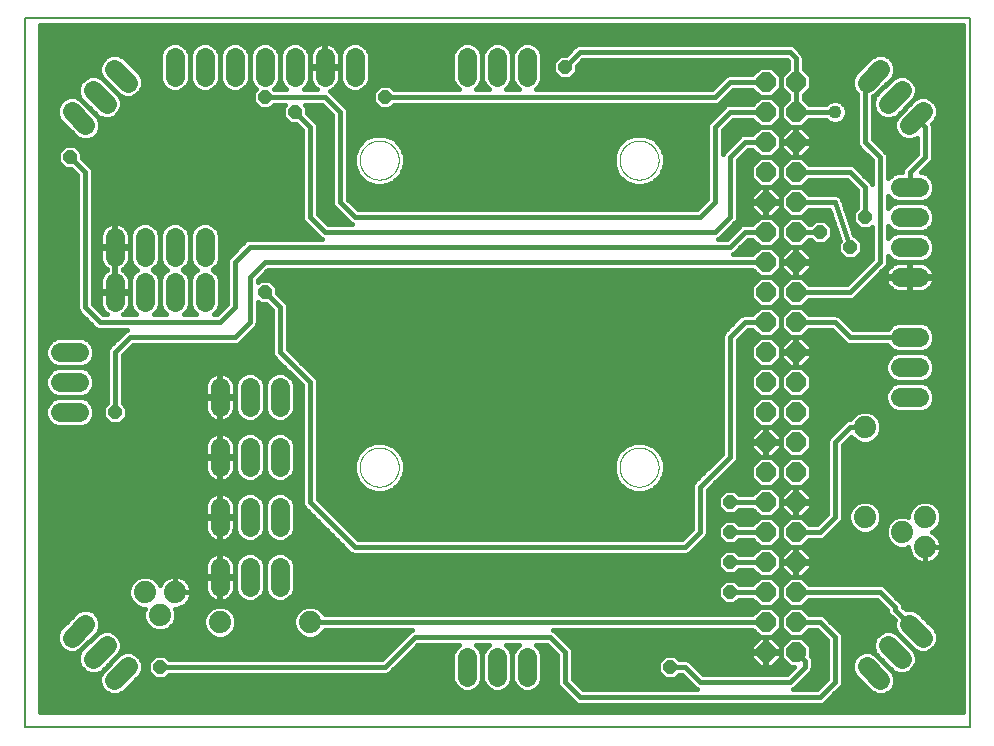
<source format=gtl>
G75*
%MOIN*%
%OFA0B0*%
%FSLAX25Y25*%
%IPPOS*%
%LPD*%
%AMOC8*
5,1,8,0,0,1.08239X$1,22.5*
%
%ADD10C,0.00800*%
%ADD11OC8,0.06400*%
%ADD12C,0.06400*%
%ADD13C,0.07400*%
%ADD14C,0.00000*%
%ADD15C,0.01600*%
%ADD16C,0.04362*%
%ADD17OC8,0.04362*%
D10*
X0146255Y0061333D02*
X0461216Y0061333D01*
X0461216Y0297554D01*
X0146255Y0297554D01*
X0146255Y0061333D01*
D11*
X0393224Y0086333D03*
X0403224Y0086333D03*
X0403224Y0096333D03*
X0393224Y0096333D03*
X0393224Y0106333D03*
X0403224Y0106333D03*
X0403224Y0116333D03*
X0403224Y0126333D03*
X0393224Y0126333D03*
X0393224Y0116333D03*
X0393224Y0136333D03*
X0403224Y0136333D03*
X0403224Y0146333D03*
X0403224Y0156333D03*
X0393224Y0156333D03*
X0393224Y0146333D03*
X0393224Y0166333D03*
X0403224Y0166333D03*
X0403224Y0176333D03*
X0403224Y0186333D03*
X0393224Y0186333D03*
X0393224Y0176333D03*
X0393224Y0196333D03*
X0403224Y0196333D03*
X0403224Y0206333D03*
X0403224Y0216333D03*
X0393224Y0216333D03*
X0393224Y0206333D03*
X0393224Y0226333D03*
X0403224Y0226333D03*
X0403224Y0236333D03*
X0393224Y0236333D03*
X0393224Y0246333D03*
X0403224Y0246333D03*
X0403224Y0256333D03*
X0393224Y0256333D03*
X0393224Y0266333D03*
X0403224Y0266333D03*
X0403224Y0276333D03*
X0393224Y0276333D03*
D12*
X0426921Y0276142D02*
X0431447Y0280667D01*
X0438518Y0273596D02*
X0433992Y0269071D01*
X0441063Y0262000D02*
X0445589Y0266525D01*
X0444455Y0241333D02*
X0438055Y0241333D01*
X0438055Y0231333D02*
X0444455Y0231333D01*
X0444455Y0221333D02*
X0438055Y0221333D01*
X0438055Y0211333D02*
X0444455Y0211333D01*
X0444455Y0191333D02*
X0438055Y0191333D01*
X0438055Y0181333D02*
X0444455Y0181333D01*
X0444455Y0171333D02*
X0438055Y0171333D01*
X0441063Y0095667D02*
X0445589Y0091142D01*
X0438518Y0084071D02*
X0433992Y0088596D01*
X0426921Y0081525D02*
X0431447Y0077000D01*
X0313735Y0078133D02*
X0313735Y0084533D01*
X0303735Y0084533D02*
X0303735Y0078133D01*
X0293735Y0078133D02*
X0293735Y0084533D01*
X0231255Y0108133D02*
X0231255Y0114533D01*
X0221255Y0114533D02*
X0221255Y0108133D01*
X0211255Y0108133D02*
X0211255Y0114533D01*
X0211255Y0128133D02*
X0211255Y0134533D01*
X0221255Y0134533D02*
X0221255Y0128133D01*
X0231255Y0128133D02*
X0231255Y0134533D01*
X0231255Y0148133D02*
X0231255Y0154533D01*
X0221255Y0154533D02*
X0221255Y0148133D01*
X0211255Y0148133D02*
X0211255Y0154533D01*
X0211255Y0168133D02*
X0211255Y0174533D01*
X0221255Y0174533D02*
X0221255Y0168133D01*
X0231255Y0168133D02*
X0231255Y0174533D01*
X0206255Y0203133D02*
X0206255Y0209533D01*
X0206255Y0218133D02*
X0206255Y0224533D01*
X0196255Y0224533D02*
X0196255Y0218133D01*
X0196255Y0209533D02*
X0196255Y0203133D01*
X0186255Y0203133D02*
X0186255Y0209533D01*
X0176255Y0209533D02*
X0176255Y0203133D01*
X0176255Y0218133D02*
X0176255Y0224533D01*
X0186255Y0224533D02*
X0186255Y0218133D01*
X0164455Y0186333D02*
X0158055Y0186333D01*
X0158055Y0176333D02*
X0164455Y0176333D01*
X0164455Y0166333D02*
X0158055Y0166333D01*
X0166447Y0095667D02*
X0161921Y0091142D01*
X0168992Y0084071D02*
X0173518Y0088596D01*
X0180589Y0081525D02*
X0176063Y0077000D01*
X0166447Y0262000D02*
X0161921Y0266525D01*
X0168992Y0273596D02*
X0173518Y0269071D01*
X0180589Y0276142D02*
X0176063Y0280667D01*
X0196255Y0278133D02*
X0196255Y0284533D01*
X0206255Y0284533D02*
X0206255Y0278133D01*
X0216255Y0278133D02*
X0216255Y0284533D01*
X0226255Y0284533D02*
X0226255Y0278133D01*
X0236255Y0278133D02*
X0236255Y0284533D01*
X0246255Y0284533D02*
X0246255Y0278133D01*
X0256255Y0278133D02*
X0256255Y0284533D01*
X0293735Y0284533D02*
X0293735Y0278133D01*
X0303735Y0278133D02*
X0303735Y0284533D01*
X0313735Y0284533D02*
X0313735Y0278133D01*
D13*
X0426255Y0161333D03*
X0426255Y0131333D03*
X0438755Y0126333D03*
X0446255Y0121333D03*
X0446255Y0131333D03*
X0241255Y0096333D03*
X0211255Y0096333D03*
X0196255Y0106333D03*
X0191255Y0098833D03*
X0186255Y0106333D03*
D14*
X0257865Y0147948D02*
X0257867Y0148109D01*
X0257873Y0148269D01*
X0257883Y0148430D01*
X0257897Y0148590D01*
X0257915Y0148750D01*
X0257936Y0148909D01*
X0257962Y0149068D01*
X0257992Y0149226D01*
X0258025Y0149383D01*
X0258063Y0149540D01*
X0258104Y0149695D01*
X0258149Y0149849D01*
X0258198Y0150002D01*
X0258251Y0150154D01*
X0258307Y0150305D01*
X0258368Y0150454D01*
X0258431Y0150602D01*
X0258499Y0150748D01*
X0258570Y0150892D01*
X0258644Y0151034D01*
X0258722Y0151175D01*
X0258804Y0151313D01*
X0258889Y0151450D01*
X0258977Y0151584D01*
X0259069Y0151716D01*
X0259164Y0151846D01*
X0259262Y0151974D01*
X0259363Y0152099D01*
X0259467Y0152221D01*
X0259574Y0152341D01*
X0259684Y0152458D01*
X0259797Y0152573D01*
X0259913Y0152684D01*
X0260032Y0152793D01*
X0260153Y0152898D01*
X0260277Y0153001D01*
X0260403Y0153101D01*
X0260531Y0153197D01*
X0260662Y0153290D01*
X0260796Y0153380D01*
X0260931Y0153467D01*
X0261069Y0153550D01*
X0261208Y0153630D01*
X0261350Y0153706D01*
X0261493Y0153779D01*
X0261638Y0153848D01*
X0261785Y0153914D01*
X0261933Y0153976D01*
X0262083Y0154034D01*
X0262234Y0154089D01*
X0262387Y0154140D01*
X0262541Y0154187D01*
X0262696Y0154230D01*
X0262852Y0154269D01*
X0263008Y0154305D01*
X0263166Y0154336D01*
X0263324Y0154364D01*
X0263483Y0154388D01*
X0263643Y0154408D01*
X0263803Y0154424D01*
X0263963Y0154436D01*
X0264124Y0154444D01*
X0264285Y0154448D01*
X0264445Y0154448D01*
X0264606Y0154444D01*
X0264767Y0154436D01*
X0264927Y0154424D01*
X0265087Y0154408D01*
X0265247Y0154388D01*
X0265406Y0154364D01*
X0265564Y0154336D01*
X0265722Y0154305D01*
X0265878Y0154269D01*
X0266034Y0154230D01*
X0266189Y0154187D01*
X0266343Y0154140D01*
X0266496Y0154089D01*
X0266647Y0154034D01*
X0266797Y0153976D01*
X0266945Y0153914D01*
X0267092Y0153848D01*
X0267237Y0153779D01*
X0267380Y0153706D01*
X0267522Y0153630D01*
X0267661Y0153550D01*
X0267799Y0153467D01*
X0267934Y0153380D01*
X0268068Y0153290D01*
X0268199Y0153197D01*
X0268327Y0153101D01*
X0268453Y0153001D01*
X0268577Y0152898D01*
X0268698Y0152793D01*
X0268817Y0152684D01*
X0268933Y0152573D01*
X0269046Y0152458D01*
X0269156Y0152341D01*
X0269263Y0152221D01*
X0269367Y0152099D01*
X0269468Y0151974D01*
X0269566Y0151846D01*
X0269661Y0151716D01*
X0269753Y0151584D01*
X0269841Y0151450D01*
X0269926Y0151313D01*
X0270008Y0151175D01*
X0270086Y0151034D01*
X0270160Y0150892D01*
X0270231Y0150748D01*
X0270299Y0150602D01*
X0270362Y0150454D01*
X0270423Y0150305D01*
X0270479Y0150154D01*
X0270532Y0150002D01*
X0270581Y0149849D01*
X0270626Y0149695D01*
X0270667Y0149540D01*
X0270705Y0149383D01*
X0270738Y0149226D01*
X0270768Y0149068D01*
X0270794Y0148909D01*
X0270815Y0148750D01*
X0270833Y0148590D01*
X0270847Y0148430D01*
X0270857Y0148269D01*
X0270863Y0148109D01*
X0270865Y0147948D01*
X0270863Y0147787D01*
X0270857Y0147627D01*
X0270847Y0147466D01*
X0270833Y0147306D01*
X0270815Y0147146D01*
X0270794Y0146987D01*
X0270768Y0146828D01*
X0270738Y0146670D01*
X0270705Y0146513D01*
X0270667Y0146356D01*
X0270626Y0146201D01*
X0270581Y0146047D01*
X0270532Y0145894D01*
X0270479Y0145742D01*
X0270423Y0145591D01*
X0270362Y0145442D01*
X0270299Y0145294D01*
X0270231Y0145148D01*
X0270160Y0145004D01*
X0270086Y0144862D01*
X0270008Y0144721D01*
X0269926Y0144583D01*
X0269841Y0144446D01*
X0269753Y0144312D01*
X0269661Y0144180D01*
X0269566Y0144050D01*
X0269468Y0143922D01*
X0269367Y0143797D01*
X0269263Y0143675D01*
X0269156Y0143555D01*
X0269046Y0143438D01*
X0268933Y0143323D01*
X0268817Y0143212D01*
X0268698Y0143103D01*
X0268577Y0142998D01*
X0268453Y0142895D01*
X0268327Y0142795D01*
X0268199Y0142699D01*
X0268068Y0142606D01*
X0267934Y0142516D01*
X0267799Y0142429D01*
X0267661Y0142346D01*
X0267522Y0142266D01*
X0267380Y0142190D01*
X0267237Y0142117D01*
X0267092Y0142048D01*
X0266945Y0141982D01*
X0266797Y0141920D01*
X0266647Y0141862D01*
X0266496Y0141807D01*
X0266343Y0141756D01*
X0266189Y0141709D01*
X0266034Y0141666D01*
X0265878Y0141627D01*
X0265722Y0141591D01*
X0265564Y0141560D01*
X0265406Y0141532D01*
X0265247Y0141508D01*
X0265087Y0141488D01*
X0264927Y0141472D01*
X0264767Y0141460D01*
X0264606Y0141452D01*
X0264445Y0141448D01*
X0264285Y0141448D01*
X0264124Y0141452D01*
X0263963Y0141460D01*
X0263803Y0141472D01*
X0263643Y0141488D01*
X0263483Y0141508D01*
X0263324Y0141532D01*
X0263166Y0141560D01*
X0263008Y0141591D01*
X0262852Y0141627D01*
X0262696Y0141666D01*
X0262541Y0141709D01*
X0262387Y0141756D01*
X0262234Y0141807D01*
X0262083Y0141862D01*
X0261933Y0141920D01*
X0261785Y0141982D01*
X0261638Y0142048D01*
X0261493Y0142117D01*
X0261350Y0142190D01*
X0261208Y0142266D01*
X0261069Y0142346D01*
X0260931Y0142429D01*
X0260796Y0142516D01*
X0260662Y0142606D01*
X0260531Y0142699D01*
X0260403Y0142795D01*
X0260277Y0142895D01*
X0260153Y0142998D01*
X0260032Y0143103D01*
X0259913Y0143212D01*
X0259797Y0143323D01*
X0259684Y0143438D01*
X0259574Y0143555D01*
X0259467Y0143675D01*
X0259363Y0143797D01*
X0259262Y0143922D01*
X0259164Y0144050D01*
X0259069Y0144180D01*
X0258977Y0144312D01*
X0258889Y0144446D01*
X0258804Y0144583D01*
X0258722Y0144721D01*
X0258644Y0144862D01*
X0258570Y0145004D01*
X0258499Y0145148D01*
X0258431Y0145294D01*
X0258368Y0145442D01*
X0258307Y0145591D01*
X0258251Y0145742D01*
X0258198Y0145894D01*
X0258149Y0146047D01*
X0258104Y0146201D01*
X0258063Y0146356D01*
X0258025Y0146513D01*
X0257992Y0146670D01*
X0257962Y0146828D01*
X0257936Y0146987D01*
X0257915Y0147146D01*
X0257897Y0147306D01*
X0257883Y0147466D01*
X0257873Y0147627D01*
X0257867Y0147787D01*
X0257865Y0147948D01*
X0344479Y0147948D02*
X0344481Y0148109D01*
X0344487Y0148269D01*
X0344497Y0148430D01*
X0344511Y0148590D01*
X0344529Y0148750D01*
X0344550Y0148909D01*
X0344576Y0149068D01*
X0344606Y0149226D01*
X0344639Y0149383D01*
X0344677Y0149540D01*
X0344718Y0149695D01*
X0344763Y0149849D01*
X0344812Y0150002D01*
X0344865Y0150154D01*
X0344921Y0150305D01*
X0344982Y0150454D01*
X0345045Y0150602D01*
X0345113Y0150748D01*
X0345184Y0150892D01*
X0345258Y0151034D01*
X0345336Y0151175D01*
X0345418Y0151313D01*
X0345503Y0151450D01*
X0345591Y0151584D01*
X0345683Y0151716D01*
X0345778Y0151846D01*
X0345876Y0151974D01*
X0345977Y0152099D01*
X0346081Y0152221D01*
X0346188Y0152341D01*
X0346298Y0152458D01*
X0346411Y0152573D01*
X0346527Y0152684D01*
X0346646Y0152793D01*
X0346767Y0152898D01*
X0346891Y0153001D01*
X0347017Y0153101D01*
X0347145Y0153197D01*
X0347276Y0153290D01*
X0347410Y0153380D01*
X0347545Y0153467D01*
X0347683Y0153550D01*
X0347822Y0153630D01*
X0347964Y0153706D01*
X0348107Y0153779D01*
X0348252Y0153848D01*
X0348399Y0153914D01*
X0348547Y0153976D01*
X0348697Y0154034D01*
X0348848Y0154089D01*
X0349001Y0154140D01*
X0349155Y0154187D01*
X0349310Y0154230D01*
X0349466Y0154269D01*
X0349622Y0154305D01*
X0349780Y0154336D01*
X0349938Y0154364D01*
X0350097Y0154388D01*
X0350257Y0154408D01*
X0350417Y0154424D01*
X0350577Y0154436D01*
X0350738Y0154444D01*
X0350899Y0154448D01*
X0351059Y0154448D01*
X0351220Y0154444D01*
X0351381Y0154436D01*
X0351541Y0154424D01*
X0351701Y0154408D01*
X0351861Y0154388D01*
X0352020Y0154364D01*
X0352178Y0154336D01*
X0352336Y0154305D01*
X0352492Y0154269D01*
X0352648Y0154230D01*
X0352803Y0154187D01*
X0352957Y0154140D01*
X0353110Y0154089D01*
X0353261Y0154034D01*
X0353411Y0153976D01*
X0353559Y0153914D01*
X0353706Y0153848D01*
X0353851Y0153779D01*
X0353994Y0153706D01*
X0354136Y0153630D01*
X0354275Y0153550D01*
X0354413Y0153467D01*
X0354548Y0153380D01*
X0354682Y0153290D01*
X0354813Y0153197D01*
X0354941Y0153101D01*
X0355067Y0153001D01*
X0355191Y0152898D01*
X0355312Y0152793D01*
X0355431Y0152684D01*
X0355547Y0152573D01*
X0355660Y0152458D01*
X0355770Y0152341D01*
X0355877Y0152221D01*
X0355981Y0152099D01*
X0356082Y0151974D01*
X0356180Y0151846D01*
X0356275Y0151716D01*
X0356367Y0151584D01*
X0356455Y0151450D01*
X0356540Y0151313D01*
X0356622Y0151175D01*
X0356700Y0151034D01*
X0356774Y0150892D01*
X0356845Y0150748D01*
X0356913Y0150602D01*
X0356976Y0150454D01*
X0357037Y0150305D01*
X0357093Y0150154D01*
X0357146Y0150002D01*
X0357195Y0149849D01*
X0357240Y0149695D01*
X0357281Y0149540D01*
X0357319Y0149383D01*
X0357352Y0149226D01*
X0357382Y0149068D01*
X0357408Y0148909D01*
X0357429Y0148750D01*
X0357447Y0148590D01*
X0357461Y0148430D01*
X0357471Y0148269D01*
X0357477Y0148109D01*
X0357479Y0147948D01*
X0357477Y0147787D01*
X0357471Y0147627D01*
X0357461Y0147466D01*
X0357447Y0147306D01*
X0357429Y0147146D01*
X0357408Y0146987D01*
X0357382Y0146828D01*
X0357352Y0146670D01*
X0357319Y0146513D01*
X0357281Y0146356D01*
X0357240Y0146201D01*
X0357195Y0146047D01*
X0357146Y0145894D01*
X0357093Y0145742D01*
X0357037Y0145591D01*
X0356976Y0145442D01*
X0356913Y0145294D01*
X0356845Y0145148D01*
X0356774Y0145004D01*
X0356700Y0144862D01*
X0356622Y0144721D01*
X0356540Y0144583D01*
X0356455Y0144446D01*
X0356367Y0144312D01*
X0356275Y0144180D01*
X0356180Y0144050D01*
X0356082Y0143922D01*
X0355981Y0143797D01*
X0355877Y0143675D01*
X0355770Y0143555D01*
X0355660Y0143438D01*
X0355547Y0143323D01*
X0355431Y0143212D01*
X0355312Y0143103D01*
X0355191Y0142998D01*
X0355067Y0142895D01*
X0354941Y0142795D01*
X0354813Y0142699D01*
X0354682Y0142606D01*
X0354548Y0142516D01*
X0354413Y0142429D01*
X0354275Y0142346D01*
X0354136Y0142266D01*
X0353994Y0142190D01*
X0353851Y0142117D01*
X0353706Y0142048D01*
X0353559Y0141982D01*
X0353411Y0141920D01*
X0353261Y0141862D01*
X0353110Y0141807D01*
X0352957Y0141756D01*
X0352803Y0141709D01*
X0352648Y0141666D01*
X0352492Y0141627D01*
X0352336Y0141591D01*
X0352178Y0141560D01*
X0352020Y0141532D01*
X0351861Y0141508D01*
X0351701Y0141488D01*
X0351541Y0141472D01*
X0351381Y0141460D01*
X0351220Y0141452D01*
X0351059Y0141448D01*
X0350899Y0141448D01*
X0350738Y0141452D01*
X0350577Y0141460D01*
X0350417Y0141472D01*
X0350257Y0141488D01*
X0350097Y0141508D01*
X0349938Y0141532D01*
X0349780Y0141560D01*
X0349622Y0141591D01*
X0349466Y0141627D01*
X0349310Y0141666D01*
X0349155Y0141709D01*
X0349001Y0141756D01*
X0348848Y0141807D01*
X0348697Y0141862D01*
X0348547Y0141920D01*
X0348399Y0141982D01*
X0348252Y0142048D01*
X0348107Y0142117D01*
X0347964Y0142190D01*
X0347822Y0142266D01*
X0347683Y0142346D01*
X0347545Y0142429D01*
X0347410Y0142516D01*
X0347276Y0142606D01*
X0347145Y0142699D01*
X0347017Y0142795D01*
X0346891Y0142895D01*
X0346767Y0142998D01*
X0346646Y0143103D01*
X0346527Y0143212D01*
X0346411Y0143323D01*
X0346298Y0143438D01*
X0346188Y0143555D01*
X0346081Y0143675D01*
X0345977Y0143797D01*
X0345876Y0143922D01*
X0345778Y0144050D01*
X0345683Y0144180D01*
X0345591Y0144312D01*
X0345503Y0144446D01*
X0345418Y0144583D01*
X0345336Y0144721D01*
X0345258Y0144862D01*
X0345184Y0145004D01*
X0345113Y0145148D01*
X0345045Y0145294D01*
X0344982Y0145442D01*
X0344921Y0145591D01*
X0344865Y0145742D01*
X0344812Y0145894D01*
X0344763Y0146047D01*
X0344718Y0146201D01*
X0344677Y0146356D01*
X0344639Y0146513D01*
X0344606Y0146670D01*
X0344576Y0146828D01*
X0344550Y0146987D01*
X0344529Y0147146D01*
X0344511Y0147306D01*
X0344497Y0147466D01*
X0344487Y0147627D01*
X0344481Y0147787D01*
X0344479Y0147948D01*
X0344479Y0250310D02*
X0344481Y0250471D01*
X0344487Y0250631D01*
X0344497Y0250792D01*
X0344511Y0250952D01*
X0344529Y0251112D01*
X0344550Y0251271D01*
X0344576Y0251430D01*
X0344606Y0251588D01*
X0344639Y0251745D01*
X0344677Y0251902D01*
X0344718Y0252057D01*
X0344763Y0252211D01*
X0344812Y0252364D01*
X0344865Y0252516D01*
X0344921Y0252667D01*
X0344982Y0252816D01*
X0345045Y0252964D01*
X0345113Y0253110D01*
X0345184Y0253254D01*
X0345258Y0253396D01*
X0345336Y0253537D01*
X0345418Y0253675D01*
X0345503Y0253812D01*
X0345591Y0253946D01*
X0345683Y0254078D01*
X0345778Y0254208D01*
X0345876Y0254336D01*
X0345977Y0254461D01*
X0346081Y0254583D01*
X0346188Y0254703D01*
X0346298Y0254820D01*
X0346411Y0254935D01*
X0346527Y0255046D01*
X0346646Y0255155D01*
X0346767Y0255260D01*
X0346891Y0255363D01*
X0347017Y0255463D01*
X0347145Y0255559D01*
X0347276Y0255652D01*
X0347410Y0255742D01*
X0347545Y0255829D01*
X0347683Y0255912D01*
X0347822Y0255992D01*
X0347964Y0256068D01*
X0348107Y0256141D01*
X0348252Y0256210D01*
X0348399Y0256276D01*
X0348547Y0256338D01*
X0348697Y0256396D01*
X0348848Y0256451D01*
X0349001Y0256502D01*
X0349155Y0256549D01*
X0349310Y0256592D01*
X0349466Y0256631D01*
X0349622Y0256667D01*
X0349780Y0256698D01*
X0349938Y0256726D01*
X0350097Y0256750D01*
X0350257Y0256770D01*
X0350417Y0256786D01*
X0350577Y0256798D01*
X0350738Y0256806D01*
X0350899Y0256810D01*
X0351059Y0256810D01*
X0351220Y0256806D01*
X0351381Y0256798D01*
X0351541Y0256786D01*
X0351701Y0256770D01*
X0351861Y0256750D01*
X0352020Y0256726D01*
X0352178Y0256698D01*
X0352336Y0256667D01*
X0352492Y0256631D01*
X0352648Y0256592D01*
X0352803Y0256549D01*
X0352957Y0256502D01*
X0353110Y0256451D01*
X0353261Y0256396D01*
X0353411Y0256338D01*
X0353559Y0256276D01*
X0353706Y0256210D01*
X0353851Y0256141D01*
X0353994Y0256068D01*
X0354136Y0255992D01*
X0354275Y0255912D01*
X0354413Y0255829D01*
X0354548Y0255742D01*
X0354682Y0255652D01*
X0354813Y0255559D01*
X0354941Y0255463D01*
X0355067Y0255363D01*
X0355191Y0255260D01*
X0355312Y0255155D01*
X0355431Y0255046D01*
X0355547Y0254935D01*
X0355660Y0254820D01*
X0355770Y0254703D01*
X0355877Y0254583D01*
X0355981Y0254461D01*
X0356082Y0254336D01*
X0356180Y0254208D01*
X0356275Y0254078D01*
X0356367Y0253946D01*
X0356455Y0253812D01*
X0356540Y0253675D01*
X0356622Y0253537D01*
X0356700Y0253396D01*
X0356774Y0253254D01*
X0356845Y0253110D01*
X0356913Y0252964D01*
X0356976Y0252816D01*
X0357037Y0252667D01*
X0357093Y0252516D01*
X0357146Y0252364D01*
X0357195Y0252211D01*
X0357240Y0252057D01*
X0357281Y0251902D01*
X0357319Y0251745D01*
X0357352Y0251588D01*
X0357382Y0251430D01*
X0357408Y0251271D01*
X0357429Y0251112D01*
X0357447Y0250952D01*
X0357461Y0250792D01*
X0357471Y0250631D01*
X0357477Y0250471D01*
X0357479Y0250310D01*
X0357477Y0250149D01*
X0357471Y0249989D01*
X0357461Y0249828D01*
X0357447Y0249668D01*
X0357429Y0249508D01*
X0357408Y0249349D01*
X0357382Y0249190D01*
X0357352Y0249032D01*
X0357319Y0248875D01*
X0357281Y0248718D01*
X0357240Y0248563D01*
X0357195Y0248409D01*
X0357146Y0248256D01*
X0357093Y0248104D01*
X0357037Y0247953D01*
X0356976Y0247804D01*
X0356913Y0247656D01*
X0356845Y0247510D01*
X0356774Y0247366D01*
X0356700Y0247224D01*
X0356622Y0247083D01*
X0356540Y0246945D01*
X0356455Y0246808D01*
X0356367Y0246674D01*
X0356275Y0246542D01*
X0356180Y0246412D01*
X0356082Y0246284D01*
X0355981Y0246159D01*
X0355877Y0246037D01*
X0355770Y0245917D01*
X0355660Y0245800D01*
X0355547Y0245685D01*
X0355431Y0245574D01*
X0355312Y0245465D01*
X0355191Y0245360D01*
X0355067Y0245257D01*
X0354941Y0245157D01*
X0354813Y0245061D01*
X0354682Y0244968D01*
X0354548Y0244878D01*
X0354413Y0244791D01*
X0354275Y0244708D01*
X0354136Y0244628D01*
X0353994Y0244552D01*
X0353851Y0244479D01*
X0353706Y0244410D01*
X0353559Y0244344D01*
X0353411Y0244282D01*
X0353261Y0244224D01*
X0353110Y0244169D01*
X0352957Y0244118D01*
X0352803Y0244071D01*
X0352648Y0244028D01*
X0352492Y0243989D01*
X0352336Y0243953D01*
X0352178Y0243922D01*
X0352020Y0243894D01*
X0351861Y0243870D01*
X0351701Y0243850D01*
X0351541Y0243834D01*
X0351381Y0243822D01*
X0351220Y0243814D01*
X0351059Y0243810D01*
X0350899Y0243810D01*
X0350738Y0243814D01*
X0350577Y0243822D01*
X0350417Y0243834D01*
X0350257Y0243850D01*
X0350097Y0243870D01*
X0349938Y0243894D01*
X0349780Y0243922D01*
X0349622Y0243953D01*
X0349466Y0243989D01*
X0349310Y0244028D01*
X0349155Y0244071D01*
X0349001Y0244118D01*
X0348848Y0244169D01*
X0348697Y0244224D01*
X0348547Y0244282D01*
X0348399Y0244344D01*
X0348252Y0244410D01*
X0348107Y0244479D01*
X0347964Y0244552D01*
X0347822Y0244628D01*
X0347683Y0244708D01*
X0347545Y0244791D01*
X0347410Y0244878D01*
X0347276Y0244968D01*
X0347145Y0245061D01*
X0347017Y0245157D01*
X0346891Y0245257D01*
X0346767Y0245360D01*
X0346646Y0245465D01*
X0346527Y0245574D01*
X0346411Y0245685D01*
X0346298Y0245800D01*
X0346188Y0245917D01*
X0346081Y0246037D01*
X0345977Y0246159D01*
X0345876Y0246284D01*
X0345778Y0246412D01*
X0345683Y0246542D01*
X0345591Y0246674D01*
X0345503Y0246808D01*
X0345418Y0246945D01*
X0345336Y0247083D01*
X0345258Y0247224D01*
X0345184Y0247366D01*
X0345113Y0247510D01*
X0345045Y0247656D01*
X0344982Y0247804D01*
X0344921Y0247953D01*
X0344865Y0248104D01*
X0344812Y0248256D01*
X0344763Y0248409D01*
X0344718Y0248563D01*
X0344677Y0248718D01*
X0344639Y0248875D01*
X0344606Y0249032D01*
X0344576Y0249190D01*
X0344550Y0249349D01*
X0344529Y0249508D01*
X0344511Y0249668D01*
X0344497Y0249828D01*
X0344487Y0249989D01*
X0344481Y0250149D01*
X0344479Y0250310D01*
X0257865Y0250310D02*
X0257867Y0250471D01*
X0257873Y0250631D01*
X0257883Y0250792D01*
X0257897Y0250952D01*
X0257915Y0251112D01*
X0257936Y0251271D01*
X0257962Y0251430D01*
X0257992Y0251588D01*
X0258025Y0251745D01*
X0258063Y0251902D01*
X0258104Y0252057D01*
X0258149Y0252211D01*
X0258198Y0252364D01*
X0258251Y0252516D01*
X0258307Y0252667D01*
X0258368Y0252816D01*
X0258431Y0252964D01*
X0258499Y0253110D01*
X0258570Y0253254D01*
X0258644Y0253396D01*
X0258722Y0253537D01*
X0258804Y0253675D01*
X0258889Y0253812D01*
X0258977Y0253946D01*
X0259069Y0254078D01*
X0259164Y0254208D01*
X0259262Y0254336D01*
X0259363Y0254461D01*
X0259467Y0254583D01*
X0259574Y0254703D01*
X0259684Y0254820D01*
X0259797Y0254935D01*
X0259913Y0255046D01*
X0260032Y0255155D01*
X0260153Y0255260D01*
X0260277Y0255363D01*
X0260403Y0255463D01*
X0260531Y0255559D01*
X0260662Y0255652D01*
X0260796Y0255742D01*
X0260931Y0255829D01*
X0261069Y0255912D01*
X0261208Y0255992D01*
X0261350Y0256068D01*
X0261493Y0256141D01*
X0261638Y0256210D01*
X0261785Y0256276D01*
X0261933Y0256338D01*
X0262083Y0256396D01*
X0262234Y0256451D01*
X0262387Y0256502D01*
X0262541Y0256549D01*
X0262696Y0256592D01*
X0262852Y0256631D01*
X0263008Y0256667D01*
X0263166Y0256698D01*
X0263324Y0256726D01*
X0263483Y0256750D01*
X0263643Y0256770D01*
X0263803Y0256786D01*
X0263963Y0256798D01*
X0264124Y0256806D01*
X0264285Y0256810D01*
X0264445Y0256810D01*
X0264606Y0256806D01*
X0264767Y0256798D01*
X0264927Y0256786D01*
X0265087Y0256770D01*
X0265247Y0256750D01*
X0265406Y0256726D01*
X0265564Y0256698D01*
X0265722Y0256667D01*
X0265878Y0256631D01*
X0266034Y0256592D01*
X0266189Y0256549D01*
X0266343Y0256502D01*
X0266496Y0256451D01*
X0266647Y0256396D01*
X0266797Y0256338D01*
X0266945Y0256276D01*
X0267092Y0256210D01*
X0267237Y0256141D01*
X0267380Y0256068D01*
X0267522Y0255992D01*
X0267661Y0255912D01*
X0267799Y0255829D01*
X0267934Y0255742D01*
X0268068Y0255652D01*
X0268199Y0255559D01*
X0268327Y0255463D01*
X0268453Y0255363D01*
X0268577Y0255260D01*
X0268698Y0255155D01*
X0268817Y0255046D01*
X0268933Y0254935D01*
X0269046Y0254820D01*
X0269156Y0254703D01*
X0269263Y0254583D01*
X0269367Y0254461D01*
X0269468Y0254336D01*
X0269566Y0254208D01*
X0269661Y0254078D01*
X0269753Y0253946D01*
X0269841Y0253812D01*
X0269926Y0253675D01*
X0270008Y0253537D01*
X0270086Y0253396D01*
X0270160Y0253254D01*
X0270231Y0253110D01*
X0270299Y0252964D01*
X0270362Y0252816D01*
X0270423Y0252667D01*
X0270479Y0252516D01*
X0270532Y0252364D01*
X0270581Y0252211D01*
X0270626Y0252057D01*
X0270667Y0251902D01*
X0270705Y0251745D01*
X0270738Y0251588D01*
X0270768Y0251430D01*
X0270794Y0251271D01*
X0270815Y0251112D01*
X0270833Y0250952D01*
X0270847Y0250792D01*
X0270857Y0250631D01*
X0270863Y0250471D01*
X0270865Y0250310D01*
X0270863Y0250149D01*
X0270857Y0249989D01*
X0270847Y0249828D01*
X0270833Y0249668D01*
X0270815Y0249508D01*
X0270794Y0249349D01*
X0270768Y0249190D01*
X0270738Y0249032D01*
X0270705Y0248875D01*
X0270667Y0248718D01*
X0270626Y0248563D01*
X0270581Y0248409D01*
X0270532Y0248256D01*
X0270479Y0248104D01*
X0270423Y0247953D01*
X0270362Y0247804D01*
X0270299Y0247656D01*
X0270231Y0247510D01*
X0270160Y0247366D01*
X0270086Y0247224D01*
X0270008Y0247083D01*
X0269926Y0246945D01*
X0269841Y0246808D01*
X0269753Y0246674D01*
X0269661Y0246542D01*
X0269566Y0246412D01*
X0269468Y0246284D01*
X0269367Y0246159D01*
X0269263Y0246037D01*
X0269156Y0245917D01*
X0269046Y0245800D01*
X0268933Y0245685D01*
X0268817Y0245574D01*
X0268698Y0245465D01*
X0268577Y0245360D01*
X0268453Y0245257D01*
X0268327Y0245157D01*
X0268199Y0245061D01*
X0268068Y0244968D01*
X0267934Y0244878D01*
X0267799Y0244791D01*
X0267661Y0244708D01*
X0267522Y0244628D01*
X0267380Y0244552D01*
X0267237Y0244479D01*
X0267092Y0244410D01*
X0266945Y0244344D01*
X0266797Y0244282D01*
X0266647Y0244224D01*
X0266496Y0244169D01*
X0266343Y0244118D01*
X0266189Y0244071D01*
X0266034Y0244028D01*
X0265878Y0243989D01*
X0265722Y0243953D01*
X0265564Y0243922D01*
X0265406Y0243894D01*
X0265247Y0243870D01*
X0265087Y0243850D01*
X0264927Y0243834D01*
X0264767Y0243822D01*
X0264606Y0243814D01*
X0264445Y0243810D01*
X0264285Y0243810D01*
X0264124Y0243814D01*
X0263963Y0243822D01*
X0263803Y0243834D01*
X0263643Y0243850D01*
X0263483Y0243870D01*
X0263324Y0243894D01*
X0263166Y0243922D01*
X0263008Y0243953D01*
X0262852Y0243989D01*
X0262696Y0244028D01*
X0262541Y0244071D01*
X0262387Y0244118D01*
X0262234Y0244169D01*
X0262083Y0244224D01*
X0261933Y0244282D01*
X0261785Y0244344D01*
X0261638Y0244410D01*
X0261493Y0244479D01*
X0261350Y0244552D01*
X0261208Y0244628D01*
X0261069Y0244708D01*
X0260931Y0244791D01*
X0260796Y0244878D01*
X0260662Y0244968D01*
X0260531Y0245061D01*
X0260403Y0245157D01*
X0260277Y0245257D01*
X0260153Y0245360D01*
X0260032Y0245465D01*
X0259913Y0245574D01*
X0259797Y0245685D01*
X0259684Y0245800D01*
X0259574Y0245917D01*
X0259467Y0246037D01*
X0259363Y0246159D01*
X0259262Y0246284D01*
X0259164Y0246412D01*
X0259069Y0246542D01*
X0258977Y0246674D01*
X0258889Y0246808D01*
X0258804Y0246945D01*
X0258722Y0247083D01*
X0258644Y0247224D01*
X0258570Y0247366D01*
X0258499Y0247510D01*
X0258431Y0247656D01*
X0258368Y0247804D01*
X0258307Y0247953D01*
X0258251Y0248104D01*
X0258198Y0248256D01*
X0258149Y0248409D01*
X0258104Y0248563D01*
X0258063Y0248718D01*
X0258025Y0248875D01*
X0257992Y0249032D01*
X0257962Y0249190D01*
X0257936Y0249349D01*
X0257915Y0249508D01*
X0257897Y0249668D01*
X0257883Y0249828D01*
X0257873Y0249989D01*
X0257867Y0250149D01*
X0257865Y0250310D01*
D15*
X0255865Y0249958D02*
X0253855Y0249958D01*
X0253855Y0251556D02*
X0255865Y0251556D01*
X0255865Y0252000D02*
X0255865Y0248619D01*
X0257159Y0245495D01*
X0257159Y0245495D01*
X0259550Y0243104D01*
X0259550Y0243104D01*
X0262675Y0241810D01*
X0263868Y0241810D01*
X0266056Y0241810D01*
X0269180Y0243104D01*
X0269180Y0243104D01*
X0271571Y0245495D01*
X0272865Y0248619D01*
X0272865Y0252000D01*
X0271571Y0255125D01*
X0269180Y0257516D01*
X0266056Y0258810D01*
X0262675Y0258810D01*
X0259550Y0257516D01*
X0257159Y0255125D01*
X0257159Y0255125D01*
X0255865Y0252000D01*
X0256343Y0253155D02*
X0253855Y0253155D01*
X0253855Y0254753D02*
X0257006Y0254753D01*
X0258386Y0256352D02*
X0253855Y0256352D01*
X0253855Y0257950D02*
X0260600Y0257950D01*
X0259550Y0257516D02*
X0259550Y0257516D01*
X0253855Y0259549D02*
X0373655Y0259549D01*
X0373655Y0261147D02*
X0253855Y0261147D01*
X0253855Y0262746D02*
X0374026Y0262746D01*
X0374051Y0262806D02*
X0373655Y0261851D01*
X0373655Y0237410D01*
X0370178Y0233933D01*
X0257332Y0233933D01*
X0253855Y0237410D01*
X0253855Y0266851D01*
X0253459Y0267806D01*
X0252728Y0268537D01*
X0247866Y0273399D01*
X0248174Y0273500D01*
X0248876Y0273857D01*
X0249512Y0274320D01*
X0250069Y0274876D01*
X0250531Y0275513D01*
X0250889Y0276214D01*
X0251132Y0276962D01*
X0251255Y0277740D01*
X0251255Y0281133D01*
X0246455Y0281133D01*
X0246455Y0281533D01*
X0251255Y0281533D01*
X0251255Y0284927D01*
X0251132Y0285704D01*
X0250889Y0286453D01*
X0250531Y0287154D01*
X0250069Y0287791D01*
X0249512Y0288347D01*
X0248876Y0288810D01*
X0248174Y0289167D01*
X0247426Y0289410D01*
X0246649Y0289533D01*
X0246455Y0289533D01*
X0246455Y0281533D01*
X0246055Y0281533D01*
X0246055Y0281133D01*
X0241255Y0281133D01*
X0241255Y0277740D01*
X0241378Y0276962D01*
X0241621Y0276214D01*
X0241979Y0275513D01*
X0242441Y0274876D01*
X0242998Y0274320D01*
X0243529Y0273933D01*
X0239126Y0273933D01*
X0240494Y0275301D01*
X0241255Y0277139D01*
X0241255Y0285528D01*
X0240494Y0287366D01*
X0239087Y0288772D01*
X0237250Y0289533D01*
X0235260Y0289533D01*
X0233423Y0288772D01*
X0232016Y0287366D01*
X0231255Y0285528D01*
X0230494Y0287366D01*
X0229087Y0288772D01*
X0227250Y0289533D01*
X0225260Y0289533D01*
X0223423Y0288772D01*
X0222016Y0287366D01*
X0221255Y0285528D01*
X0221255Y0277139D01*
X0222016Y0275301D01*
X0223304Y0274013D01*
X0222274Y0272982D01*
X0222274Y0269684D01*
X0224606Y0267352D01*
X0227904Y0267352D01*
X0229285Y0268733D01*
X0233025Y0268733D01*
X0232274Y0267982D01*
X0232274Y0264684D01*
X0234606Y0262352D01*
X0236559Y0262352D01*
X0238655Y0260256D01*
X0238655Y0230816D01*
X0239051Y0229861D01*
X0244051Y0224861D01*
X0244782Y0224129D01*
X0245255Y0223933D01*
X0220738Y0223933D01*
X0219782Y0223537D01*
X0214051Y0217806D01*
X0213655Y0216851D01*
X0213655Y0202410D01*
X0210178Y0198933D01*
X0209126Y0198933D01*
X0210494Y0200301D01*
X0211255Y0202139D01*
X0211255Y0210528D01*
X0210494Y0212366D01*
X0209087Y0213772D01*
X0208940Y0213833D01*
X0209087Y0213895D01*
X0210494Y0215301D01*
X0211255Y0217139D01*
X0211255Y0225528D01*
X0210494Y0227366D01*
X0209087Y0228772D01*
X0207250Y0229533D01*
X0205260Y0229533D01*
X0203423Y0228772D01*
X0202016Y0227366D01*
X0201255Y0225528D01*
X0200494Y0227366D01*
X0199087Y0228772D01*
X0197250Y0229533D01*
X0195260Y0229533D01*
X0193423Y0228772D01*
X0192016Y0227366D01*
X0191255Y0225528D01*
X0190494Y0227366D01*
X0189087Y0228772D01*
X0187250Y0229533D01*
X0185260Y0229533D01*
X0183423Y0228772D01*
X0182016Y0227366D01*
X0181255Y0225528D01*
X0181255Y0217139D01*
X0182016Y0215301D01*
X0183423Y0213895D01*
X0183571Y0213833D01*
X0183423Y0213772D01*
X0182016Y0212366D01*
X0181255Y0210528D01*
X0181255Y0202139D01*
X0182016Y0200301D01*
X0183384Y0198933D01*
X0178981Y0198933D01*
X0179512Y0199320D01*
X0180069Y0199876D01*
X0180531Y0200513D01*
X0180889Y0201214D01*
X0181132Y0201962D01*
X0181255Y0202740D01*
X0181255Y0206133D01*
X0176455Y0206133D01*
X0176455Y0206533D01*
X0181255Y0206533D01*
X0181255Y0209927D01*
X0181132Y0210704D01*
X0180889Y0211453D01*
X0180531Y0212154D01*
X0180069Y0212791D01*
X0179512Y0213347D01*
X0178876Y0213810D01*
X0178829Y0213833D01*
X0178876Y0213857D01*
X0179512Y0214320D01*
X0180069Y0214876D01*
X0180531Y0215513D01*
X0180889Y0216214D01*
X0181132Y0216962D01*
X0181255Y0217740D01*
X0181255Y0221133D01*
X0176455Y0221133D01*
X0176455Y0214533D01*
X0176455Y0206533D01*
X0176055Y0206533D01*
X0176055Y0206133D01*
X0171255Y0206133D01*
X0171255Y0202740D01*
X0171378Y0201962D01*
X0171621Y0201214D01*
X0171979Y0200513D01*
X0172441Y0199876D01*
X0172998Y0199320D01*
X0173529Y0198933D01*
X0172332Y0198933D01*
X0168855Y0202410D01*
X0168855Y0246851D01*
X0168459Y0247806D01*
X0165236Y0251029D01*
X0165236Y0252982D01*
X0162904Y0255314D01*
X0159606Y0255314D01*
X0157274Y0252982D01*
X0157274Y0249684D01*
X0159606Y0247352D01*
X0161559Y0247352D01*
X0163655Y0245256D01*
X0163655Y0200816D01*
X0164051Y0199861D01*
X0164782Y0199129D01*
X0169782Y0194129D01*
X0170738Y0193733D01*
X0180255Y0193733D01*
X0179782Y0193537D01*
X0179051Y0192806D01*
X0174782Y0188537D01*
X0174051Y0187806D01*
X0173655Y0186851D01*
X0173655Y0169363D01*
X0172274Y0167982D01*
X0172274Y0164684D01*
X0174606Y0162352D01*
X0177904Y0162352D01*
X0180236Y0164684D01*
X0180236Y0167982D01*
X0178855Y0169363D01*
X0178855Y0185256D01*
X0182332Y0188733D01*
X0216772Y0188733D01*
X0217728Y0189129D01*
X0218459Y0189861D01*
X0223459Y0194861D01*
X0223855Y0195816D01*
X0223855Y0203103D01*
X0224606Y0202352D01*
X0226559Y0202352D01*
X0228655Y0200256D01*
X0228655Y0185816D01*
X0229051Y0184861D01*
X0229782Y0184129D01*
X0238655Y0175256D01*
X0238655Y0135816D01*
X0239051Y0134861D01*
X0239782Y0134129D01*
X0254782Y0119129D01*
X0255738Y0118733D01*
X0366772Y0118733D01*
X0367728Y0119129D01*
X0368459Y0119861D01*
X0373459Y0124861D01*
X0373855Y0125816D01*
X0373855Y0140256D01*
X0383459Y0149861D01*
X0383855Y0150816D01*
X0383855Y0190256D01*
X0387332Y0193733D01*
X0388753Y0193733D01*
X0391153Y0191333D01*
X0388224Y0188404D01*
X0388224Y0184262D01*
X0391153Y0181333D01*
X0388224Y0178404D01*
X0388224Y0174262D01*
X0391153Y0171333D01*
X0388224Y0168404D01*
X0388224Y0164262D01*
X0391153Y0161333D01*
X0388224Y0158404D01*
X0388224Y0156533D01*
X0393023Y0156533D01*
X0393023Y0156133D01*
X0388224Y0156133D01*
X0388224Y0154262D01*
X0391153Y0151333D01*
X0388224Y0148404D01*
X0388224Y0144262D01*
X0391153Y0141333D01*
X0388753Y0138933D01*
X0384285Y0138933D01*
X0382904Y0140314D01*
X0379606Y0140314D01*
X0377274Y0137982D01*
X0377274Y0134684D01*
X0379606Y0132352D01*
X0382904Y0132352D01*
X0384285Y0133733D01*
X0388753Y0133733D01*
X0391153Y0131333D01*
X0388753Y0128933D01*
X0384285Y0128933D01*
X0382904Y0130314D01*
X0379606Y0130314D01*
X0377274Y0127982D01*
X0377274Y0124684D01*
X0379606Y0122352D01*
X0382904Y0122352D01*
X0384285Y0123733D01*
X0388753Y0123733D01*
X0391153Y0121333D01*
X0388753Y0118933D01*
X0384285Y0118933D01*
X0382904Y0120314D01*
X0379606Y0120314D01*
X0377274Y0117982D01*
X0377274Y0114684D01*
X0379606Y0112352D01*
X0382904Y0112352D01*
X0384285Y0113733D01*
X0388753Y0113733D01*
X0391153Y0111333D01*
X0388753Y0108933D01*
X0384285Y0108933D01*
X0382904Y0110314D01*
X0379606Y0110314D01*
X0377274Y0107982D01*
X0377274Y0104684D01*
X0379606Y0102352D01*
X0382904Y0102352D01*
X0384285Y0103733D01*
X0388753Y0103733D01*
X0391153Y0101333D01*
X0388753Y0098933D01*
X0246131Y0098933D01*
X0245918Y0099449D01*
X0244371Y0100996D01*
X0242349Y0101833D01*
X0240161Y0101833D01*
X0238140Y0100996D01*
X0236592Y0099449D01*
X0235755Y0097427D01*
X0235755Y0095239D01*
X0236592Y0093218D01*
X0238140Y0091671D01*
X0240161Y0090833D01*
X0242349Y0090833D01*
X0244371Y0091671D01*
X0245918Y0093218D01*
X0246131Y0093733D01*
X0275255Y0093733D01*
X0274782Y0093537D01*
X0274051Y0092806D01*
X0265178Y0083933D01*
X0194285Y0083933D01*
X0192904Y0085314D01*
X0189606Y0085314D01*
X0187274Y0082982D01*
X0187274Y0079684D01*
X0189606Y0077352D01*
X0192904Y0077352D01*
X0194285Y0078733D01*
X0266772Y0078733D01*
X0267728Y0079129D01*
X0277332Y0088733D01*
X0290864Y0088733D01*
X0289497Y0087366D01*
X0288735Y0085528D01*
X0288735Y0077139D01*
X0289497Y0075301D01*
X0290903Y0073895D01*
X0292741Y0073133D01*
X0294730Y0073133D01*
X0296568Y0073895D01*
X0297974Y0075301D01*
X0298735Y0077139D01*
X0299497Y0075301D01*
X0300903Y0073895D01*
X0302741Y0073133D01*
X0304730Y0073133D01*
X0306568Y0073895D01*
X0307974Y0075301D01*
X0308735Y0077139D01*
X0308735Y0085528D01*
X0307974Y0087366D01*
X0306606Y0088733D01*
X0310864Y0088733D01*
X0309497Y0087366D01*
X0308735Y0085528D01*
X0308735Y0077139D01*
X0309497Y0075301D01*
X0310903Y0073895D01*
X0312741Y0073133D01*
X0314730Y0073133D01*
X0316568Y0073895D01*
X0317974Y0075301D01*
X0318735Y0077139D01*
X0318735Y0085528D01*
X0317974Y0087366D01*
X0316606Y0088733D01*
X0320178Y0088733D01*
X0323655Y0085256D01*
X0323655Y0075816D01*
X0324051Y0074861D01*
X0329051Y0069861D01*
X0329782Y0069129D01*
X0330738Y0068733D01*
X0411772Y0068733D01*
X0412728Y0069129D01*
X0417728Y0074129D01*
X0418459Y0074861D01*
X0418855Y0075816D01*
X0418855Y0091851D01*
X0418459Y0092806D01*
X0413459Y0097806D01*
X0412728Y0098537D01*
X0411772Y0098933D01*
X0407695Y0098933D01*
X0405295Y0101333D01*
X0401153Y0101333D01*
X0398224Y0098404D01*
X0398224Y0094262D01*
X0401153Y0091333D01*
X0398224Y0088404D01*
X0398224Y0084262D01*
X0401153Y0081333D01*
X0402578Y0081333D01*
X0400178Y0078933D01*
X0372332Y0078933D01*
X0367728Y0083537D01*
X0366772Y0083933D01*
X0364285Y0083933D01*
X0362904Y0085314D01*
X0359606Y0085314D01*
X0357274Y0082982D01*
X0357274Y0079684D01*
X0359606Y0077352D01*
X0362904Y0077352D01*
X0364285Y0078733D01*
X0365178Y0078733D01*
X0369051Y0074861D01*
X0369782Y0074129D01*
X0370255Y0073933D01*
X0332332Y0073933D01*
X0328855Y0077410D01*
X0328855Y0086851D01*
X0328459Y0087806D01*
X0327728Y0088537D01*
X0322728Y0093537D01*
X0322255Y0093733D01*
X0388753Y0093733D01*
X0391153Y0091333D01*
X0388224Y0088404D01*
X0388224Y0086533D01*
X0393023Y0086533D01*
X0393023Y0086133D01*
X0388224Y0086133D01*
X0388224Y0084262D01*
X0391153Y0081333D01*
X0393024Y0081333D01*
X0393024Y0086133D01*
X0393424Y0086133D01*
X0393424Y0086533D01*
X0398224Y0086533D01*
X0398224Y0088404D01*
X0395295Y0091333D01*
X0393424Y0091333D01*
X0393424Y0086533D01*
X0393024Y0086533D01*
X0393024Y0091333D01*
X0391153Y0091333D01*
X0395295Y0091333D01*
X0398224Y0094262D01*
X0398224Y0098404D01*
X0395295Y0101333D01*
X0391153Y0101333D01*
X0395295Y0101333D01*
X0398224Y0104262D01*
X0401153Y0101333D01*
X0405295Y0101333D01*
X0407695Y0103733D01*
X0430178Y0103733D01*
X0433655Y0100256D01*
X0433655Y0099958D01*
X0434051Y0099003D01*
X0436160Y0096894D01*
X0436063Y0096662D01*
X0436063Y0094673D01*
X0436825Y0092835D01*
X0442757Y0086903D01*
X0444594Y0086142D01*
X0446583Y0086142D01*
X0448421Y0086903D01*
X0449828Y0088309D01*
X0450589Y0090147D01*
X0450589Y0092136D01*
X0449828Y0093974D01*
X0443896Y0099906D01*
X0442058Y0100667D01*
X0440069Y0100667D01*
X0439837Y0100571D01*
X0438855Y0101552D01*
X0438855Y0101851D01*
X0438459Y0102806D01*
X0437728Y0103537D01*
X0433459Y0107806D01*
X0432728Y0108537D01*
X0431772Y0108933D01*
X0407695Y0108933D01*
X0405295Y0111333D01*
X0401153Y0111333D01*
X0398224Y0108404D01*
X0398224Y0104262D01*
X0398224Y0108404D01*
X0395295Y0111333D01*
X0391153Y0111333D01*
X0395295Y0111333D01*
X0398224Y0114262D01*
X0401153Y0111333D01*
X0403024Y0111333D01*
X0403024Y0116133D01*
X0403424Y0116133D01*
X0403424Y0116533D01*
X0408224Y0116533D01*
X0408224Y0118404D01*
X0405295Y0121333D01*
X0403424Y0121333D01*
X0403424Y0116533D01*
X0403024Y0116533D01*
X0403023Y0116533D02*
X0403023Y0116133D01*
X0398224Y0116133D01*
X0398224Y0114262D01*
X0398224Y0118404D01*
X0398224Y0116533D01*
X0403023Y0116533D01*
X0403024Y0116533D02*
X0403024Y0121333D01*
X0401153Y0121333D01*
X0398224Y0118404D01*
X0395295Y0121333D01*
X0391153Y0121333D01*
X0395295Y0121333D01*
X0398224Y0124262D01*
X0401153Y0121333D01*
X0405295Y0121333D01*
X0407695Y0123733D01*
X0411772Y0123733D01*
X0412728Y0124129D01*
X0417728Y0129129D01*
X0418459Y0129861D01*
X0418855Y0130816D01*
X0418855Y0155256D01*
X0421704Y0158106D01*
X0423140Y0156671D01*
X0425161Y0155833D01*
X0427349Y0155833D01*
X0429371Y0156671D01*
X0430918Y0158218D01*
X0431755Y0160239D01*
X0431755Y0162427D01*
X0430918Y0164449D01*
X0429371Y0165996D01*
X0427349Y0166833D01*
X0425161Y0166833D01*
X0423140Y0165996D01*
X0421592Y0164449D01*
X0421379Y0163933D01*
X0420738Y0163933D01*
X0419782Y0163537D01*
X0419051Y0162806D01*
X0414051Y0157806D01*
X0413655Y0156851D01*
X0413655Y0132410D01*
X0410178Y0128933D01*
X0407695Y0128933D01*
X0405295Y0131333D01*
X0401153Y0131333D01*
X0398224Y0128404D01*
X0398224Y0124262D01*
X0398224Y0128404D01*
X0395295Y0131333D01*
X0391153Y0131333D01*
X0395295Y0131333D01*
X0398224Y0134262D01*
X0401153Y0131333D01*
X0403024Y0131333D01*
X0403024Y0136133D01*
X0403424Y0136133D01*
X0403424Y0136533D01*
X0408224Y0136533D01*
X0408224Y0138404D01*
X0405295Y0141333D01*
X0403424Y0141333D01*
X0403424Y0136533D01*
X0403024Y0136533D01*
X0403023Y0136533D02*
X0403023Y0136133D01*
X0398224Y0136133D01*
X0398224Y0134262D01*
X0398224Y0138404D01*
X0398224Y0136533D01*
X0403023Y0136533D01*
X0403024Y0136533D02*
X0403024Y0141333D01*
X0401153Y0141333D01*
X0398224Y0138404D01*
X0395295Y0141333D01*
X0391153Y0141333D01*
X0395295Y0141333D01*
X0398224Y0144262D01*
X0401153Y0141333D01*
X0405295Y0141333D01*
X0408224Y0144262D01*
X0408224Y0148404D01*
X0405295Y0151333D01*
X0401153Y0151333D01*
X0398224Y0148404D01*
X0398224Y0144262D01*
X0398224Y0148404D01*
X0395295Y0151333D01*
X0391153Y0151333D01*
X0393024Y0151333D01*
X0393024Y0156133D01*
X0393424Y0156133D01*
X0393424Y0156533D01*
X0398224Y0156533D01*
X0398224Y0158404D01*
X0398224Y0154262D01*
X0401153Y0151333D01*
X0405295Y0151333D01*
X0408224Y0154262D01*
X0408224Y0158404D01*
X0405295Y0161333D01*
X0401153Y0161333D01*
X0398224Y0158404D01*
X0395295Y0161333D01*
X0393424Y0161333D01*
X0393424Y0156533D01*
X0393024Y0156533D01*
X0393024Y0161333D01*
X0391153Y0161333D01*
X0395295Y0161333D01*
X0398224Y0164262D01*
X0401153Y0161333D01*
X0405295Y0161333D01*
X0408224Y0164262D01*
X0408224Y0168404D01*
X0405295Y0171333D01*
X0401153Y0171333D01*
X0398224Y0168404D01*
X0398224Y0164262D01*
X0398224Y0168404D01*
X0395295Y0171333D01*
X0391153Y0171333D01*
X0395295Y0171333D01*
X0398224Y0174262D01*
X0401153Y0171333D01*
X0405295Y0171333D01*
X0408224Y0174262D01*
X0408224Y0178404D01*
X0405295Y0181333D01*
X0401153Y0181333D01*
X0398224Y0178404D01*
X0398224Y0174262D01*
X0398224Y0178404D01*
X0395295Y0181333D01*
X0391153Y0181333D01*
X0395295Y0181333D01*
X0398224Y0184262D01*
X0401153Y0181333D01*
X0403024Y0181333D01*
X0403024Y0186133D01*
X0403424Y0186133D01*
X0403424Y0186533D01*
X0408224Y0186533D01*
X0408224Y0188404D01*
X0405295Y0191333D01*
X0403424Y0191333D01*
X0403424Y0186533D01*
X0403024Y0186533D01*
X0403023Y0186533D02*
X0403023Y0186133D01*
X0398224Y0186133D01*
X0398224Y0184262D01*
X0398224Y0188404D01*
X0398224Y0186533D01*
X0403023Y0186533D01*
X0403024Y0186533D02*
X0403024Y0191333D01*
X0401153Y0191333D01*
X0398224Y0188404D01*
X0395295Y0191333D01*
X0391153Y0191333D01*
X0395295Y0191333D01*
X0398224Y0194262D01*
X0401153Y0191333D01*
X0405295Y0191333D01*
X0407695Y0193733D01*
X0415178Y0193733D01*
X0419051Y0189861D01*
X0419782Y0189129D01*
X0420738Y0188733D01*
X0433720Y0188733D01*
X0433816Y0188501D01*
X0435223Y0187095D01*
X0437060Y0186333D01*
X0435223Y0185572D01*
X0433816Y0184166D01*
X0433055Y0182328D01*
X0433055Y0180339D01*
X0433816Y0178501D01*
X0435223Y0177095D01*
X0437060Y0176333D01*
X0435223Y0175572D01*
X0433816Y0174166D01*
X0433055Y0172328D01*
X0433055Y0170339D01*
X0433816Y0168501D01*
X0435223Y0167095D01*
X0437060Y0166333D01*
X0445450Y0166333D01*
X0447287Y0167095D01*
X0448694Y0168501D01*
X0449455Y0170339D01*
X0449455Y0172328D01*
X0448694Y0174166D01*
X0447287Y0175572D01*
X0445450Y0176333D01*
X0437060Y0176333D01*
X0445450Y0176333D01*
X0447287Y0177095D01*
X0448694Y0178501D01*
X0449455Y0180339D01*
X0449455Y0182328D01*
X0448694Y0184166D01*
X0447287Y0185572D01*
X0445450Y0186333D01*
X0437060Y0186333D01*
X0445450Y0186333D01*
X0447287Y0187095D01*
X0448694Y0188501D01*
X0449455Y0190339D01*
X0449455Y0192328D01*
X0448694Y0194166D01*
X0447287Y0195572D01*
X0445450Y0196333D01*
X0437060Y0196333D01*
X0435223Y0195572D01*
X0433816Y0194166D01*
X0433720Y0193933D01*
X0422332Y0193933D01*
X0417728Y0198537D01*
X0416772Y0198933D01*
X0407695Y0198933D01*
X0405295Y0201333D01*
X0401153Y0201333D01*
X0398224Y0198404D01*
X0398224Y0194262D01*
X0398224Y0198404D01*
X0395295Y0201333D01*
X0391153Y0201333D01*
X0388753Y0198933D01*
X0385738Y0198933D01*
X0384782Y0198537D01*
X0379782Y0193537D01*
X0379051Y0192806D01*
X0378655Y0191851D01*
X0378655Y0152410D01*
X0369782Y0143537D01*
X0369051Y0142806D01*
X0368655Y0141851D01*
X0368655Y0127410D01*
X0365178Y0123933D01*
X0257332Y0123933D01*
X0243855Y0137410D01*
X0243855Y0176851D01*
X0243459Y0177806D01*
X0233855Y0187410D01*
X0233855Y0201851D01*
X0233459Y0202806D01*
X0230236Y0206029D01*
X0230236Y0207982D01*
X0227904Y0210314D01*
X0224606Y0210314D01*
X0223855Y0209563D01*
X0223855Y0210256D01*
X0227332Y0213733D01*
X0388753Y0213733D01*
X0391153Y0211333D01*
X0388224Y0208404D01*
X0388224Y0204262D01*
X0391153Y0201333D01*
X0395295Y0201333D01*
X0398224Y0204262D01*
X0401153Y0201333D01*
X0405295Y0201333D01*
X0407695Y0203733D01*
X0421772Y0203733D01*
X0422728Y0204129D01*
X0432728Y0214129D01*
X0433459Y0214861D01*
X0433855Y0215816D01*
X0433855Y0218462D01*
X0435223Y0217095D01*
X0437060Y0216333D01*
X0445450Y0216333D01*
X0447287Y0217095D01*
X0448694Y0218501D01*
X0449455Y0220339D01*
X0449455Y0222328D01*
X0448694Y0224166D01*
X0447287Y0225572D01*
X0445450Y0226333D01*
X0437060Y0226333D01*
X0435223Y0225572D01*
X0433855Y0224204D01*
X0433855Y0228462D01*
X0435223Y0227095D01*
X0437060Y0226333D01*
X0445450Y0226333D01*
X0447287Y0227095D01*
X0448694Y0228501D01*
X0449455Y0230339D01*
X0449455Y0232328D01*
X0448694Y0234166D01*
X0447287Y0235572D01*
X0445450Y0236333D01*
X0437060Y0236333D01*
X0435223Y0235572D01*
X0433855Y0234204D01*
X0433855Y0238462D01*
X0435223Y0237095D01*
X0437060Y0236333D01*
X0445450Y0236333D01*
X0447287Y0237095D01*
X0448694Y0238501D01*
X0449455Y0240339D01*
X0449455Y0242328D01*
X0448694Y0244166D01*
X0447287Y0245572D01*
X0445450Y0246333D01*
X0444932Y0246333D01*
X0447728Y0249129D01*
X0448459Y0249861D01*
X0448855Y0250816D01*
X0448855Y0261850D01*
X0448600Y0262465D01*
X0449828Y0263693D01*
X0450589Y0265530D01*
X0450589Y0267520D01*
X0449828Y0269357D01*
X0448421Y0270764D01*
X0446583Y0271525D01*
X0444594Y0271525D01*
X0442757Y0270764D01*
X0436825Y0264832D01*
X0434987Y0264071D01*
X0432998Y0264071D01*
X0431160Y0264832D01*
X0429754Y0266238D01*
X0428992Y0268076D01*
X0428992Y0270065D01*
X0429754Y0271903D01*
X0435686Y0277835D01*
X0437523Y0278596D01*
X0439512Y0278596D01*
X0441350Y0277835D01*
X0442757Y0276428D01*
X0443518Y0274591D01*
X0443518Y0272601D01*
X0442757Y0270764D01*
X0436825Y0264832D01*
X0436063Y0262994D01*
X0436063Y0261005D01*
X0436825Y0259167D01*
X0438231Y0257761D01*
X0440069Y0257000D01*
X0442058Y0257000D01*
X0443655Y0257661D01*
X0443655Y0252410D01*
X0439051Y0247806D01*
X0438655Y0246851D01*
X0438655Y0246333D01*
X0437060Y0246333D01*
X0435223Y0245572D01*
X0433855Y0244204D01*
X0433855Y0251851D01*
X0433459Y0252806D01*
X0428855Y0257410D01*
X0428855Y0271531D01*
X0429754Y0271903D01*
X0435686Y0277835D01*
X0436447Y0279673D01*
X0436447Y0281662D01*
X0435686Y0283499D01*
X0434279Y0284906D01*
X0432441Y0285667D01*
X0430452Y0285667D01*
X0428614Y0284906D01*
X0422682Y0278974D01*
X0421921Y0277136D01*
X0421921Y0275147D01*
X0422682Y0273309D01*
X0423655Y0272337D01*
X0406298Y0272337D01*
X0405824Y0271862D02*
X0408224Y0274262D01*
X0408224Y0278404D01*
X0405824Y0280804D01*
X0405824Y0284882D01*
X0405428Y0285838D01*
X0403459Y0287806D01*
X0402728Y0288537D01*
X0401772Y0288933D01*
X0330738Y0288933D01*
X0329782Y0288537D01*
X0326559Y0285314D01*
X0324606Y0285314D01*
X0322274Y0282982D01*
X0322274Y0279684D01*
X0324606Y0277352D01*
X0327904Y0277352D01*
X0330236Y0279684D01*
X0330236Y0281637D01*
X0332332Y0283733D01*
X0400178Y0283733D01*
X0400624Y0283288D01*
X0400624Y0280804D01*
X0398224Y0278404D01*
X0398224Y0274262D01*
X0400624Y0271862D01*
X0400624Y0270804D01*
X0398224Y0268404D01*
X0398224Y0264262D01*
X0401153Y0261333D01*
X0398224Y0258404D01*
X0398224Y0256533D01*
X0403023Y0256533D01*
X0403023Y0256133D01*
X0398224Y0256133D01*
X0398224Y0254262D01*
X0401153Y0251333D01*
X0398224Y0248404D01*
X0398224Y0244262D01*
X0401153Y0241333D01*
X0398224Y0238404D01*
X0398224Y0234262D01*
X0401153Y0231333D01*
X0398224Y0228404D01*
X0398224Y0224262D01*
X0401153Y0221333D01*
X0398224Y0218404D01*
X0398224Y0216533D01*
X0403023Y0216533D01*
X0403023Y0216133D01*
X0398224Y0216133D01*
X0398224Y0214262D01*
X0401153Y0211333D01*
X0398224Y0208404D01*
X0398224Y0204262D01*
X0398224Y0208404D01*
X0395295Y0211333D01*
X0391153Y0211333D01*
X0395295Y0211333D01*
X0398224Y0214262D01*
X0398224Y0218404D01*
X0395295Y0221333D01*
X0391153Y0221333D01*
X0388753Y0218933D01*
X0382255Y0218933D01*
X0382728Y0219129D01*
X0383459Y0219861D01*
X0387332Y0223733D01*
X0388753Y0223733D01*
X0391153Y0221333D01*
X0395295Y0221333D01*
X0398224Y0224262D01*
X0398224Y0228404D01*
X0395295Y0231333D01*
X0391153Y0231333D01*
X0388753Y0228933D01*
X0385738Y0228933D01*
X0384782Y0228537D01*
X0384051Y0227806D01*
X0380178Y0223933D01*
X0377255Y0223933D01*
X0377728Y0224129D01*
X0382728Y0229129D01*
X0383459Y0229861D01*
X0383855Y0230816D01*
X0383855Y0250256D01*
X0387332Y0253733D01*
X0388753Y0253733D01*
X0391153Y0251333D01*
X0388224Y0248404D01*
X0388224Y0244262D01*
X0391153Y0241333D01*
X0388224Y0238404D01*
X0388224Y0236533D01*
X0393023Y0236533D01*
X0393023Y0236133D01*
X0388224Y0236133D01*
X0388224Y0234262D01*
X0391153Y0231333D01*
X0393024Y0231333D01*
X0393024Y0236133D01*
X0393424Y0236133D01*
X0393424Y0236533D01*
X0398224Y0236533D01*
X0398224Y0238404D01*
X0395295Y0241333D01*
X0393424Y0241333D01*
X0393424Y0236533D01*
X0393024Y0236533D01*
X0393024Y0241333D01*
X0391153Y0241333D01*
X0395295Y0241333D01*
X0398224Y0244262D01*
X0398224Y0248404D01*
X0395295Y0251333D01*
X0391153Y0251333D01*
X0395295Y0251333D01*
X0398224Y0254262D01*
X0398224Y0258404D01*
X0395295Y0261333D01*
X0391153Y0261333D01*
X0388753Y0258933D01*
X0385738Y0258933D01*
X0384782Y0258537D01*
X0384051Y0257806D01*
X0379051Y0252806D01*
X0378855Y0252333D01*
X0378855Y0260256D01*
X0382332Y0263733D01*
X0388753Y0263733D01*
X0391153Y0261333D01*
X0395295Y0261333D01*
X0398224Y0264262D01*
X0398224Y0268404D01*
X0395295Y0271333D01*
X0391153Y0271333D01*
X0388753Y0268933D01*
X0380738Y0268933D01*
X0379782Y0268537D01*
X0379051Y0267806D01*
X0374051Y0262806D01*
X0375589Y0264344D02*
X0253855Y0264344D01*
X0253855Y0265943D02*
X0377188Y0265943D01*
X0378786Y0267541D02*
X0268093Y0267541D01*
X0267904Y0267352D02*
X0269285Y0268733D01*
X0376772Y0268733D01*
X0377728Y0269129D01*
X0382332Y0273733D01*
X0388753Y0273733D01*
X0391153Y0271333D01*
X0395295Y0271333D01*
X0398224Y0274262D01*
X0398224Y0278404D01*
X0395295Y0281333D01*
X0391153Y0281333D01*
X0388753Y0278933D01*
X0380738Y0278933D01*
X0379782Y0278537D01*
X0379051Y0277806D01*
X0375178Y0273933D01*
X0316606Y0273933D01*
X0317974Y0275301D01*
X0318735Y0277139D01*
X0318735Y0285528D01*
X0317974Y0287366D01*
X0316568Y0288772D01*
X0314730Y0289533D01*
X0312741Y0289533D01*
X0310903Y0288772D01*
X0309497Y0287366D01*
X0308735Y0285528D01*
X0307974Y0287366D01*
X0306568Y0288772D01*
X0304730Y0289533D01*
X0302741Y0289533D01*
X0300903Y0288772D01*
X0299497Y0287366D01*
X0298735Y0285528D01*
X0297974Y0287366D01*
X0296568Y0288772D01*
X0294730Y0289533D01*
X0292741Y0289533D01*
X0290903Y0288772D01*
X0289497Y0287366D01*
X0288735Y0285528D01*
X0288735Y0277139D01*
X0289497Y0275301D01*
X0290864Y0273933D01*
X0269285Y0273933D01*
X0267904Y0275314D01*
X0264606Y0275314D01*
X0262274Y0272982D01*
X0262274Y0269684D01*
X0264606Y0267352D01*
X0267904Y0267352D01*
X0264417Y0267541D02*
X0253569Y0267541D01*
X0252126Y0269140D02*
X0262818Y0269140D01*
X0262274Y0270738D02*
X0250527Y0270738D01*
X0248929Y0272337D02*
X0262274Y0272337D01*
X0263227Y0273935D02*
X0259128Y0273935D01*
X0259087Y0273895D02*
X0260494Y0275301D01*
X0261255Y0277139D01*
X0261255Y0285528D01*
X0260494Y0287366D01*
X0259087Y0288772D01*
X0257250Y0289533D01*
X0255260Y0289533D01*
X0253423Y0288772D01*
X0252016Y0287366D01*
X0251255Y0285528D01*
X0251255Y0277139D01*
X0252016Y0275301D01*
X0253423Y0273895D01*
X0255260Y0273133D01*
X0257250Y0273133D01*
X0259087Y0273895D01*
X0260590Y0275534D02*
X0289400Y0275534D01*
X0288738Y0277132D02*
X0261252Y0277132D01*
X0261255Y0278731D02*
X0288735Y0278731D01*
X0288735Y0280329D02*
X0261255Y0280329D01*
X0261255Y0281928D02*
X0288735Y0281928D01*
X0288735Y0283526D02*
X0261255Y0283526D01*
X0261255Y0285125D02*
X0288735Y0285125D01*
X0289231Y0286723D02*
X0260760Y0286723D01*
X0259538Y0288322D02*
X0290453Y0288322D01*
X0297018Y0288322D02*
X0300453Y0288322D01*
X0299231Y0286723D02*
X0298240Y0286723D01*
X0298735Y0285528D02*
X0298735Y0277139D01*
X0297974Y0275301D01*
X0296606Y0273933D01*
X0300864Y0273933D01*
X0299497Y0275301D01*
X0298735Y0277139D01*
X0298735Y0285528D01*
X0298735Y0285125D02*
X0298735Y0285125D01*
X0298735Y0283526D02*
X0298735Y0283526D01*
X0298735Y0281928D02*
X0298735Y0281928D01*
X0298735Y0280329D02*
X0298735Y0280329D01*
X0298735Y0278731D02*
X0298735Y0278731D01*
X0298733Y0277132D02*
X0298738Y0277132D01*
X0299400Y0275534D02*
X0298071Y0275534D01*
X0296608Y0273935D02*
X0300862Y0273935D01*
X0306606Y0273933D02*
X0307974Y0275301D01*
X0308735Y0277139D01*
X0308735Y0285528D01*
X0308735Y0277139D01*
X0309497Y0275301D01*
X0310864Y0273933D01*
X0306606Y0273933D01*
X0306608Y0273935D02*
X0310862Y0273935D01*
X0309400Y0275534D02*
X0308071Y0275534D01*
X0308733Y0277132D02*
X0308738Y0277132D01*
X0308735Y0278731D02*
X0308735Y0278731D01*
X0308735Y0280329D02*
X0308735Y0280329D01*
X0308735Y0281928D02*
X0308735Y0281928D01*
X0308735Y0283526D02*
X0308735Y0283526D01*
X0308735Y0285125D02*
X0308735Y0285125D01*
X0308240Y0286723D02*
X0309231Y0286723D01*
X0310453Y0288322D02*
X0307018Y0288322D01*
X0317018Y0288322D02*
X0329567Y0288322D01*
X0327968Y0286723D02*
X0318240Y0286723D01*
X0318735Y0285125D02*
X0324417Y0285125D01*
X0322818Y0283526D02*
X0318735Y0283526D01*
X0318735Y0281928D02*
X0322274Y0281928D01*
X0322274Y0280329D02*
X0318735Y0280329D01*
X0318735Y0278731D02*
X0323227Y0278731D01*
X0326255Y0281333D02*
X0331255Y0286333D01*
X0401255Y0286333D01*
X0403224Y0284365D01*
X0403224Y0276333D01*
X0403224Y0266333D01*
X0416255Y0266333D01*
X0413431Y0269140D02*
X0407488Y0269140D01*
X0407695Y0268933D02*
X0405824Y0270804D01*
X0405824Y0271862D01*
X0405890Y0270738D02*
X0423655Y0270738D01*
X0423655Y0269140D02*
X0419079Y0269140D01*
X0419630Y0268588D02*
X0418510Y0269708D01*
X0417047Y0270314D01*
X0415463Y0270314D01*
X0414000Y0269708D01*
X0413225Y0268933D01*
X0407695Y0268933D01*
X0407897Y0273935D02*
X0422423Y0273935D01*
X0421921Y0275534D02*
X0408224Y0275534D01*
X0408224Y0277132D02*
X0421921Y0277132D01*
X0422582Y0278731D02*
X0407897Y0278731D01*
X0406299Y0280329D02*
X0424038Y0280329D01*
X0425636Y0281928D02*
X0405824Y0281928D01*
X0405824Y0283526D02*
X0427235Y0283526D01*
X0429143Y0285125D02*
X0405723Y0285125D01*
X0404542Y0286723D02*
X0459016Y0286723D01*
X0459016Y0285125D02*
X0433750Y0285125D01*
X0435659Y0283526D02*
X0459016Y0283526D01*
X0459016Y0281928D02*
X0436336Y0281928D01*
X0436447Y0280329D02*
X0459016Y0280329D01*
X0459016Y0278731D02*
X0436057Y0278731D01*
X0434983Y0277132D02*
X0434983Y0277132D01*
X0433385Y0275534D02*
X0433385Y0275534D01*
X0431786Y0273935D02*
X0431786Y0273935D01*
X0430187Y0272337D02*
X0430187Y0272337D01*
X0429271Y0270738D02*
X0428855Y0270738D01*
X0428855Y0269140D02*
X0428992Y0269140D01*
X0428855Y0267541D02*
X0429214Y0267541D01*
X0428855Y0265943D02*
X0430049Y0265943D01*
X0428855Y0264344D02*
X0432337Y0264344D01*
X0435648Y0264344D02*
X0436623Y0264344D01*
X0436063Y0262746D02*
X0428855Y0262746D01*
X0428855Y0261147D02*
X0436063Y0261147D01*
X0436667Y0259549D02*
X0428855Y0259549D01*
X0428855Y0257950D02*
X0438042Y0257950D01*
X0443655Y0256352D02*
X0429914Y0256352D01*
X0431512Y0254753D02*
X0443655Y0254753D01*
X0443655Y0253155D02*
X0433111Y0253155D01*
X0433855Y0251556D02*
X0442801Y0251556D01*
X0441202Y0249958D02*
X0433855Y0249958D01*
X0433855Y0248359D02*
X0439604Y0248359D01*
X0438655Y0246761D02*
X0433855Y0246761D01*
X0433855Y0245162D02*
X0434813Y0245162D01*
X0428655Y0245162D02*
X0426103Y0245162D01*
X0424505Y0246761D02*
X0428655Y0246761D01*
X0428655Y0248359D02*
X0422906Y0248359D01*
X0422728Y0248537D02*
X0421772Y0248933D01*
X0407695Y0248933D01*
X0405295Y0251333D01*
X0401153Y0251333D01*
X0403024Y0251333D01*
X0403024Y0256133D01*
X0403424Y0256133D01*
X0403424Y0256533D01*
X0408224Y0256533D01*
X0408224Y0258404D01*
X0405295Y0261333D01*
X0403424Y0261333D01*
X0403424Y0256533D01*
X0403024Y0256533D01*
X0403024Y0261333D01*
X0401153Y0261333D01*
X0405295Y0261333D01*
X0407695Y0263733D01*
X0413225Y0263733D01*
X0414000Y0262958D01*
X0415463Y0262352D01*
X0417047Y0262352D01*
X0418510Y0262958D01*
X0419630Y0264078D01*
X0420236Y0265541D01*
X0420236Y0267125D01*
X0419630Y0268588D01*
X0420064Y0267541D02*
X0423655Y0267541D01*
X0423655Y0265943D02*
X0420236Y0265943D01*
X0419740Y0264344D02*
X0423655Y0264344D01*
X0423655Y0262746D02*
X0417997Y0262746D01*
X0414513Y0262746D02*
X0406707Y0262746D01*
X0405481Y0261147D02*
X0423655Y0261147D01*
X0423655Y0259549D02*
X0407079Y0259549D01*
X0408224Y0257950D02*
X0423655Y0257950D01*
X0423655Y0256352D02*
X0403424Y0256352D01*
X0403424Y0256133D02*
X0408224Y0256133D01*
X0408224Y0254262D01*
X0405295Y0251333D01*
X0403424Y0251333D01*
X0403424Y0256133D01*
X0403023Y0256352D02*
X0398224Y0256352D01*
X0398224Y0257950D02*
X0398224Y0257950D01*
X0397079Y0259549D02*
X0399368Y0259549D01*
X0400966Y0261147D02*
X0395481Y0261147D01*
X0396707Y0262746D02*
X0399740Y0262746D01*
X0398224Y0264344D02*
X0398224Y0264344D01*
X0398224Y0265943D02*
X0398224Y0265943D01*
X0398224Y0267541D02*
X0398224Y0267541D01*
X0398959Y0269140D02*
X0397488Y0269140D01*
X0395890Y0270738D02*
X0400558Y0270738D01*
X0400149Y0272337D02*
X0396298Y0272337D01*
X0397897Y0273935D02*
X0398551Y0273935D01*
X0398224Y0275534D02*
X0398224Y0275534D01*
X0398224Y0277132D02*
X0398224Y0277132D01*
X0398550Y0278731D02*
X0397897Y0278731D01*
X0396299Y0280329D02*
X0400149Y0280329D01*
X0400624Y0281928D02*
X0330527Y0281928D01*
X0330236Y0280329D02*
X0390149Y0280329D01*
X0393224Y0276333D02*
X0381255Y0276333D01*
X0376255Y0271333D01*
X0266255Y0271333D01*
X0269283Y0273935D02*
X0290862Y0273935D01*
X0269180Y0257516D02*
X0269180Y0257516D01*
X0268131Y0257950D02*
X0347214Y0257950D01*
X0346165Y0257516D02*
X0349289Y0258810D01*
X0352670Y0258810D01*
X0355794Y0257516D01*
X0355794Y0257516D01*
X0358185Y0255125D01*
X0358185Y0255125D01*
X0359479Y0252000D01*
X0359479Y0248619D01*
X0358185Y0245495D01*
X0358185Y0245495D01*
X0355794Y0243104D01*
X0355794Y0243104D01*
X0352670Y0241810D01*
X0351477Y0241810D01*
X0349289Y0241810D01*
X0346165Y0243104D01*
X0346165Y0243104D01*
X0343774Y0245495D01*
X0343774Y0245495D01*
X0342479Y0248619D01*
X0342479Y0252000D01*
X0343774Y0255125D01*
X0343774Y0255125D01*
X0346165Y0257516D01*
X0346165Y0257516D01*
X0345001Y0256352D02*
X0270344Y0256352D01*
X0271571Y0255125D02*
X0271571Y0255125D01*
X0271725Y0254753D02*
X0343620Y0254753D01*
X0342958Y0253155D02*
X0272387Y0253155D01*
X0272865Y0251556D02*
X0342479Y0251556D01*
X0342479Y0249958D02*
X0272865Y0249958D01*
X0272758Y0248359D02*
X0342587Y0248359D01*
X0343249Y0246761D02*
X0272096Y0246761D01*
X0271571Y0245495D02*
X0271571Y0245495D01*
X0271239Y0245162D02*
X0344106Y0245162D01*
X0345705Y0243564D02*
X0269640Y0243564D01*
X0266431Y0241965D02*
X0348914Y0241965D01*
X0352670Y0241810D02*
X0352670Y0241810D01*
X0353045Y0241965D02*
X0373655Y0241965D01*
X0373655Y0240367D02*
X0253855Y0240367D01*
X0253855Y0241965D02*
X0262299Y0241965D01*
X0259091Y0243564D02*
X0253855Y0243564D01*
X0253855Y0245162D02*
X0257492Y0245162D01*
X0256635Y0246761D02*
X0253855Y0246761D01*
X0253855Y0248359D02*
X0255973Y0248359D01*
X0248655Y0248359D02*
X0243855Y0248359D01*
X0243855Y0246761D02*
X0248655Y0246761D01*
X0248655Y0245162D02*
X0243855Y0245162D01*
X0243855Y0243564D02*
X0248655Y0243564D01*
X0248655Y0241965D02*
X0243855Y0241965D01*
X0243855Y0240367D02*
X0248655Y0240367D01*
X0248655Y0238768D02*
X0243855Y0238768D01*
X0243855Y0237170D02*
X0248655Y0237170D01*
X0248655Y0235816D02*
X0249051Y0234861D01*
X0254051Y0229861D01*
X0254782Y0229129D01*
X0255255Y0228933D01*
X0247332Y0228933D01*
X0243855Y0232410D01*
X0243855Y0261851D01*
X0243459Y0262806D01*
X0242728Y0263537D01*
X0240236Y0266029D01*
X0240236Y0267982D01*
X0239485Y0268733D01*
X0245178Y0268733D01*
X0248655Y0265256D01*
X0248655Y0235816D01*
X0248757Y0235571D02*
X0243855Y0235571D01*
X0243855Y0233973D02*
X0249939Y0233973D01*
X0251537Y0232374D02*
X0243891Y0232374D01*
X0245490Y0230776D02*
X0253136Y0230776D01*
X0254734Y0229177D02*
X0247088Y0229177D01*
X0246255Y0226333D02*
X0376255Y0226333D01*
X0381255Y0231333D01*
X0381255Y0251333D01*
X0386255Y0256333D01*
X0393224Y0256333D01*
X0389368Y0259549D02*
X0378855Y0259549D01*
X0378855Y0257950D02*
X0384195Y0257950D01*
X0382597Y0256352D02*
X0378855Y0256352D01*
X0378855Y0254753D02*
X0380998Y0254753D01*
X0379399Y0253155D02*
X0378855Y0253155D01*
X0373655Y0253155D02*
X0359001Y0253155D01*
X0359479Y0251556D02*
X0373655Y0251556D01*
X0373655Y0249958D02*
X0359479Y0249958D01*
X0359372Y0248359D02*
X0373655Y0248359D01*
X0373655Y0246761D02*
X0358710Y0246761D01*
X0357853Y0245162D02*
X0373655Y0245162D01*
X0373655Y0243564D02*
X0356254Y0243564D01*
X0358339Y0254753D02*
X0373655Y0254753D01*
X0373655Y0256352D02*
X0356958Y0256352D01*
X0354745Y0257950D02*
X0373655Y0257950D01*
X0376255Y0261333D02*
X0381255Y0266333D01*
X0393224Y0266333D01*
X0389740Y0262746D02*
X0381344Y0262746D01*
X0379746Y0261147D02*
X0390966Y0261147D01*
X0398224Y0254753D02*
X0398224Y0254753D01*
X0399331Y0253155D02*
X0397116Y0253155D01*
X0395517Y0251556D02*
X0400930Y0251556D01*
X0399777Y0249958D02*
X0396670Y0249958D01*
X0398224Y0248359D02*
X0398224Y0248359D01*
X0398224Y0246761D02*
X0398224Y0246761D01*
X0398224Y0245162D02*
X0398224Y0245162D01*
X0398922Y0243564D02*
X0397525Y0243564D01*
X0395926Y0241965D02*
X0400521Y0241965D01*
X0401153Y0241333D02*
X0405295Y0241333D01*
X0407695Y0238933D01*
X0415833Y0238933D01*
X0415923Y0238963D01*
X0416347Y0238933D01*
X0416772Y0238933D01*
X0416860Y0238897D01*
X0416955Y0238890D01*
X0417335Y0238700D01*
X0417728Y0238537D01*
X0417795Y0238470D01*
X0417880Y0238428D01*
X0418159Y0238106D01*
X0418459Y0237806D01*
X0418496Y0237718D01*
X0418558Y0237646D01*
X0418692Y0237243D01*
X0418855Y0236851D01*
X0418855Y0236755D01*
X0422669Y0225314D01*
X0422904Y0225314D01*
X0425236Y0222982D01*
X0425236Y0219684D01*
X0422904Y0217352D01*
X0419606Y0217352D01*
X0417274Y0219684D01*
X0417274Y0222982D01*
X0417792Y0223500D01*
X0414381Y0233733D01*
X0407695Y0233733D01*
X0405295Y0231333D01*
X0407695Y0228933D01*
X0408225Y0228933D01*
X0409606Y0230314D01*
X0412904Y0230314D01*
X0415236Y0227982D01*
X0415236Y0224684D01*
X0412904Y0222352D01*
X0409606Y0222352D01*
X0408225Y0223733D01*
X0407695Y0223733D01*
X0405295Y0221333D01*
X0403424Y0221333D01*
X0403424Y0216533D01*
X0408224Y0216533D01*
X0408224Y0218404D01*
X0405295Y0221333D01*
X0401153Y0221333D01*
X0403024Y0221333D01*
X0403024Y0216533D01*
X0403424Y0216533D01*
X0403424Y0216133D01*
X0408224Y0216133D01*
X0408224Y0214262D01*
X0405295Y0211333D01*
X0401153Y0211333D01*
X0403024Y0211333D01*
X0403024Y0216133D01*
X0403424Y0216133D01*
X0403424Y0211333D01*
X0405295Y0211333D01*
X0407695Y0208933D01*
X0420178Y0208933D01*
X0428655Y0217410D01*
X0428655Y0228103D01*
X0427904Y0227352D01*
X0424606Y0227352D01*
X0422274Y0229684D01*
X0422274Y0232982D01*
X0423655Y0234363D01*
X0423655Y0240256D01*
X0420178Y0243733D01*
X0407695Y0243733D01*
X0405295Y0241333D01*
X0401153Y0241333D01*
X0400186Y0240367D02*
X0396261Y0240367D01*
X0397860Y0238768D02*
X0398587Y0238768D01*
X0398224Y0237170D02*
X0398224Y0237170D01*
X0398224Y0236133D02*
X0393424Y0236133D01*
X0393424Y0231333D01*
X0395295Y0231333D01*
X0398224Y0234262D01*
X0398224Y0236133D01*
X0398224Y0235571D02*
X0398224Y0235571D01*
X0398513Y0233973D02*
X0397934Y0233973D01*
X0396335Y0232374D02*
X0400112Y0232374D01*
X0401153Y0231333D02*
X0405295Y0231333D01*
X0401153Y0231333D01*
X0400595Y0230776D02*
X0395852Y0230776D01*
X0397451Y0229177D02*
X0398996Y0229177D01*
X0398224Y0227579D02*
X0398224Y0227579D01*
X0398224Y0225980D02*
X0398224Y0225980D01*
X0398224Y0224381D02*
X0398224Y0224381D01*
X0399703Y0222783D02*
X0396744Y0222783D01*
X0395443Y0221184D02*
X0401004Y0221184D01*
X0403024Y0221184D02*
X0403424Y0221184D01*
X0403424Y0219586D02*
X0403024Y0219586D01*
X0403024Y0217987D02*
X0403424Y0217987D01*
X0403424Y0216389D02*
X0427634Y0216389D01*
X0428655Y0217987D02*
X0423539Y0217987D01*
X0425138Y0219586D02*
X0428655Y0219586D01*
X0428655Y0221184D02*
X0425236Y0221184D01*
X0425236Y0222783D02*
X0428655Y0222783D01*
X0428655Y0224381D02*
X0423837Y0224381D01*
X0422447Y0225980D02*
X0428655Y0225980D01*
X0428655Y0227579D02*
X0428130Y0227579D01*
X0424380Y0227579D02*
X0421914Y0227579D01*
X0421381Y0229177D02*
X0422781Y0229177D01*
X0422274Y0230776D02*
X0420848Y0230776D01*
X0420315Y0232374D02*
X0422274Y0232374D01*
X0423264Y0233973D02*
X0419783Y0233973D01*
X0419250Y0235571D02*
X0423655Y0235571D01*
X0423655Y0237170D02*
X0418723Y0237170D01*
X0417199Y0238768D02*
X0423655Y0238768D01*
X0423545Y0240367D02*
X0406261Y0240367D01*
X0405926Y0241965D02*
X0421946Y0241965D01*
X0420348Y0243564D02*
X0407525Y0243564D01*
X0403224Y0246333D02*
X0421255Y0246333D01*
X0426255Y0241333D01*
X0426255Y0231333D01*
X0416433Y0227579D02*
X0415236Y0227579D01*
X0415236Y0225980D02*
X0416966Y0225980D01*
X0417498Y0224381D02*
X0414933Y0224381D01*
X0413335Y0222783D02*
X0417274Y0222783D01*
X0417274Y0221184D02*
X0405443Y0221184D01*
X0406744Y0222783D02*
X0409175Y0222783D01*
X0407042Y0219586D02*
X0417372Y0219586D01*
X0418971Y0217987D02*
X0408224Y0217987D01*
X0408224Y0214790D02*
X0426035Y0214790D01*
X0424437Y0213192D02*
X0407153Y0213192D01*
X0405555Y0211593D02*
X0422838Y0211593D01*
X0421240Y0209995D02*
X0406633Y0209995D01*
X0403424Y0211593D02*
X0403024Y0211593D01*
X0403024Y0213192D02*
X0403424Y0213192D01*
X0403424Y0214790D02*
X0403024Y0214790D01*
X0403023Y0216389D02*
X0398224Y0216389D01*
X0398224Y0217987D02*
X0398224Y0217987D01*
X0399405Y0219586D02*
X0397042Y0219586D01*
X0398224Y0214790D02*
X0398224Y0214790D01*
X0397153Y0213192D02*
X0399294Y0213192D01*
X0400892Y0211593D02*
X0395555Y0211593D01*
X0396633Y0209995D02*
X0399814Y0209995D01*
X0398224Y0208396D02*
X0398224Y0208396D01*
X0398224Y0206798D02*
X0398224Y0206798D01*
X0398224Y0205199D02*
X0398224Y0205199D01*
X0397562Y0203601D02*
X0398885Y0203601D01*
X0400484Y0202002D02*
X0395964Y0202002D01*
X0396224Y0200404D02*
X0400223Y0200404D01*
X0398624Y0198805D02*
X0397823Y0198805D01*
X0398224Y0197207D02*
X0398224Y0197207D01*
X0398224Y0195608D02*
X0398224Y0195608D01*
X0397971Y0194010D02*
X0398476Y0194010D01*
X0400075Y0192411D02*
X0396373Y0192411D01*
X0395815Y0190813D02*
X0400632Y0190813D01*
X0399033Y0189214D02*
X0397414Y0189214D01*
X0398224Y0187616D02*
X0398224Y0187616D01*
X0398224Y0186017D02*
X0398224Y0186017D01*
X0398224Y0184419D02*
X0398224Y0184419D01*
X0396781Y0182820D02*
X0399666Y0182820D01*
X0401041Y0181222D02*
X0395406Y0181222D01*
X0397005Y0179623D02*
X0399442Y0179623D01*
X0398224Y0178025D02*
X0398224Y0178025D01*
X0398224Y0176426D02*
X0398224Y0176426D01*
X0398224Y0174828D02*
X0398224Y0174828D01*
X0399257Y0173229D02*
X0397190Y0173229D01*
X0395592Y0171631D02*
X0400855Y0171631D01*
X0399851Y0170032D02*
X0396596Y0170032D01*
X0398194Y0168434D02*
X0398253Y0168434D01*
X0398224Y0166835D02*
X0398224Y0166835D01*
X0398224Y0165237D02*
X0398224Y0165237D01*
X0397599Y0163638D02*
X0398848Y0163638D01*
X0400446Y0162040D02*
X0396001Y0162040D01*
X0396187Y0160441D02*
X0400260Y0160441D01*
X0398662Y0158843D02*
X0397785Y0158843D01*
X0398224Y0157244D02*
X0398224Y0157244D01*
X0398224Y0156133D02*
X0393424Y0156133D01*
X0393424Y0151333D01*
X0395295Y0151333D01*
X0398224Y0154262D01*
X0398224Y0156133D01*
X0398224Y0155645D02*
X0398224Y0155645D01*
X0398008Y0154047D02*
X0398439Y0154047D01*
X0400037Y0152448D02*
X0396410Y0152448D01*
X0395778Y0150850D02*
X0400669Y0150850D01*
X0399071Y0149251D02*
X0397376Y0149251D01*
X0398224Y0147653D02*
X0398224Y0147653D01*
X0398224Y0146054D02*
X0398224Y0146054D01*
X0398224Y0144456D02*
X0398224Y0144456D01*
X0399628Y0142857D02*
X0396819Y0142857D01*
X0395369Y0141259D02*
X0401078Y0141259D01*
X0403024Y0141259D02*
X0403424Y0141259D01*
X0403424Y0139660D02*
X0403024Y0139660D01*
X0403024Y0138062D02*
X0403424Y0138062D01*
X0403424Y0136463D02*
X0413655Y0136463D01*
X0413655Y0134865D02*
X0408224Y0134865D01*
X0408224Y0134262D02*
X0408224Y0136133D01*
X0403424Y0136133D01*
X0403424Y0131333D01*
X0405295Y0131333D01*
X0408224Y0134262D01*
X0407228Y0133266D02*
X0413655Y0133266D01*
X0412913Y0131668D02*
X0405629Y0131668D01*
X0406559Y0130069D02*
X0411314Y0130069D01*
X0411255Y0126333D02*
X0416255Y0131333D01*
X0416255Y0156333D01*
X0421255Y0161333D01*
X0426255Y0161333D01*
X0422380Y0165237D02*
X0408224Y0165237D01*
X0408224Y0166835D02*
X0435849Y0166835D01*
X0433884Y0168434D02*
X0408194Y0168434D01*
X0406596Y0170032D02*
X0433182Y0170032D01*
X0433055Y0171631D02*
X0405592Y0171631D01*
X0407190Y0173229D02*
X0433428Y0173229D01*
X0434478Y0174828D02*
X0408224Y0174828D01*
X0408224Y0176426D02*
X0436836Y0176426D01*
X0434293Y0178025D02*
X0408224Y0178025D01*
X0407005Y0179623D02*
X0433351Y0179623D01*
X0433055Y0181222D02*
X0405406Y0181222D01*
X0405295Y0181333D02*
X0408224Y0184262D01*
X0408224Y0186133D01*
X0403424Y0186133D01*
X0403424Y0181333D01*
X0405295Y0181333D01*
X0406781Y0182820D02*
X0433259Y0182820D01*
X0434069Y0184419D02*
X0408224Y0184419D01*
X0408224Y0186017D02*
X0436297Y0186017D01*
X0434702Y0187616D02*
X0408224Y0187616D01*
X0407414Y0189214D02*
X0419697Y0189214D01*
X0418099Y0190813D02*
X0405815Y0190813D01*
X0406373Y0192411D02*
X0416500Y0192411D01*
X0416255Y0196333D02*
X0421255Y0191333D01*
X0441255Y0191333D01*
X0435310Y0195608D02*
X0420657Y0195608D01*
X0422256Y0194010D02*
X0433752Y0194010D01*
X0447200Y0195608D02*
X0459016Y0195608D01*
X0459016Y0194010D02*
X0448758Y0194010D01*
X0449421Y0192411D02*
X0459016Y0192411D01*
X0459016Y0190813D02*
X0449455Y0190813D01*
X0448989Y0189214D02*
X0459016Y0189214D01*
X0459016Y0187616D02*
X0447809Y0187616D01*
X0446213Y0186017D02*
X0459016Y0186017D01*
X0459016Y0184419D02*
X0448441Y0184419D01*
X0449251Y0182820D02*
X0459016Y0182820D01*
X0459016Y0181222D02*
X0449455Y0181222D01*
X0449159Y0179623D02*
X0459016Y0179623D01*
X0459016Y0178025D02*
X0448217Y0178025D01*
X0445674Y0176426D02*
X0459016Y0176426D01*
X0459016Y0174828D02*
X0448032Y0174828D01*
X0449082Y0173229D02*
X0459016Y0173229D01*
X0459016Y0171631D02*
X0449455Y0171631D01*
X0449328Y0170032D02*
X0459016Y0170032D01*
X0459016Y0168434D02*
X0448626Y0168434D01*
X0446661Y0166835D02*
X0459016Y0166835D01*
X0459016Y0165237D02*
X0430130Y0165237D01*
X0431254Y0163638D02*
X0459016Y0163638D01*
X0459016Y0162040D02*
X0431755Y0162040D01*
X0431755Y0160441D02*
X0459016Y0160441D01*
X0459016Y0158843D02*
X0431176Y0158843D01*
X0429944Y0157244D02*
X0459016Y0157244D01*
X0459016Y0155645D02*
X0419244Y0155645D01*
X0418855Y0154047D02*
X0459016Y0154047D01*
X0459016Y0152448D02*
X0418855Y0152448D01*
X0418855Y0150850D02*
X0459016Y0150850D01*
X0459016Y0149251D02*
X0418855Y0149251D01*
X0418855Y0147653D02*
X0459016Y0147653D01*
X0459016Y0146054D02*
X0418855Y0146054D01*
X0418855Y0144456D02*
X0459016Y0144456D01*
X0459016Y0142857D02*
X0418855Y0142857D01*
X0418855Y0141259D02*
X0459016Y0141259D01*
X0459016Y0139660D02*
X0418855Y0139660D01*
X0418855Y0138062D02*
X0459016Y0138062D01*
X0459016Y0136463D02*
X0448242Y0136463D01*
X0447349Y0136833D02*
X0449371Y0135996D01*
X0450918Y0134449D01*
X0451755Y0132427D01*
X0451755Y0130239D01*
X0450918Y0128218D01*
X0449371Y0126671D01*
X0448556Y0126333D01*
X0449138Y0126037D01*
X0449838Y0125528D01*
X0450450Y0124916D01*
X0450959Y0124216D01*
X0451352Y0123445D01*
X0451620Y0122621D01*
X0451755Y0121766D01*
X0451755Y0121333D01*
X0446255Y0121333D01*
X0446255Y0121333D01*
X0446255Y0115833D01*
X0446688Y0115833D01*
X0447543Y0115969D01*
X0448366Y0116236D01*
X0449138Y0116629D01*
X0449838Y0117138D01*
X0450450Y0117750D01*
X0450959Y0118451D01*
X0451352Y0119222D01*
X0451620Y0120045D01*
X0451755Y0120900D01*
X0451755Y0121333D01*
X0446255Y0121333D01*
X0446255Y0115833D01*
X0445822Y0115833D01*
X0444967Y0115969D01*
X0444144Y0116236D01*
X0443372Y0116629D01*
X0442672Y0117138D01*
X0442060Y0117750D01*
X0441551Y0118451D01*
X0441158Y0119222D01*
X0440891Y0120045D01*
X0440755Y0120900D01*
X0440755Y0121209D01*
X0439849Y0120833D01*
X0437661Y0120833D01*
X0435640Y0121671D01*
X0434092Y0123218D01*
X0433255Y0125239D01*
X0433255Y0127427D01*
X0434092Y0129449D01*
X0435640Y0130996D01*
X0437661Y0131833D01*
X0439849Y0131833D01*
X0440755Y0131458D01*
X0440755Y0132427D01*
X0441592Y0134449D01*
X0443140Y0135996D01*
X0445161Y0136833D01*
X0447349Y0136833D01*
X0444268Y0136463D02*
X0428242Y0136463D01*
X0427349Y0136833D02*
X0425161Y0136833D01*
X0423140Y0135996D01*
X0421592Y0134449D01*
X0420755Y0132427D01*
X0420755Y0130239D01*
X0421592Y0128218D01*
X0423140Y0126671D01*
X0425161Y0125833D01*
X0427349Y0125833D01*
X0429371Y0126671D01*
X0430918Y0128218D01*
X0431755Y0130239D01*
X0431755Y0132427D01*
X0430918Y0134449D01*
X0429371Y0135996D01*
X0427349Y0136833D01*
X0424268Y0136463D02*
X0418855Y0136463D01*
X0418855Y0134865D02*
X0422008Y0134865D01*
X0421103Y0133266D02*
X0418855Y0133266D01*
X0418855Y0131668D02*
X0420755Y0131668D01*
X0420825Y0130069D02*
X0418546Y0130069D01*
X0417069Y0128471D02*
X0421488Y0128471D01*
X0422938Y0126872D02*
X0415471Y0126872D01*
X0413872Y0125274D02*
X0433255Y0125274D01*
X0433255Y0126872D02*
X0429572Y0126872D01*
X0431023Y0128471D02*
X0433687Y0128471D01*
X0434713Y0130069D02*
X0431685Y0130069D01*
X0431755Y0131668D02*
X0437262Y0131668D01*
X0440249Y0131668D02*
X0440755Y0131668D01*
X0441103Y0133266D02*
X0431408Y0133266D01*
X0430502Y0134865D02*
X0442008Y0134865D01*
X0450502Y0134865D02*
X0459016Y0134865D01*
X0459016Y0133266D02*
X0451408Y0133266D01*
X0451755Y0131668D02*
X0459016Y0131668D01*
X0459016Y0130069D02*
X0451685Y0130069D01*
X0451023Y0128471D02*
X0459016Y0128471D01*
X0459016Y0126872D02*
X0449572Y0126872D01*
X0450093Y0125274D02*
X0459016Y0125274D01*
X0459016Y0123675D02*
X0451235Y0123675D01*
X0451706Y0122077D02*
X0459016Y0122077D01*
X0459016Y0120478D02*
X0451688Y0120478D01*
X0451178Y0118880D02*
X0459016Y0118880D01*
X0459016Y0117281D02*
X0449981Y0117281D01*
X0446255Y0117281D02*
X0446255Y0117281D01*
X0446255Y0118880D02*
X0446255Y0118880D01*
X0446255Y0120478D02*
X0446255Y0120478D01*
X0446255Y0121333D02*
X0446255Y0121333D01*
X0440822Y0120478D02*
X0406150Y0120478D01*
X0406038Y0122077D02*
X0435233Y0122077D01*
X0433903Y0123675D02*
X0407637Y0123675D01*
X0411255Y0126333D02*
X0403224Y0126333D01*
X0399889Y0130069D02*
X0396559Y0130069D01*
X0395629Y0131668D02*
X0400818Y0131668D01*
X0403024Y0131668D02*
X0403424Y0131668D01*
X0403424Y0133266D02*
X0403024Y0133266D01*
X0403024Y0134865D02*
X0403424Y0134865D01*
X0403023Y0136463D02*
X0398224Y0136463D01*
X0398224Y0134865D02*
X0398224Y0134865D01*
X0397228Y0133266D02*
X0399220Y0133266D01*
X0398290Y0128471D02*
X0398157Y0128471D01*
X0398224Y0126872D02*
X0398224Y0126872D01*
X0398224Y0125274D02*
X0398224Y0125274D01*
X0397637Y0123675D02*
X0398811Y0123675D01*
X0400409Y0122077D02*
X0396038Y0122077D01*
X0396150Y0120478D02*
X0400297Y0120478D01*
X0398699Y0118880D02*
X0397748Y0118880D01*
X0398224Y0117281D02*
X0398224Y0117281D01*
X0398224Y0115683D02*
X0398224Y0115683D01*
X0398045Y0114084D02*
X0398402Y0114084D01*
X0400000Y0112486D02*
X0396447Y0112486D01*
X0395741Y0110887D02*
X0400706Y0110887D01*
X0399108Y0109289D02*
X0397339Y0109289D01*
X0398224Y0107690D02*
X0398224Y0107690D01*
X0398224Y0106092D02*
X0398224Y0106092D01*
X0398224Y0104493D02*
X0398224Y0104493D01*
X0399591Y0102895D02*
X0396856Y0102895D01*
X0395332Y0101296D02*
X0401115Y0101296D01*
X0399517Y0099698D02*
X0396930Y0099698D01*
X0398224Y0098099D02*
X0398224Y0098099D01*
X0398224Y0096501D02*
X0398224Y0096501D01*
X0398224Y0094902D02*
X0398224Y0094902D01*
X0397265Y0093304D02*
X0399182Y0093304D01*
X0400781Y0091705D02*
X0395666Y0091705D01*
X0396521Y0090107D02*
X0399926Y0090107D01*
X0401153Y0091333D02*
X0405295Y0091333D01*
X0408224Y0088404D01*
X0408224Y0085010D01*
X0408459Y0084775D01*
X0408855Y0083819D01*
X0408855Y0080816D01*
X0408459Y0079861D01*
X0407728Y0079129D01*
X0402728Y0074129D01*
X0402255Y0073933D01*
X0410178Y0073933D01*
X0413655Y0077410D01*
X0413655Y0090256D01*
X0410178Y0093733D01*
X0407695Y0093733D01*
X0405295Y0091333D01*
X0401153Y0091333D01*
X0398327Y0088508D02*
X0398120Y0088508D01*
X0398224Y0086910D02*
X0398224Y0086910D01*
X0398224Y0086133D02*
X0393424Y0086133D01*
X0393424Y0081333D01*
X0395295Y0081333D01*
X0398224Y0084262D01*
X0398224Y0086133D01*
X0398224Y0085311D02*
X0398224Y0085311D01*
X0397674Y0083712D02*
X0398773Y0083712D01*
X0400372Y0082114D02*
X0396075Y0082114D01*
X0393424Y0082114D02*
X0393024Y0082114D01*
X0393024Y0083712D02*
X0393424Y0083712D01*
X0393424Y0085311D02*
X0393024Y0085311D01*
X0393024Y0086910D02*
X0393424Y0086910D01*
X0393424Y0088508D02*
X0393024Y0088508D01*
X0393024Y0090107D02*
X0393424Y0090107D01*
X0390781Y0091705D02*
X0324560Y0091705D01*
X0322962Y0093304D02*
X0389182Y0093304D01*
X0389926Y0090107D02*
X0326159Y0090107D01*
X0327757Y0088508D02*
X0388327Y0088508D01*
X0388224Y0086910D02*
X0328831Y0086910D01*
X0328855Y0085311D02*
X0359603Y0085311D01*
X0358004Y0083712D02*
X0328855Y0083712D01*
X0328855Y0082114D02*
X0357274Y0082114D01*
X0357274Y0080515D02*
X0328855Y0080515D01*
X0328855Y0078917D02*
X0358041Y0078917D01*
X0361255Y0081333D02*
X0366255Y0081333D01*
X0371255Y0076333D01*
X0401255Y0076333D01*
X0406255Y0081333D01*
X0406255Y0083302D01*
X0403224Y0086333D01*
X0406521Y0090107D02*
X0413655Y0090107D01*
X0413655Y0088508D02*
X0408120Y0088508D01*
X0408224Y0086910D02*
X0413655Y0086910D01*
X0413655Y0085311D02*
X0408224Y0085311D01*
X0408855Y0083712D02*
X0413655Y0083712D01*
X0413655Y0082114D02*
X0408855Y0082114D01*
X0408730Y0080515D02*
X0413655Y0080515D01*
X0413655Y0078917D02*
X0407516Y0078917D01*
X0405917Y0077318D02*
X0413563Y0077318D01*
X0411965Y0075720D02*
X0404319Y0075720D01*
X0402709Y0074121D02*
X0410366Y0074121D01*
X0411255Y0071333D02*
X0416255Y0076333D01*
X0416255Y0091333D01*
X0411255Y0096333D01*
X0403224Y0096333D01*
X0406930Y0099698D02*
X0433763Y0099698D01*
X0432615Y0101296D02*
X0405332Y0101296D01*
X0406856Y0102895D02*
X0431017Y0102895D01*
X0431255Y0106333D02*
X0403224Y0106333D01*
X0403424Y0111333D02*
X0405295Y0111333D01*
X0408224Y0114262D01*
X0408224Y0116133D01*
X0403424Y0116133D01*
X0403424Y0111333D01*
X0403424Y0112486D02*
X0403024Y0112486D01*
X0403024Y0114084D02*
X0403424Y0114084D01*
X0403424Y0115683D02*
X0403024Y0115683D01*
X0403024Y0117281D02*
X0403424Y0117281D01*
X0403424Y0118880D02*
X0403024Y0118880D01*
X0403024Y0120478D02*
X0403424Y0120478D01*
X0407748Y0118880D02*
X0441332Y0118880D01*
X0442529Y0117281D02*
X0408224Y0117281D01*
X0408224Y0115683D02*
X0459016Y0115683D01*
X0459016Y0114084D02*
X0408045Y0114084D01*
X0406447Y0112486D02*
X0459016Y0112486D01*
X0459016Y0110887D02*
X0405741Y0110887D01*
X0407339Y0109289D02*
X0459016Y0109289D01*
X0459016Y0107690D02*
X0433575Y0107690D01*
X0435174Y0106092D02*
X0459016Y0106092D01*
X0459016Y0104493D02*
X0436772Y0104493D01*
X0438371Y0102895D02*
X0459016Y0102895D01*
X0459016Y0101296D02*
X0439111Y0101296D01*
X0436255Y0101333D02*
X0436255Y0100475D01*
X0443326Y0093404D01*
X0447301Y0096501D02*
X0459016Y0096501D01*
X0459016Y0098099D02*
X0445702Y0098099D01*
X0444104Y0099698D02*
X0459016Y0099698D01*
X0459016Y0094902D02*
X0448900Y0094902D01*
X0450105Y0093304D02*
X0459016Y0093304D01*
X0459016Y0091705D02*
X0450589Y0091705D01*
X0450572Y0090107D02*
X0459016Y0090107D01*
X0459016Y0088508D02*
X0449910Y0088508D01*
X0448428Y0086910D02*
X0459016Y0086910D01*
X0459016Y0085311D02*
X0443416Y0085311D01*
X0443518Y0085065D02*
X0442757Y0086903D01*
X0436825Y0092835D01*
X0434987Y0093596D01*
X0432998Y0093596D01*
X0431160Y0092835D01*
X0429754Y0091428D01*
X0428992Y0089591D01*
X0428992Y0087601D01*
X0429754Y0085764D01*
X0435686Y0079832D01*
X0437523Y0079071D01*
X0439512Y0079071D01*
X0441350Y0079832D01*
X0442757Y0081238D01*
X0443518Y0083076D01*
X0443518Y0085065D01*
X0443518Y0083712D02*
X0459016Y0083712D01*
X0459016Y0082114D02*
X0443119Y0082114D01*
X0442034Y0080515D02*
X0459016Y0080515D01*
X0459016Y0078917D02*
X0436064Y0078917D01*
X0435686Y0079832D02*
X0429754Y0085764D01*
X0427916Y0086525D01*
X0425927Y0086525D01*
X0424089Y0085764D01*
X0422682Y0084357D01*
X0421921Y0082520D01*
X0421921Y0080530D01*
X0422682Y0078693D01*
X0428614Y0072761D01*
X0430452Y0072000D01*
X0432441Y0072000D01*
X0434279Y0072761D01*
X0435686Y0074167D01*
X0436447Y0076005D01*
X0436447Y0077994D01*
X0435686Y0079832D01*
X0435002Y0080515D02*
X0435002Y0080515D01*
X0433403Y0082114D02*
X0433403Y0082114D01*
X0431805Y0083712D02*
X0431805Y0083712D01*
X0430206Y0085311D02*
X0430206Y0085311D01*
X0429279Y0086910D02*
X0418855Y0086910D01*
X0418855Y0088508D02*
X0428992Y0088508D01*
X0429206Y0090107D02*
X0418855Y0090107D01*
X0418855Y0091705D02*
X0430030Y0091705D01*
X0432292Y0093304D02*
X0417962Y0093304D01*
X0416363Y0094902D02*
X0436063Y0094902D01*
X0436063Y0096501D02*
X0414765Y0096501D01*
X0413166Y0098099D02*
X0434954Y0098099D01*
X0436255Y0101333D02*
X0431255Y0106333D01*
X0435693Y0093304D02*
X0436630Y0093304D01*
X0423636Y0085311D02*
X0418855Y0085311D01*
X0418855Y0083712D02*
X0422415Y0083712D01*
X0421921Y0082114D02*
X0418855Y0082114D01*
X0418855Y0080515D02*
X0421927Y0080515D01*
X0422590Y0078917D02*
X0418855Y0078917D01*
X0418855Y0077318D02*
X0424057Y0077318D01*
X0425655Y0075720D02*
X0418815Y0075720D01*
X0417720Y0074121D02*
X0427254Y0074121D01*
X0429189Y0072523D02*
X0416122Y0072523D01*
X0414523Y0070924D02*
X0459016Y0070924D01*
X0459016Y0069326D02*
X0412925Y0069326D01*
X0411255Y0071333D02*
X0331255Y0071333D01*
X0326255Y0076333D01*
X0326255Y0086333D01*
X0321255Y0091333D01*
X0276255Y0091333D01*
X0266255Y0081333D01*
X0191255Y0081333D01*
X0188041Y0078917D02*
X0184921Y0078917D01*
X0184828Y0078693D02*
X0185589Y0080530D01*
X0185589Y0082520D01*
X0184828Y0084357D01*
X0183421Y0085764D01*
X0181583Y0086525D01*
X0179594Y0086525D01*
X0177757Y0085764D01*
X0171825Y0079832D01*
X0177757Y0085764D01*
X0178518Y0087601D01*
X0178518Y0089591D01*
X0177757Y0091428D01*
X0176350Y0092835D01*
X0174512Y0093596D01*
X0172523Y0093596D01*
X0170686Y0092835D01*
X0164754Y0086903D01*
X0163992Y0085065D01*
X0163992Y0083076D01*
X0164754Y0081238D01*
X0166160Y0079832D01*
X0167998Y0079071D01*
X0169987Y0079071D01*
X0171825Y0079832D01*
X0171063Y0077994D01*
X0171063Y0076005D01*
X0171825Y0074167D01*
X0173231Y0072761D01*
X0175069Y0072000D01*
X0177058Y0072000D01*
X0178896Y0072761D01*
X0184828Y0078693D01*
X0183453Y0077318D02*
X0288735Y0077318D01*
X0288735Y0078917D02*
X0267216Y0078917D01*
X0269114Y0080515D02*
X0288735Y0080515D01*
X0288735Y0082114D02*
X0270713Y0082114D01*
X0272311Y0083712D02*
X0288735Y0083712D01*
X0288735Y0085311D02*
X0273910Y0085311D01*
X0275508Y0086910D02*
X0289308Y0086910D01*
X0290639Y0088508D02*
X0277107Y0088508D01*
X0272950Y0091705D02*
X0244405Y0091705D01*
X0245953Y0093304D02*
X0274548Y0093304D01*
X0271351Y0090107D02*
X0178304Y0090107D01*
X0178518Y0088508D02*
X0269753Y0088508D01*
X0268154Y0086910D02*
X0178231Y0086910D01*
X0177304Y0085311D02*
X0177304Y0085311D01*
X0175705Y0083712D02*
X0175705Y0083712D01*
X0174107Y0082114D02*
X0174107Y0082114D01*
X0172508Y0080515D02*
X0172508Y0080515D01*
X0171446Y0078917D02*
X0151255Y0078917D01*
X0151255Y0080515D02*
X0165476Y0080515D01*
X0164391Y0082114D02*
X0151255Y0082114D01*
X0151255Y0083712D02*
X0163992Y0083712D01*
X0164094Y0085311D02*
X0151255Y0085311D01*
X0151255Y0086910D02*
X0159082Y0086910D01*
X0159089Y0086903D02*
X0160927Y0086142D01*
X0162916Y0086142D01*
X0164754Y0086903D01*
X0170686Y0092835D01*
X0171447Y0094673D01*
X0171447Y0096662D01*
X0170686Y0098499D01*
X0169279Y0099906D01*
X0167441Y0100667D01*
X0165452Y0100667D01*
X0163614Y0099906D01*
X0157682Y0093974D01*
X0156921Y0092136D01*
X0156921Y0090147D01*
X0157682Y0088309D01*
X0159089Y0086903D01*
X0157600Y0088508D02*
X0151255Y0088508D01*
X0151255Y0090107D02*
X0156938Y0090107D01*
X0156921Y0091705D02*
X0151255Y0091705D01*
X0151255Y0093304D02*
X0157405Y0093304D01*
X0158611Y0094902D02*
X0151255Y0094902D01*
X0151255Y0096501D02*
X0160209Y0096501D01*
X0161808Y0098099D02*
X0151255Y0098099D01*
X0151255Y0099698D02*
X0163406Y0099698D01*
X0169487Y0099698D02*
X0185755Y0099698D01*
X0185755Y0099927D02*
X0185755Y0097739D01*
X0186592Y0095718D01*
X0188140Y0094171D01*
X0190161Y0093333D01*
X0192349Y0093333D01*
X0194371Y0094171D01*
X0195918Y0095718D01*
X0196755Y0097739D01*
X0196755Y0099927D01*
X0196380Y0100833D01*
X0196688Y0100833D01*
X0197543Y0100969D01*
X0198366Y0101236D01*
X0199138Y0101629D01*
X0199838Y0102138D01*
X0200450Y0102750D01*
X0200959Y0103451D01*
X0201352Y0104222D01*
X0201620Y0105045D01*
X0201755Y0105900D01*
X0201755Y0106333D01*
X0196255Y0106333D01*
X0196255Y0106333D01*
X0201755Y0106333D01*
X0201755Y0106766D01*
X0201620Y0107621D01*
X0201352Y0108445D01*
X0200959Y0109216D01*
X0200450Y0109916D01*
X0199838Y0110528D01*
X0199138Y0111037D01*
X0198366Y0111430D01*
X0197543Y0111698D01*
X0196688Y0111833D01*
X0196255Y0111833D01*
X0195822Y0111833D01*
X0194967Y0111698D01*
X0194144Y0111430D01*
X0193372Y0111037D01*
X0192672Y0110528D01*
X0192060Y0109916D01*
X0191551Y0109216D01*
X0191255Y0108635D01*
X0190918Y0109449D01*
X0189371Y0110996D01*
X0187349Y0111833D01*
X0185161Y0111833D01*
X0183140Y0110996D01*
X0181592Y0109449D01*
X0180755Y0107427D01*
X0180755Y0105239D01*
X0181592Y0103218D01*
X0183140Y0101671D01*
X0185161Y0100833D01*
X0186130Y0100833D01*
X0185755Y0099927D01*
X0185755Y0098099D02*
X0170851Y0098099D01*
X0171447Y0096501D02*
X0186268Y0096501D01*
X0187408Y0094902D02*
X0171447Y0094902D01*
X0171817Y0093304D02*
X0170880Y0093304D01*
X0169556Y0091705D02*
X0169556Y0091705D01*
X0167957Y0090107D02*
X0167957Y0090107D01*
X0166359Y0088508D02*
X0166359Y0088508D01*
X0164760Y0086910D02*
X0164760Y0086910D01*
X0175219Y0093304D02*
X0206557Y0093304D01*
X0206592Y0093218D02*
X0205755Y0095239D01*
X0205755Y0097427D01*
X0206592Y0099449D01*
X0208140Y0100996D01*
X0210161Y0101833D01*
X0212349Y0101833D01*
X0214371Y0100996D01*
X0215918Y0099449D01*
X0216755Y0097427D01*
X0216755Y0095239D01*
X0215918Y0093218D01*
X0214371Y0091671D01*
X0212349Y0090833D01*
X0210161Y0090833D01*
X0208140Y0091671D01*
X0206592Y0093218D01*
X0205895Y0094902D02*
X0195102Y0094902D01*
X0196242Y0096501D02*
X0205755Y0096501D01*
X0206033Y0098099D02*
X0196755Y0098099D01*
X0196755Y0099698D02*
X0206841Y0099698D01*
X0208864Y0101296D02*
X0198484Y0101296D01*
X0200555Y0102895D02*
X0379064Y0102895D01*
X0377465Y0104493D02*
X0234686Y0104493D01*
X0234087Y0103895D02*
X0235494Y0105301D01*
X0236255Y0107139D01*
X0236255Y0115528D01*
X0235494Y0117366D01*
X0234087Y0118772D01*
X0232250Y0119533D01*
X0230260Y0119533D01*
X0228423Y0118772D01*
X0227016Y0117366D01*
X0226255Y0115528D01*
X0226255Y0107139D01*
X0227016Y0105301D01*
X0228423Y0103895D01*
X0230260Y0103133D01*
X0232250Y0103133D01*
X0234087Y0103895D01*
X0235821Y0106092D02*
X0377274Y0106092D01*
X0377274Y0107690D02*
X0236255Y0107690D01*
X0236255Y0109289D02*
X0378580Y0109289D01*
X0379473Y0112486D02*
X0236255Y0112486D01*
X0236255Y0114084D02*
X0377874Y0114084D01*
X0377274Y0115683D02*
X0236191Y0115683D01*
X0235529Y0117281D02*
X0377274Y0117281D01*
X0378171Y0118880D02*
X0367126Y0118880D01*
X0369077Y0120478D02*
X0390297Y0120478D01*
X0390409Y0122077D02*
X0370675Y0122077D01*
X0372274Y0123675D02*
X0378283Y0123675D01*
X0377274Y0125274D02*
X0373630Y0125274D01*
X0373855Y0126872D02*
X0377274Y0126872D01*
X0377762Y0128471D02*
X0373855Y0128471D01*
X0373855Y0130069D02*
X0379361Y0130069D01*
X0378692Y0133266D02*
X0373855Y0133266D01*
X0373855Y0131668D02*
X0390818Y0131668D01*
X0389889Y0130069D02*
X0383149Y0130069D01*
X0383818Y0133266D02*
X0389220Y0133266D01*
X0393224Y0136333D02*
X0381255Y0136333D01*
X0377274Y0136463D02*
X0373855Y0136463D01*
X0373855Y0134865D02*
X0377274Y0134865D01*
X0377353Y0138062D02*
X0373855Y0138062D01*
X0373855Y0139660D02*
X0378952Y0139660D01*
X0376456Y0142857D02*
X0389628Y0142857D01*
X0388224Y0144456D02*
X0378055Y0144456D01*
X0379653Y0146054D02*
X0388224Y0146054D01*
X0388224Y0147653D02*
X0381252Y0147653D01*
X0382850Y0149251D02*
X0389071Y0149251D01*
X0390669Y0150850D02*
X0383855Y0150850D01*
X0383855Y0152448D02*
X0390037Y0152448D01*
X0388439Y0154047D02*
X0383855Y0154047D01*
X0383855Y0155645D02*
X0388224Y0155645D01*
X0388224Y0157244D02*
X0383855Y0157244D01*
X0383855Y0158843D02*
X0388662Y0158843D01*
X0390260Y0160441D02*
X0383855Y0160441D01*
X0383855Y0162040D02*
X0390446Y0162040D01*
X0388848Y0163638D02*
X0383855Y0163638D01*
X0383855Y0165237D02*
X0388224Y0165237D01*
X0388224Y0166835D02*
X0383855Y0166835D01*
X0383855Y0168434D02*
X0388253Y0168434D01*
X0389851Y0170032D02*
X0383855Y0170032D01*
X0383855Y0171631D02*
X0390855Y0171631D01*
X0389257Y0173229D02*
X0383855Y0173229D01*
X0383855Y0174828D02*
X0388224Y0174828D01*
X0388224Y0176426D02*
X0383855Y0176426D01*
X0383855Y0178025D02*
X0388224Y0178025D01*
X0389442Y0179623D02*
X0383855Y0179623D01*
X0383855Y0181222D02*
X0391041Y0181222D01*
X0389666Y0182820D02*
X0383855Y0182820D01*
X0383855Y0184419D02*
X0388224Y0184419D01*
X0388224Y0186017D02*
X0383855Y0186017D01*
X0383855Y0187616D02*
X0388224Y0187616D01*
X0389033Y0189214D02*
X0383855Y0189214D01*
X0384411Y0190813D02*
X0390632Y0190813D01*
X0390075Y0192411D02*
X0386010Y0192411D01*
X0386255Y0196333D02*
X0381255Y0191333D01*
X0381255Y0151333D01*
X0371255Y0141333D01*
X0371255Y0126333D01*
X0366255Y0121333D01*
X0256255Y0121333D01*
X0241255Y0136333D01*
X0241255Y0176333D01*
X0231255Y0186333D01*
X0231255Y0201333D01*
X0226255Y0206333D01*
X0230236Y0206798D02*
X0388224Y0206798D01*
X0388224Y0208396D02*
X0229822Y0208396D01*
X0228224Y0209995D02*
X0389814Y0209995D01*
X0390892Y0211593D02*
X0225192Y0211593D01*
X0224287Y0209995D02*
X0223855Y0209995D01*
X0221255Y0211333D02*
X0221255Y0196333D01*
X0216255Y0191333D01*
X0181255Y0191333D01*
X0176255Y0186333D01*
X0176255Y0166333D01*
X0173320Y0163638D02*
X0168751Y0163638D01*
X0168694Y0163501D02*
X0169455Y0165339D01*
X0169455Y0167328D01*
X0168694Y0169166D01*
X0167287Y0170572D01*
X0165450Y0171333D01*
X0157060Y0171333D01*
X0155223Y0170572D01*
X0153816Y0169166D01*
X0153055Y0167328D01*
X0153055Y0165339D01*
X0153816Y0163501D01*
X0155223Y0162095D01*
X0157060Y0161333D01*
X0165450Y0161333D01*
X0167287Y0162095D01*
X0168694Y0163501D01*
X0169413Y0165237D02*
X0172274Y0165237D01*
X0172274Y0166835D02*
X0169455Y0166835D01*
X0168997Y0168434D02*
X0172725Y0168434D01*
X0173655Y0170032D02*
X0167827Y0170032D01*
X0167287Y0172095D02*
X0165450Y0171333D01*
X0157060Y0171333D01*
X0155223Y0172095D01*
X0153816Y0173501D01*
X0153055Y0175339D01*
X0153055Y0177328D01*
X0153816Y0179166D01*
X0155223Y0180572D01*
X0157060Y0181333D01*
X0165450Y0181333D01*
X0167287Y0180572D01*
X0168694Y0179166D01*
X0169455Y0177328D01*
X0169455Y0175339D01*
X0168694Y0173501D01*
X0167287Y0172095D01*
X0166167Y0171631D02*
X0173655Y0171631D01*
X0173655Y0173229D02*
X0168422Y0173229D01*
X0169243Y0174828D02*
X0173655Y0174828D01*
X0173655Y0176426D02*
X0169455Y0176426D01*
X0169166Y0178025D02*
X0173655Y0178025D01*
X0173655Y0179623D02*
X0168236Y0179623D01*
X0167287Y0182095D02*
X0168694Y0183501D01*
X0169455Y0185339D01*
X0169455Y0187328D01*
X0168694Y0189166D01*
X0167287Y0190572D01*
X0165450Y0191333D01*
X0157060Y0191333D01*
X0155223Y0190572D01*
X0153816Y0189166D01*
X0153055Y0187328D01*
X0153055Y0185339D01*
X0153816Y0183501D01*
X0155223Y0182095D01*
X0157060Y0181333D01*
X0165450Y0181333D01*
X0167287Y0182095D01*
X0168013Y0182820D02*
X0173655Y0182820D01*
X0173655Y0181222D02*
X0165719Y0181222D01*
X0169074Y0184419D02*
X0173655Y0184419D01*
X0173655Y0186017D02*
X0169455Y0186017D01*
X0169336Y0187616D02*
X0173972Y0187616D01*
X0174782Y0188537D02*
X0174782Y0188537D01*
X0175459Y0189214D02*
X0168645Y0189214D01*
X0166706Y0190813D02*
X0177058Y0190813D01*
X0178656Y0192411D02*
X0151255Y0192411D01*
X0151255Y0190813D02*
X0155804Y0190813D01*
X0153865Y0189214D02*
X0151255Y0189214D01*
X0151255Y0187616D02*
X0153174Y0187616D01*
X0153055Y0186017D02*
X0151255Y0186017D01*
X0151255Y0184419D02*
X0153436Y0184419D01*
X0154497Y0182820D02*
X0151255Y0182820D01*
X0151255Y0181222D02*
X0156791Y0181222D01*
X0154274Y0179623D02*
X0151255Y0179623D01*
X0151255Y0178025D02*
X0153344Y0178025D01*
X0153055Y0176426D02*
X0151255Y0176426D01*
X0151255Y0174828D02*
X0153267Y0174828D01*
X0154088Y0173229D02*
X0151255Y0173229D01*
X0151255Y0171631D02*
X0156343Y0171631D01*
X0154683Y0170032D02*
X0151255Y0170032D01*
X0151255Y0168434D02*
X0153513Y0168434D01*
X0153055Y0166835D02*
X0151255Y0166835D01*
X0151255Y0165237D02*
X0153097Y0165237D01*
X0153760Y0163638D02*
X0151255Y0163638D01*
X0151255Y0162040D02*
X0155356Y0162040D01*
X0151255Y0160441D02*
X0238655Y0160441D01*
X0238655Y0158843D02*
X0233917Y0158843D01*
X0234087Y0158772D02*
X0232250Y0159533D01*
X0230260Y0159533D01*
X0228423Y0158772D01*
X0227016Y0157366D01*
X0226255Y0155528D01*
X0225494Y0157366D01*
X0224087Y0158772D01*
X0222250Y0159533D01*
X0220260Y0159533D01*
X0218423Y0158772D01*
X0217016Y0157366D01*
X0216255Y0155528D01*
X0216255Y0147139D01*
X0217016Y0145301D01*
X0218423Y0143895D01*
X0220260Y0143133D01*
X0222250Y0143133D01*
X0224087Y0143895D01*
X0225494Y0145301D01*
X0226255Y0147139D01*
X0226255Y0155528D01*
X0226255Y0147139D01*
X0227016Y0145301D01*
X0228423Y0143895D01*
X0230260Y0143133D01*
X0232250Y0143133D01*
X0234087Y0143895D01*
X0235494Y0145301D01*
X0236255Y0147139D01*
X0236255Y0155528D01*
X0235494Y0157366D01*
X0234087Y0158772D01*
X0235544Y0157244D02*
X0238655Y0157244D01*
X0238655Y0155645D02*
X0236206Y0155645D01*
X0236255Y0154047D02*
X0238655Y0154047D01*
X0238655Y0152448D02*
X0236255Y0152448D01*
X0236255Y0150850D02*
X0238655Y0150850D01*
X0238655Y0149251D02*
X0236255Y0149251D01*
X0236255Y0147653D02*
X0238655Y0147653D01*
X0238655Y0146054D02*
X0235806Y0146054D01*
X0234649Y0144456D02*
X0238655Y0144456D01*
X0238655Y0142857D02*
X0151255Y0142857D01*
X0151255Y0141259D02*
X0238655Y0141259D01*
X0238655Y0139660D02*
X0151255Y0139660D01*
X0151255Y0138062D02*
X0207713Y0138062D01*
X0207441Y0137791D02*
X0206979Y0137154D01*
X0206621Y0136453D01*
X0206378Y0135704D01*
X0206255Y0134927D01*
X0206255Y0131533D01*
X0211055Y0131533D01*
X0211055Y0131133D01*
X0211455Y0131133D01*
X0211455Y0123133D01*
X0211649Y0123133D01*
X0212426Y0123256D01*
X0213174Y0123500D01*
X0213876Y0123857D01*
X0214512Y0124320D01*
X0215069Y0124876D01*
X0215531Y0125513D01*
X0215889Y0126214D01*
X0216132Y0126962D01*
X0216255Y0127740D01*
X0216255Y0131133D01*
X0211455Y0131133D01*
X0211455Y0131533D01*
X0216255Y0131533D01*
X0216255Y0134927D01*
X0216132Y0135704D01*
X0215889Y0136453D01*
X0215531Y0137154D01*
X0215069Y0137791D01*
X0214512Y0138347D01*
X0213876Y0138810D01*
X0213174Y0139167D01*
X0212426Y0139410D01*
X0211649Y0139533D01*
X0211455Y0139533D01*
X0211455Y0131533D01*
X0211055Y0131533D01*
X0211055Y0139533D01*
X0210862Y0139533D01*
X0210084Y0139410D01*
X0209336Y0139167D01*
X0208634Y0138810D01*
X0207998Y0138347D01*
X0207441Y0137791D01*
X0206627Y0136463D02*
X0151255Y0136463D01*
X0151255Y0134865D02*
X0206255Y0134865D01*
X0206255Y0133266D02*
X0151255Y0133266D01*
X0151255Y0131668D02*
X0206255Y0131668D01*
X0206255Y0131133D02*
X0206255Y0127740D01*
X0206378Y0126962D01*
X0206621Y0126214D01*
X0206979Y0125513D01*
X0207441Y0124876D01*
X0207998Y0124320D01*
X0208634Y0123857D01*
X0209336Y0123500D01*
X0210084Y0123256D01*
X0210862Y0123133D01*
X0211055Y0123133D01*
X0211055Y0131133D01*
X0206255Y0131133D01*
X0206255Y0130069D02*
X0151255Y0130069D01*
X0151255Y0128471D02*
X0206255Y0128471D01*
X0206407Y0126872D02*
X0151255Y0126872D01*
X0151255Y0125274D02*
X0207152Y0125274D01*
X0208991Y0123675D02*
X0151255Y0123675D01*
X0151255Y0122077D02*
X0251835Y0122077D01*
X0253433Y0120478D02*
X0151255Y0120478D01*
X0151255Y0118880D02*
X0208772Y0118880D01*
X0208634Y0118810D02*
X0207998Y0118347D01*
X0207441Y0117791D01*
X0206979Y0117154D01*
X0206621Y0116453D01*
X0206378Y0115704D01*
X0206255Y0114927D01*
X0206255Y0111533D01*
X0211055Y0111533D01*
X0211055Y0111133D01*
X0211455Y0111133D01*
X0211455Y0103133D01*
X0211649Y0103133D01*
X0212426Y0103256D01*
X0213174Y0103500D01*
X0213876Y0103857D01*
X0214512Y0104320D01*
X0215069Y0104876D01*
X0215531Y0105513D01*
X0215889Y0106214D01*
X0216132Y0106962D01*
X0216255Y0107740D01*
X0216255Y0111133D01*
X0211455Y0111133D01*
X0211455Y0111533D01*
X0216255Y0111533D01*
X0216255Y0114927D01*
X0216132Y0115704D01*
X0215889Y0116453D01*
X0215531Y0117154D01*
X0215069Y0117791D01*
X0214512Y0118347D01*
X0213876Y0118810D01*
X0213174Y0119167D01*
X0212426Y0119410D01*
X0211649Y0119533D01*
X0211455Y0119533D01*
X0211455Y0111533D01*
X0211055Y0111533D01*
X0211055Y0119533D01*
X0210862Y0119533D01*
X0210084Y0119410D01*
X0209336Y0119167D01*
X0208634Y0118810D01*
X0207071Y0117281D02*
X0151255Y0117281D01*
X0151255Y0115683D02*
X0206375Y0115683D01*
X0206255Y0114084D02*
X0151255Y0114084D01*
X0151255Y0112486D02*
X0206255Y0112486D01*
X0206255Y0111133D02*
X0206255Y0107740D01*
X0206378Y0106962D01*
X0206621Y0106214D01*
X0206979Y0105513D01*
X0207441Y0104876D01*
X0207998Y0104320D01*
X0208634Y0103857D01*
X0209336Y0103500D01*
X0210084Y0103256D01*
X0210862Y0103133D01*
X0211055Y0103133D01*
X0211055Y0111133D01*
X0206255Y0111133D01*
X0206255Y0110887D02*
X0199344Y0110887D01*
X0200906Y0109289D02*
X0206255Y0109289D01*
X0206263Y0107690D02*
X0201597Y0107690D01*
X0201755Y0106092D02*
X0206684Y0106092D01*
X0207824Y0104493D02*
X0201440Y0104493D01*
X0196255Y0106333D02*
X0196255Y0111833D01*
X0196255Y0106333D01*
X0196255Y0106333D01*
X0196255Y0107690D02*
X0196255Y0107690D01*
X0196255Y0109289D02*
X0196255Y0109289D01*
X0196255Y0110887D02*
X0196255Y0110887D01*
X0193166Y0110887D02*
X0189479Y0110887D01*
X0190984Y0109289D02*
X0191604Y0109289D01*
X0183031Y0110887D02*
X0151255Y0110887D01*
X0151255Y0109289D02*
X0181526Y0109289D01*
X0180864Y0107690D02*
X0151255Y0107690D01*
X0151255Y0106092D02*
X0180755Y0106092D01*
X0181064Y0104493D02*
X0151255Y0104493D01*
X0151255Y0102895D02*
X0181916Y0102895D01*
X0184044Y0101296D02*
X0151255Y0101296D01*
X0177480Y0091705D02*
X0208105Y0091705D01*
X0214405Y0091705D02*
X0238105Y0091705D01*
X0236557Y0093304D02*
X0215953Y0093304D01*
X0216615Y0094902D02*
X0235895Y0094902D01*
X0235755Y0096501D02*
X0216755Y0096501D01*
X0216477Y0098099D02*
X0236033Y0098099D01*
X0236841Y0099698D02*
X0215669Y0099698D01*
X0213646Y0101296D02*
X0238864Y0101296D01*
X0243646Y0101296D02*
X0391115Y0101296D01*
X0389591Y0102895D02*
X0383446Y0102895D01*
X0381255Y0106333D02*
X0393224Y0106333D01*
X0389108Y0109289D02*
X0383930Y0109289D01*
X0383038Y0112486D02*
X0390000Y0112486D01*
X0390706Y0110887D02*
X0236255Y0110887D01*
X0233828Y0118880D02*
X0255384Y0118880D01*
X0255992Y0125274D02*
X0366519Y0125274D01*
X0368117Y0126872D02*
X0254393Y0126872D01*
X0252795Y0128471D02*
X0368655Y0128471D01*
X0368655Y0130069D02*
X0251196Y0130069D01*
X0249598Y0131668D02*
X0368655Y0131668D01*
X0368655Y0133266D02*
X0247999Y0133266D01*
X0246400Y0134865D02*
X0368655Y0134865D01*
X0368655Y0136463D02*
X0244802Y0136463D01*
X0243855Y0138062D02*
X0368655Y0138062D01*
X0368655Y0139660D02*
X0353184Y0139660D01*
X0352670Y0139448D02*
X0355794Y0140742D01*
X0358185Y0143133D01*
X0358185Y0143133D01*
X0359479Y0146257D01*
X0359479Y0149638D01*
X0358185Y0152762D01*
X0358185Y0152762D01*
X0355794Y0155153D01*
X0355794Y0155153D01*
X0352670Y0156447D01*
X0349289Y0156447D01*
X0346165Y0155153D01*
X0346165Y0155153D01*
X0343774Y0152762D01*
X0342479Y0149638D01*
X0342479Y0146257D01*
X0343774Y0143133D01*
X0343774Y0143133D01*
X0346165Y0140742D01*
X0349289Y0139448D01*
X0350482Y0139448D01*
X0352670Y0139448D01*
X0355794Y0140742D02*
X0355794Y0140742D01*
X0356312Y0141259D02*
X0368655Y0141259D01*
X0369102Y0142857D02*
X0357910Y0142857D01*
X0358734Y0144456D02*
X0370701Y0144456D01*
X0372299Y0146054D02*
X0359396Y0146054D01*
X0359479Y0147653D02*
X0373898Y0147653D01*
X0375496Y0149251D02*
X0359479Y0149251D01*
X0358978Y0150850D02*
X0377095Y0150850D01*
X0378655Y0152448D02*
X0358315Y0152448D01*
X0356901Y0154047D02*
X0378655Y0154047D01*
X0378655Y0155645D02*
X0354606Y0155645D01*
X0355794Y0155153D02*
X0355794Y0155153D01*
X0347353Y0155645D02*
X0267992Y0155645D01*
X0269180Y0155153D02*
X0266056Y0156447D01*
X0262675Y0156447D01*
X0259550Y0155153D01*
X0257159Y0152762D01*
X0255865Y0149638D01*
X0255865Y0146257D01*
X0257159Y0143133D01*
X0257159Y0143133D01*
X0259550Y0140742D01*
X0259550Y0140742D01*
X0262675Y0139448D01*
X0264862Y0139448D01*
X0266056Y0139448D01*
X0269180Y0140742D01*
X0271571Y0143133D01*
X0272865Y0146257D01*
X0272865Y0149638D01*
X0271571Y0152762D01*
X0271571Y0152762D01*
X0269180Y0155153D01*
X0269180Y0155153D01*
X0270287Y0154047D02*
X0345058Y0154047D01*
X0343774Y0152762D02*
X0343774Y0152762D01*
X0343644Y0152448D02*
X0271701Y0152448D01*
X0272363Y0150850D02*
X0342981Y0150850D01*
X0342479Y0149251D02*
X0272865Y0149251D01*
X0272865Y0147653D02*
X0342479Y0147653D01*
X0342563Y0146054D02*
X0272781Y0146054D01*
X0272119Y0144456D02*
X0343225Y0144456D01*
X0344049Y0142857D02*
X0271296Y0142857D01*
X0271571Y0143133D02*
X0271571Y0143133D01*
X0269698Y0141259D02*
X0345647Y0141259D01*
X0346165Y0140742D02*
X0346165Y0140742D01*
X0348775Y0139660D02*
X0266570Y0139660D01*
X0266056Y0139448D02*
X0266056Y0139448D01*
X0269180Y0140742D02*
X0269180Y0140742D01*
X0262161Y0139660D02*
X0243855Y0139660D01*
X0243855Y0141259D02*
X0259033Y0141259D01*
X0257435Y0142857D02*
X0243855Y0142857D01*
X0243855Y0144456D02*
X0256611Y0144456D01*
X0255949Y0146054D02*
X0243855Y0146054D01*
X0243855Y0147653D02*
X0255865Y0147653D01*
X0255865Y0149251D02*
X0243855Y0149251D01*
X0243855Y0150850D02*
X0256367Y0150850D01*
X0257029Y0152448D02*
X0243855Y0152448D01*
X0243855Y0154047D02*
X0258444Y0154047D01*
X0259550Y0155153D02*
X0259550Y0155153D01*
X0260738Y0155645D02*
X0243855Y0155645D01*
X0243855Y0157244D02*
X0378655Y0157244D01*
X0378655Y0158843D02*
X0243855Y0158843D01*
X0243855Y0160441D02*
X0378655Y0160441D01*
X0378655Y0162040D02*
X0243855Y0162040D01*
X0243855Y0163638D02*
X0378655Y0163638D01*
X0378655Y0165237D02*
X0243855Y0165237D01*
X0243855Y0166835D02*
X0378655Y0166835D01*
X0378655Y0168434D02*
X0243855Y0168434D01*
X0243855Y0170032D02*
X0378655Y0170032D01*
X0378655Y0171631D02*
X0243855Y0171631D01*
X0243855Y0173229D02*
X0378655Y0173229D01*
X0378655Y0174828D02*
X0243855Y0174828D01*
X0243855Y0176426D02*
X0378655Y0176426D01*
X0378655Y0178025D02*
X0243241Y0178025D01*
X0241642Y0179623D02*
X0378655Y0179623D01*
X0378655Y0181222D02*
X0240044Y0181222D01*
X0238445Y0182820D02*
X0378655Y0182820D01*
X0378655Y0184419D02*
X0236847Y0184419D01*
X0235248Y0186017D02*
X0378655Y0186017D01*
X0378655Y0187616D02*
X0233855Y0187616D01*
X0233855Y0189214D02*
X0378655Y0189214D01*
X0378655Y0190813D02*
X0233855Y0190813D01*
X0233855Y0192411D02*
X0378887Y0192411D01*
X0380255Y0194010D02*
X0233855Y0194010D01*
X0233855Y0195608D02*
X0381853Y0195608D01*
X0383452Y0197207D02*
X0233855Y0197207D01*
X0233855Y0198805D02*
X0385429Y0198805D01*
X0386255Y0196333D02*
X0393224Y0196333D01*
X0390223Y0200404D02*
X0233855Y0200404D01*
X0233792Y0202002D02*
X0390484Y0202002D01*
X0388885Y0203601D02*
X0232664Y0203601D01*
X0231066Y0205199D02*
X0388224Y0205199D01*
X0389294Y0213192D02*
X0226791Y0213192D01*
X0226255Y0216333D02*
X0221255Y0211333D01*
X0216255Y0216333D02*
X0221255Y0221333D01*
X0381255Y0221333D01*
X0386255Y0226333D01*
X0393224Y0226333D01*
X0389703Y0222783D02*
X0386382Y0222783D01*
X0384783Y0221184D02*
X0391004Y0221184D01*
X0389405Y0219586D02*
X0383185Y0219586D01*
X0380626Y0224381D02*
X0377980Y0224381D01*
X0379579Y0225980D02*
X0382225Y0225980D01*
X0381177Y0227579D02*
X0383823Y0227579D01*
X0384051Y0227806D02*
X0384051Y0227806D01*
X0382776Y0229177D02*
X0388996Y0229177D01*
X0390595Y0230776D02*
X0383838Y0230776D01*
X0383855Y0232374D02*
X0390112Y0232374D01*
X0388513Y0233973D02*
X0383855Y0233973D01*
X0383855Y0235571D02*
X0388224Y0235571D01*
X0388224Y0237170D02*
X0383855Y0237170D01*
X0383855Y0238768D02*
X0388587Y0238768D01*
X0390186Y0240367D02*
X0383855Y0240367D01*
X0383855Y0241965D02*
X0390521Y0241965D01*
X0388922Y0243564D02*
X0383855Y0243564D01*
X0383855Y0245162D02*
X0388224Y0245162D01*
X0388224Y0246761D02*
X0383855Y0246761D01*
X0383855Y0248359D02*
X0388224Y0248359D01*
X0389777Y0249958D02*
X0383855Y0249958D01*
X0385155Y0251556D02*
X0390930Y0251556D01*
X0389331Y0253155D02*
X0386753Y0253155D01*
X0376255Y0261333D02*
X0376255Y0236333D01*
X0371255Y0231333D01*
X0256255Y0231333D01*
X0251255Y0236333D01*
X0251255Y0266333D01*
X0246255Y0271333D01*
X0226255Y0271333D01*
X0229206Y0274013D02*
X0230494Y0275301D01*
X0231255Y0277139D01*
X0231255Y0285528D01*
X0231255Y0277139D01*
X0232016Y0275301D01*
X0233384Y0273933D01*
X0229285Y0273933D01*
X0229206Y0274013D01*
X0229283Y0273935D02*
X0233382Y0273935D01*
X0231920Y0275534D02*
X0230590Y0275534D01*
X0231252Y0277132D02*
X0231258Y0277132D01*
X0231255Y0278731D02*
X0231255Y0278731D01*
X0231255Y0280329D02*
X0231255Y0280329D01*
X0231255Y0281928D02*
X0231255Y0281928D01*
X0231255Y0283526D02*
X0231255Y0283526D01*
X0231255Y0285125D02*
X0231255Y0285125D01*
X0230760Y0286723D02*
X0231750Y0286723D01*
X0232973Y0288322D02*
X0229538Y0288322D01*
X0239538Y0288322D02*
X0242973Y0288322D01*
X0242998Y0288347D02*
X0242441Y0287791D01*
X0241979Y0287154D01*
X0241621Y0286453D01*
X0241378Y0285704D01*
X0241255Y0284927D01*
X0241255Y0281533D01*
X0246055Y0281533D01*
X0246055Y0289533D01*
X0245862Y0289533D01*
X0245084Y0289410D01*
X0244336Y0289167D01*
X0243634Y0288810D01*
X0242998Y0288347D01*
X0241759Y0286723D02*
X0240760Y0286723D01*
X0241255Y0285125D02*
X0241286Y0285125D01*
X0241255Y0283526D02*
X0241255Y0283526D01*
X0241255Y0281928D02*
X0241255Y0281928D01*
X0241255Y0280329D02*
X0241255Y0280329D01*
X0241255Y0278731D02*
X0241255Y0278731D01*
X0241252Y0277132D02*
X0241351Y0277132D01*
X0241968Y0275534D02*
X0240590Y0275534D01*
X0239128Y0273935D02*
X0243527Y0273935D01*
X0248984Y0273935D02*
X0253382Y0273935D01*
X0251920Y0275534D02*
X0250542Y0275534D01*
X0251159Y0277132D02*
X0251258Y0277132D01*
X0251255Y0278731D02*
X0251255Y0278731D01*
X0251255Y0280329D02*
X0251255Y0280329D01*
X0251255Y0281928D02*
X0251255Y0281928D01*
X0251255Y0283526D02*
X0251255Y0283526D01*
X0251224Y0285125D02*
X0251255Y0285125D01*
X0251750Y0286723D02*
X0250751Y0286723D01*
X0249538Y0288322D02*
X0252973Y0288322D01*
X0246455Y0288322D02*
X0246055Y0288322D01*
X0246055Y0286723D02*
X0246455Y0286723D01*
X0246455Y0285125D02*
X0246055Y0285125D01*
X0246055Y0283526D02*
X0246455Y0283526D01*
X0246455Y0281928D02*
X0246055Y0281928D01*
X0246370Y0267541D02*
X0240236Y0267541D01*
X0240323Y0265943D02*
X0247969Y0265943D01*
X0248655Y0264344D02*
X0241921Y0264344D01*
X0242728Y0263537D02*
X0242728Y0263537D01*
X0243484Y0262746D02*
X0248655Y0262746D01*
X0248655Y0261147D02*
X0243855Y0261147D01*
X0243855Y0259549D02*
X0248655Y0259549D01*
X0248655Y0257950D02*
X0243855Y0257950D01*
X0243855Y0256352D02*
X0248655Y0256352D01*
X0248655Y0254753D02*
X0243855Y0254753D01*
X0243855Y0253155D02*
X0248655Y0253155D01*
X0248655Y0251556D02*
X0243855Y0251556D01*
X0243855Y0249958D02*
X0248655Y0249958D01*
X0238655Y0249958D02*
X0166308Y0249958D01*
X0165236Y0251556D02*
X0238655Y0251556D01*
X0238655Y0253155D02*
X0165064Y0253155D01*
X0163465Y0254753D02*
X0238655Y0254753D01*
X0238655Y0256352D02*
X0151255Y0256352D01*
X0151255Y0257950D02*
X0163425Y0257950D01*
X0163614Y0257761D02*
X0165452Y0257000D01*
X0167441Y0257000D01*
X0169279Y0257761D01*
X0170686Y0259167D01*
X0171447Y0261005D01*
X0171447Y0262994D01*
X0170686Y0264832D01*
X0172523Y0264071D01*
X0174512Y0264071D01*
X0176350Y0264832D01*
X0177757Y0266238D01*
X0178518Y0268076D01*
X0178518Y0270065D01*
X0177757Y0271903D01*
X0179594Y0271142D01*
X0181583Y0271142D01*
X0183421Y0271903D01*
X0184828Y0273309D01*
X0185589Y0275147D01*
X0185589Y0277136D01*
X0184828Y0278974D01*
X0178896Y0284906D01*
X0177058Y0285667D01*
X0175069Y0285667D01*
X0173231Y0284906D01*
X0171825Y0283499D01*
X0171063Y0281662D01*
X0171063Y0279673D01*
X0171825Y0277835D01*
X0177757Y0271903D01*
X0171825Y0277835D01*
X0169987Y0278596D01*
X0167998Y0278596D01*
X0166160Y0277835D01*
X0164754Y0276428D01*
X0163992Y0274591D01*
X0163992Y0272601D01*
X0164754Y0270764D01*
X0170686Y0264832D01*
X0164754Y0270764D01*
X0162916Y0271525D01*
X0160927Y0271525D01*
X0159089Y0270764D01*
X0157682Y0269357D01*
X0156921Y0267520D01*
X0156921Y0265530D01*
X0157682Y0263693D01*
X0163614Y0257761D01*
X0161826Y0259549D02*
X0151255Y0259549D01*
X0151255Y0261147D02*
X0160228Y0261147D01*
X0158629Y0262746D02*
X0151255Y0262746D01*
X0151255Y0264344D02*
X0157413Y0264344D01*
X0156921Y0265943D02*
X0151255Y0265943D01*
X0151255Y0267541D02*
X0156930Y0267541D01*
X0157592Y0269140D02*
X0151255Y0269140D01*
X0151255Y0270738D02*
X0159064Y0270738D01*
X0164102Y0272337D02*
X0151255Y0272337D01*
X0151255Y0273935D02*
X0163992Y0273935D01*
X0164383Y0275534D02*
X0151255Y0275534D01*
X0151255Y0277132D02*
X0165458Y0277132D01*
X0171453Y0278731D02*
X0151255Y0278731D01*
X0151255Y0280329D02*
X0171063Y0280329D01*
X0171174Y0281928D02*
X0151255Y0281928D01*
X0151255Y0283526D02*
X0171852Y0283526D01*
X0173760Y0285125D02*
X0151255Y0285125D01*
X0151255Y0286723D02*
X0191750Y0286723D01*
X0192016Y0287366D02*
X0191255Y0285528D01*
X0191255Y0277139D01*
X0192016Y0275301D01*
X0193423Y0273895D01*
X0195260Y0273133D01*
X0197250Y0273133D01*
X0199087Y0273895D01*
X0200494Y0275301D01*
X0201255Y0277139D01*
X0201255Y0285528D01*
X0200494Y0287366D01*
X0199087Y0288772D01*
X0197250Y0289533D01*
X0195260Y0289533D01*
X0193423Y0288772D01*
X0192016Y0287366D01*
X0192973Y0288322D02*
X0151255Y0288322D01*
X0151255Y0289920D02*
X0459016Y0289920D01*
X0459016Y0288322D02*
X0402943Y0288322D01*
X0400385Y0283526D02*
X0332125Y0283526D01*
X0329283Y0278731D02*
X0380249Y0278731D01*
X0378377Y0277132D02*
X0318733Y0277132D01*
X0318071Y0275534D02*
X0376779Y0275534D01*
X0375180Y0273935D02*
X0316608Y0273935D01*
X0371816Y0235571D02*
X0255694Y0235571D01*
X0254096Y0237170D02*
X0373414Y0237170D01*
X0373655Y0238768D02*
X0253855Y0238768D01*
X0257293Y0233973D02*
X0370217Y0233973D01*
X0393024Y0233973D02*
X0393424Y0233973D01*
X0393424Y0235571D02*
X0393024Y0235571D01*
X0393024Y0237170D02*
X0393424Y0237170D01*
X0393424Y0238768D02*
X0393024Y0238768D01*
X0393024Y0240367D02*
X0393424Y0240367D01*
X0393424Y0232374D02*
X0393024Y0232374D01*
X0403224Y0236333D02*
X0416255Y0236333D01*
X0421255Y0221333D01*
X0415900Y0229177D02*
X0414041Y0229177D01*
X0415367Y0230776D02*
X0405852Y0230776D01*
X0406335Y0232374D02*
X0414834Y0232374D01*
X0408469Y0229177D02*
X0407451Y0229177D01*
X0411255Y0226333D02*
X0403224Y0226333D01*
X0393224Y0216333D02*
X0226255Y0216333D01*
X0219028Y0222783D02*
X0211255Y0222783D01*
X0211255Y0224381D02*
X0244530Y0224381D01*
X0242931Y0225980D02*
X0211068Y0225980D01*
X0210281Y0227579D02*
X0241333Y0227579D01*
X0239734Y0229177D02*
X0208110Y0229177D01*
X0204400Y0229177D02*
X0198110Y0229177D01*
X0200281Y0227579D02*
X0202229Y0227579D01*
X0201442Y0225980D02*
X0201068Y0225980D01*
X0201255Y0225528D02*
X0201255Y0217139D01*
X0200494Y0215301D01*
X0199087Y0213895D01*
X0198940Y0213833D01*
X0199087Y0213772D01*
X0200494Y0212366D01*
X0201255Y0210528D01*
X0201255Y0202139D01*
X0200494Y0200301D01*
X0199126Y0198933D01*
X0203384Y0198933D01*
X0202016Y0200301D01*
X0201255Y0202139D01*
X0201255Y0210528D01*
X0202016Y0212366D01*
X0203423Y0213772D01*
X0203571Y0213833D01*
X0203423Y0213895D01*
X0202016Y0215301D01*
X0201255Y0217139D01*
X0201255Y0225528D01*
X0201255Y0224381D02*
X0201255Y0224381D01*
X0201255Y0222783D02*
X0201255Y0222783D01*
X0201255Y0221184D02*
X0201255Y0221184D01*
X0201255Y0219586D02*
X0201255Y0219586D01*
X0201255Y0217987D02*
X0201255Y0217987D01*
X0200944Y0216389D02*
X0201566Y0216389D01*
X0202527Y0214790D02*
X0199983Y0214790D01*
X0199668Y0213192D02*
X0202843Y0213192D01*
X0201696Y0211593D02*
X0200814Y0211593D01*
X0201255Y0209995D02*
X0201255Y0209995D01*
X0201255Y0208396D02*
X0201255Y0208396D01*
X0201255Y0206798D02*
X0201255Y0206798D01*
X0201255Y0205199D02*
X0201255Y0205199D01*
X0201255Y0203601D02*
X0201255Y0203601D01*
X0201199Y0202002D02*
X0201312Y0202002D01*
X0201974Y0200404D02*
X0200536Y0200404D01*
X0193384Y0198933D02*
X0189126Y0198933D01*
X0190494Y0200301D01*
X0191255Y0202139D01*
X0191255Y0210528D01*
X0190494Y0212366D01*
X0189087Y0213772D01*
X0188940Y0213833D01*
X0189087Y0213895D01*
X0190494Y0215301D01*
X0191255Y0217139D01*
X0191255Y0225528D01*
X0191255Y0217139D01*
X0192016Y0215301D01*
X0193423Y0213895D01*
X0193571Y0213833D01*
X0193423Y0213772D01*
X0192016Y0212366D01*
X0191255Y0210528D01*
X0191255Y0202139D01*
X0192016Y0200301D01*
X0193384Y0198933D01*
X0191974Y0200404D02*
X0190536Y0200404D01*
X0191199Y0202002D02*
X0191312Y0202002D01*
X0191255Y0203601D02*
X0191255Y0203601D01*
X0191255Y0205199D02*
X0191255Y0205199D01*
X0191255Y0206798D02*
X0191255Y0206798D01*
X0191255Y0208396D02*
X0191255Y0208396D01*
X0191255Y0209995D02*
X0191255Y0209995D01*
X0190814Y0211593D02*
X0191696Y0211593D01*
X0192843Y0213192D02*
X0189668Y0213192D01*
X0189983Y0214790D02*
X0192527Y0214790D01*
X0191566Y0216389D02*
X0190944Y0216389D01*
X0191255Y0217987D02*
X0191255Y0217987D01*
X0191255Y0219586D02*
X0191255Y0219586D01*
X0191255Y0221184D02*
X0191255Y0221184D01*
X0191255Y0222783D02*
X0191255Y0222783D01*
X0191255Y0224381D02*
X0191255Y0224381D01*
X0191068Y0225980D02*
X0191442Y0225980D01*
X0192229Y0227579D02*
X0190281Y0227579D01*
X0188110Y0229177D02*
X0194400Y0229177D01*
X0184400Y0229177D02*
X0178144Y0229177D01*
X0178174Y0229167D02*
X0177426Y0229410D01*
X0176649Y0229533D01*
X0176455Y0229533D01*
X0176455Y0221533D01*
X0181255Y0221533D01*
X0181255Y0224927D01*
X0181132Y0225704D01*
X0180889Y0226453D01*
X0180531Y0227154D01*
X0180069Y0227791D01*
X0179512Y0228347D01*
X0178876Y0228810D01*
X0178174Y0229167D01*
X0176455Y0229177D02*
X0176055Y0229177D01*
X0176055Y0229533D02*
X0175862Y0229533D01*
X0175084Y0229410D01*
X0174336Y0229167D01*
X0173634Y0228810D01*
X0172998Y0228347D01*
X0172441Y0227791D01*
X0171979Y0227154D01*
X0171621Y0226453D01*
X0171378Y0225704D01*
X0171255Y0224927D01*
X0171255Y0221533D01*
X0176055Y0221533D01*
X0176055Y0221133D01*
X0176455Y0221133D01*
X0176455Y0221533D01*
X0176055Y0221533D01*
X0176055Y0229533D01*
X0174367Y0229177D02*
X0168855Y0229177D01*
X0168855Y0227579D02*
X0172287Y0227579D01*
X0171468Y0225980D02*
X0168855Y0225980D01*
X0168855Y0224381D02*
X0171255Y0224381D01*
X0171255Y0222783D02*
X0168855Y0222783D01*
X0168855Y0221184D02*
X0176055Y0221184D01*
X0176055Y0221133D02*
X0171255Y0221133D01*
X0171255Y0217740D01*
X0171378Y0216962D01*
X0171621Y0216214D01*
X0171979Y0215513D01*
X0172441Y0214876D01*
X0172998Y0214320D01*
X0173634Y0213857D01*
X0173681Y0213833D01*
X0173634Y0213810D01*
X0172998Y0213347D01*
X0172441Y0212791D01*
X0171979Y0212154D01*
X0171621Y0211453D01*
X0171378Y0210704D01*
X0171255Y0209927D01*
X0171255Y0206533D01*
X0176055Y0206533D01*
X0176055Y0221133D01*
X0176455Y0221184D02*
X0181255Y0221184D01*
X0181255Y0219586D02*
X0181255Y0219586D01*
X0181255Y0217987D02*
X0181255Y0217987D01*
X0180946Y0216389D02*
X0181566Y0216389D01*
X0182527Y0214790D02*
X0179983Y0214790D01*
X0179668Y0213192D02*
X0182843Y0213192D01*
X0181696Y0211593D02*
X0180817Y0211593D01*
X0181244Y0209995D02*
X0181255Y0209995D01*
X0181255Y0208396D02*
X0181255Y0208396D01*
X0181255Y0206798D02*
X0181255Y0206798D01*
X0181255Y0205199D02*
X0181255Y0205199D01*
X0181255Y0203601D02*
X0181255Y0203601D01*
X0181312Y0202002D02*
X0181138Y0202002D01*
X0180452Y0200404D02*
X0181974Y0200404D01*
X0179051Y0192806D02*
X0179051Y0192806D01*
X0181214Y0187616D02*
X0228655Y0187616D01*
X0228655Y0189214D02*
X0217813Y0189214D01*
X0219411Y0190813D02*
X0228655Y0190813D01*
X0228655Y0192411D02*
X0221010Y0192411D01*
X0222608Y0194010D02*
X0228655Y0194010D01*
X0228655Y0195608D02*
X0223769Y0195608D01*
X0223855Y0197207D02*
X0228655Y0197207D01*
X0228655Y0198805D02*
X0223855Y0198805D01*
X0223855Y0200404D02*
X0228508Y0200404D01*
X0226909Y0202002D02*
X0223855Y0202002D01*
X0216255Y0201333D02*
X0216255Y0216333D01*
X0213655Y0216389D02*
X0210944Y0216389D01*
X0211255Y0217987D02*
X0214232Y0217987D01*
X0215831Y0219586D02*
X0211255Y0219586D01*
X0211255Y0221184D02*
X0217429Y0221184D01*
X0213655Y0214790D02*
X0209983Y0214790D01*
X0209668Y0213192D02*
X0213655Y0213192D01*
X0213655Y0211593D02*
X0210814Y0211593D01*
X0211255Y0209995D02*
X0213655Y0209995D01*
X0213655Y0208396D02*
X0211255Y0208396D01*
X0211255Y0206798D02*
X0213655Y0206798D01*
X0213655Y0205199D02*
X0211255Y0205199D01*
X0211255Y0203601D02*
X0213655Y0203601D01*
X0213247Y0202002D02*
X0211199Y0202002D01*
X0211649Y0200404D02*
X0210536Y0200404D01*
X0211255Y0196333D02*
X0171255Y0196333D01*
X0166255Y0201333D01*
X0166255Y0246333D01*
X0161255Y0251333D01*
X0158599Y0248359D02*
X0151255Y0248359D01*
X0151255Y0246761D02*
X0162151Y0246761D01*
X0163655Y0245162D02*
X0151255Y0245162D01*
X0151255Y0243564D02*
X0163655Y0243564D01*
X0163655Y0241965D02*
X0151255Y0241965D01*
X0151255Y0240367D02*
X0163655Y0240367D01*
X0163655Y0238768D02*
X0151255Y0238768D01*
X0151255Y0237170D02*
X0163655Y0237170D01*
X0163655Y0235571D02*
X0151255Y0235571D01*
X0151255Y0233973D02*
X0163655Y0233973D01*
X0163655Y0232374D02*
X0151255Y0232374D01*
X0151255Y0230776D02*
X0163655Y0230776D01*
X0163655Y0229177D02*
X0151255Y0229177D01*
X0151255Y0227579D02*
X0163655Y0227579D01*
X0163655Y0225980D02*
X0151255Y0225980D01*
X0151255Y0224381D02*
X0163655Y0224381D01*
X0163655Y0222783D02*
X0151255Y0222783D01*
X0151255Y0221184D02*
X0163655Y0221184D01*
X0163655Y0219586D02*
X0151255Y0219586D01*
X0151255Y0217987D02*
X0163655Y0217987D01*
X0163655Y0216389D02*
X0151255Y0216389D01*
X0151255Y0214790D02*
X0163655Y0214790D01*
X0163655Y0213192D02*
X0151255Y0213192D01*
X0151255Y0211593D02*
X0163655Y0211593D01*
X0163655Y0209995D02*
X0151255Y0209995D01*
X0151255Y0208396D02*
X0163655Y0208396D01*
X0163655Y0206798D02*
X0151255Y0206798D01*
X0151255Y0205199D02*
X0163655Y0205199D01*
X0163655Y0203601D02*
X0151255Y0203601D01*
X0151255Y0202002D02*
X0163655Y0202002D01*
X0163826Y0200404D02*
X0151255Y0200404D01*
X0151255Y0198805D02*
X0165106Y0198805D01*
X0166705Y0197207D02*
X0151255Y0197207D01*
X0151255Y0195608D02*
X0168303Y0195608D01*
X0170071Y0194010D02*
X0151255Y0194010D01*
X0169263Y0202002D02*
X0171372Y0202002D01*
X0171255Y0203601D02*
X0168855Y0203601D01*
X0168855Y0205199D02*
X0171255Y0205199D01*
X0171255Y0206798D02*
X0168855Y0206798D01*
X0168855Y0208396D02*
X0171255Y0208396D01*
X0171266Y0209995D02*
X0168855Y0209995D01*
X0168855Y0211593D02*
X0171693Y0211593D01*
X0172843Y0213192D02*
X0168855Y0213192D01*
X0168855Y0214790D02*
X0172527Y0214790D01*
X0171565Y0216389D02*
X0168855Y0216389D01*
X0168855Y0217987D02*
X0171255Y0217987D01*
X0171255Y0219586D02*
X0168855Y0219586D01*
X0176055Y0219586D02*
X0176455Y0219586D01*
X0176455Y0217987D02*
X0176055Y0217987D01*
X0176055Y0216389D02*
X0176455Y0216389D01*
X0176455Y0214790D02*
X0176055Y0214790D01*
X0176055Y0213192D02*
X0176455Y0213192D01*
X0176455Y0211593D02*
X0176055Y0211593D01*
X0176055Y0209995D02*
X0176455Y0209995D01*
X0176455Y0208396D02*
X0176055Y0208396D01*
X0176055Y0206798D02*
X0176455Y0206798D01*
X0172058Y0200404D02*
X0170862Y0200404D01*
X0179616Y0186017D02*
X0228655Y0186017D01*
X0229493Y0184419D02*
X0178855Y0184419D01*
X0178855Y0182820D02*
X0231091Y0182820D01*
X0232690Y0181222D02*
X0178855Y0181222D01*
X0178855Y0179623D02*
X0234288Y0179623D01*
X0234087Y0178772D02*
X0232250Y0179533D01*
X0230260Y0179533D01*
X0228423Y0178772D01*
X0227016Y0177366D01*
X0226255Y0175528D01*
X0226255Y0167139D01*
X0227016Y0165301D01*
X0228423Y0163895D01*
X0230260Y0163133D01*
X0232250Y0163133D01*
X0234087Y0163895D01*
X0235494Y0165301D01*
X0236255Y0167139D01*
X0236255Y0175528D01*
X0235494Y0177366D01*
X0234087Y0178772D01*
X0234835Y0178025D02*
X0235887Y0178025D01*
X0235883Y0176426D02*
X0237485Y0176426D01*
X0238655Y0174828D02*
X0236255Y0174828D01*
X0236255Y0173229D02*
X0238655Y0173229D01*
X0238655Y0171631D02*
X0236255Y0171631D01*
X0236255Y0170032D02*
X0238655Y0170032D01*
X0238655Y0168434D02*
X0236255Y0168434D01*
X0236129Y0166835D02*
X0238655Y0166835D01*
X0238655Y0165237D02*
X0235429Y0165237D01*
X0233468Y0163638D02*
X0238655Y0163638D01*
X0238655Y0162040D02*
X0167155Y0162040D01*
X0179190Y0163638D02*
X0209064Y0163638D01*
X0209336Y0163500D02*
X0210084Y0163256D01*
X0210862Y0163133D01*
X0211055Y0163133D01*
X0211055Y0171133D01*
X0211455Y0171133D01*
X0211455Y0163133D01*
X0211649Y0163133D01*
X0212426Y0163256D01*
X0213174Y0163500D01*
X0213876Y0163857D01*
X0214512Y0164320D01*
X0215069Y0164876D01*
X0215531Y0165513D01*
X0215889Y0166214D01*
X0216132Y0166962D01*
X0216255Y0167740D01*
X0216255Y0171133D01*
X0211455Y0171133D01*
X0211455Y0171533D01*
X0216255Y0171533D01*
X0216255Y0174927D01*
X0216132Y0175704D01*
X0215889Y0176453D01*
X0215531Y0177154D01*
X0215069Y0177791D01*
X0214512Y0178347D01*
X0213876Y0178810D01*
X0213174Y0179167D01*
X0212426Y0179410D01*
X0211649Y0179533D01*
X0211455Y0179533D01*
X0211455Y0171533D01*
X0211055Y0171533D01*
X0211055Y0171133D01*
X0206255Y0171133D01*
X0206255Y0167740D01*
X0206378Y0166962D01*
X0206621Y0166214D01*
X0206979Y0165513D01*
X0207441Y0164876D01*
X0207998Y0164320D01*
X0208634Y0163857D01*
X0209336Y0163500D01*
X0211055Y0163638D02*
X0211455Y0163638D01*
X0211455Y0165237D02*
X0211055Y0165237D01*
X0211055Y0166835D02*
X0211455Y0166835D01*
X0211455Y0168434D02*
X0211055Y0168434D01*
X0211055Y0170032D02*
X0211455Y0170032D01*
X0211055Y0171533D02*
X0206255Y0171533D01*
X0206255Y0174927D01*
X0206378Y0175704D01*
X0206621Y0176453D01*
X0206979Y0177154D01*
X0207441Y0177791D01*
X0207998Y0178347D01*
X0208634Y0178810D01*
X0209336Y0179167D01*
X0210084Y0179410D01*
X0210862Y0179533D01*
X0211055Y0179533D01*
X0211055Y0171533D01*
X0211055Y0171631D02*
X0211455Y0171631D01*
X0211455Y0173229D02*
X0211055Y0173229D01*
X0211055Y0174828D02*
X0211455Y0174828D01*
X0211455Y0176426D02*
X0211055Y0176426D01*
X0211055Y0178025D02*
X0211455Y0178025D01*
X0214835Y0178025D02*
X0217675Y0178025D01*
X0217016Y0177366D02*
X0216255Y0175528D01*
X0216255Y0167139D01*
X0217016Y0165301D01*
X0218423Y0163895D01*
X0220260Y0163133D01*
X0222250Y0163133D01*
X0224087Y0163895D01*
X0225494Y0165301D01*
X0226255Y0167139D01*
X0226255Y0175528D01*
X0225494Y0177366D01*
X0224087Y0178772D01*
X0222250Y0179533D01*
X0220260Y0179533D01*
X0218423Y0178772D01*
X0217016Y0177366D01*
X0216627Y0176426D02*
X0215897Y0176426D01*
X0216255Y0174828D02*
X0216255Y0174828D01*
X0216255Y0173229D02*
X0216255Y0173229D01*
X0216255Y0171631D02*
X0216255Y0171631D01*
X0216255Y0170032D02*
X0216255Y0170032D01*
X0216255Y0168434D02*
X0216255Y0168434D01*
X0216381Y0166835D02*
X0216091Y0166835D01*
X0215331Y0165237D02*
X0217081Y0165237D01*
X0219042Y0163638D02*
X0213446Y0163638D01*
X0212426Y0159410D02*
X0211649Y0159533D01*
X0211455Y0159533D01*
X0211455Y0151533D01*
X0216255Y0151533D01*
X0216255Y0154927D01*
X0216132Y0155704D01*
X0215889Y0156453D01*
X0215531Y0157154D01*
X0215069Y0157791D01*
X0214512Y0158347D01*
X0213876Y0158810D01*
X0213174Y0159167D01*
X0212426Y0159410D01*
X0211455Y0158843D02*
X0211055Y0158843D01*
X0211055Y0159533D02*
X0210862Y0159533D01*
X0210084Y0159410D01*
X0209336Y0159167D01*
X0208634Y0158810D01*
X0207998Y0158347D01*
X0207441Y0157791D01*
X0206979Y0157154D01*
X0206621Y0156453D01*
X0206378Y0155704D01*
X0206255Y0154927D01*
X0206255Y0151533D01*
X0211055Y0151533D01*
X0211055Y0151133D01*
X0211455Y0151133D01*
X0211455Y0143133D01*
X0211649Y0143133D01*
X0212426Y0143256D01*
X0213174Y0143500D01*
X0213876Y0143857D01*
X0214512Y0144320D01*
X0215069Y0144876D01*
X0215531Y0145513D01*
X0215889Y0146214D01*
X0216132Y0146962D01*
X0216255Y0147740D01*
X0216255Y0151133D01*
X0211455Y0151133D01*
X0211455Y0151533D01*
X0211055Y0151533D01*
X0211055Y0159533D01*
X0211055Y0157244D02*
X0211455Y0157244D01*
X0211455Y0155645D02*
X0211055Y0155645D01*
X0211055Y0154047D02*
X0211455Y0154047D01*
X0211455Y0152448D02*
X0211055Y0152448D01*
X0211055Y0151133D02*
X0206255Y0151133D01*
X0206255Y0147740D01*
X0206378Y0146962D01*
X0206621Y0146214D01*
X0206979Y0145513D01*
X0207441Y0144876D01*
X0207998Y0144320D01*
X0208634Y0143857D01*
X0209336Y0143500D01*
X0210084Y0143256D01*
X0210862Y0143133D01*
X0211055Y0143133D01*
X0211055Y0151133D01*
X0211055Y0150850D02*
X0211455Y0150850D01*
X0211455Y0149251D02*
X0211055Y0149251D01*
X0211055Y0147653D02*
X0211455Y0147653D01*
X0211455Y0146054D02*
X0211055Y0146054D01*
X0211055Y0144456D02*
X0211455Y0144456D01*
X0214649Y0144456D02*
X0217861Y0144456D01*
X0216704Y0146054D02*
X0215807Y0146054D01*
X0216241Y0147653D02*
X0216255Y0147653D01*
X0216255Y0149251D02*
X0216255Y0149251D01*
X0216255Y0150850D02*
X0216255Y0150850D01*
X0216255Y0152448D02*
X0216255Y0152448D01*
X0216255Y0154047D02*
X0216255Y0154047D01*
X0216304Y0155645D02*
X0216141Y0155645D01*
X0215466Y0157244D02*
X0216966Y0157244D01*
X0218593Y0158843D02*
X0213811Y0158843D01*
X0208699Y0158843D02*
X0151255Y0158843D01*
X0151255Y0157244D02*
X0207044Y0157244D01*
X0206369Y0155645D02*
X0151255Y0155645D01*
X0151255Y0154047D02*
X0206255Y0154047D01*
X0206255Y0152448D02*
X0151255Y0152448D01*
X0151255Y0150850D02*
X0206255Y0150850D01*
X0206255Y0149251D02*
X0151255Y0149251D01*
X0151255Y0147653D02*
X0206269Y0147653D01*
X0206703Y0146054D02*
X0151255Y0146054D01*
X0151255Y0144456D02*
X0207861Y0144456D01*
X0211055Y0138062D02*
X0211455Y0138062D01*
X0211455Y0136463D02*
X0211055Y0136463D01*
X0211055Y0134865D02*
X0211455Y0134865D01*
X0211455Y0133266D02*
X0211055Y0133266D01*
X0211055Y0131668D02*
X0211455Y0131668D01*
X0211455Y0130069D02*
X0211055Y0130069D01*
X0211055Y0128471D02*
X0211455Y0128471D01*
X0211455Y0126872D02*
X0211055Y0126872D01*
X0211055Y0125274D02*
X0211455Y0125274D01*
X0211455Y0123675D02*
X0211055Y0123675D01*
X0213519Y0123675D02*
X0218952Y0123675D01*
X0218423Y0123895D02*
X0220260Y0123133D01*
X0222250Y0123133D01*
X0224087Y0123895D01*
X0225494Y0125301D01*
X0226255Y0127139D01*
X0226255Y0135528D01*
X0225494Y0137366D01*
X0224087Y0138772D01*
X0222250Y0139533D01*
X0220260Y0139533D01*
X0218423Y0138772D01*
X0217016Y0137366D01*
X0216255Y0135528D01*
X0216255Y0127139D01*
X0217016Y0125301D01*
X0218423Y0123895D01*
X0217044Y0125274D02*
X0215358Y0125274D01*
X0216103Y0126872D02*
X0216365Y0126872D01*
X0216255Y0128471D02*
X0216255Y0128471D01*
X0216255Y0130069D02*
X0216255Y0130069D01*
X0216255Y0131668D02*
X0216255Y0131668D01*
X0216255Y0133266D02*
X0216255Y0133266D01*
X0216255Y0134865D02*
X0216255Y0134865D01*
X0215883Y0136463D02*
X0216643Y0136463D01*
X0217713Y0138062D02*
X0214798Y0138062D01*
X0224798Y0138062D02*
X0227713Y0138062D01*
X0227016Y0137366D02*
X0228423Y0138772D01*
X0230260Y0139533D01*
X0232250Y0139533D01*
X0234087Y0138772D01*
X0235494Y0137366D01*
X0236255Y0135528D01*
X0236255Y0127139D01*
X0235494Y0125301D01*
X0234087Y0123895D01*
X0232250Y0123133D01*
X0230260Y0123133D01*
X0228423Y0123895D01*
X0227016Y0125301D01*
X0226255Y0127139D01*
X0226255Y0135528D01*
X0227016Y0137366D01*
X0226643Y0136463D02*
X0225868Y0136463D01*
X0226255Y0134865D02*
X0226255Y0134865D01*
X0226255Y0133266D02*
X0226255Y0133266D01*
X0226255Y0131668D02*
X0226255Y0131668D01*
X0226255Y0130069D02*
X0226255Y0130069D01*
X0226255Y0128471D02*
X0226255Y0128471D01*
X0226145Y0126872D02*
X0226365Y0126872D01*
X0227044Y0125274D02*
X0225467Y0125274D01*
X0223558Y0123675D02*
X0228952Y0123675D01*
X0233558Y0123675D02*
X0250236Y0123675D01*
X0248638Y0125274D02*
X0235467Y0125274D01*
X0236145Y0126872D02*
X0247039Y0126872D01*
X0245441Y0128471D02*
X0236255Y0128471D01*
X0236255Y0130069D02*
X0243842Y0130069D01*
X0242244Y0131668D02*
X0236255Y0131668D01*
X0236255Y0133266D02*
X0240645Y0133266D01*
X0239049Y0134865D02*
X0236255Y0134865D01*
X0235868Y0136463D02*
X0238655Y0136463D01*
X0238655Y0138062D02*
X0234798Y0138062D01*
X0227861Y0144456D02*
X0224649Y0144456D01*
X0225806Y0146054D02*
X0226704Y0146054D01*
X0226255Y0147653D02*
X0226255Y0147653D01*
X0226255Y0149251D02*
X0226255Y0149251D01*
X0226255Y0150850D02*
X0226255Y0150850D01*
X0226255Y0152448D02*
X0226255Y0152448D01*
X0226255Y0154047D02*
X0226255Y0154047D01*
X0226206Y0155645D02*
X0226304Y0155645D01*
X0226966Y0157244D02*
X0225544Y0157244D01*
X0223917Y0158843D02*
X0228593Y0158843D01*
X0229042Y0163638D02*
X0223468Y0163638D01*
X0225429Y0165237D02*
X0227081Y0165237D01*
X0226381Y0166835D02*
X0226129Y0166835D01*
X0226255Y0168434D02*
X0226255Y0168434D01*
X0226255Y0170032D02*
X0226255Y0170032D01*
X0226255Y0171631D02*
X0226255Y0171631D01*
X0226255Y0173229D02*
X0226255Y0173229D01*
X0226255Y0174828D02*
X0226255Y0174828D01*
X0225883Y0176426D02*
X0226627Y0176426D01*
X0227675Y0178025D02*
X0224835Y0178025D01*
X0207675Y0178025D02*
X0178855Y0178025D01*
X0178855Y0176426D02*
X0206613Y0176426D01*
X0206255Y0174828D02*
X0178855Y0174828D01*
X0178855Y0173229D02*
X0206255Y0173229D01*
X0206255Y0171631D02*
X0178855Y0171631D01*
X0178855Y0170032D02*
X0206255Y0170032D01*
X0206255Y0168434D02*
X0179785Y0168434D01*
X0180236Y0166835D02*
X0206420Y0166835D01*
X0207179Y0165237D02*
X0180236Y0165237D01*
X0211255Y0196333D02*
X0216255Y0201333D01*
X0181255Y0222783D02*
X0181255Y0222783D01*
X0181255Y0224381D02*
X0181255Y0224381D01*
X0181442Y0225980D02*
X0181042Y0225980D01*
X0180223Y0227579D02*
X0182229Y0227579D01*
X0176455Y0227579D02*
X0176055Y0227579D01*
X0176055Y0225980D02*
X0176455Y0225980D01*
X0176455Y0224381D02*
X0176055Y0224381D01*
X0176055Y0222783D02*
X0176455Y0222783D01*
X0168855Y0230776D02*
X0238672Y0230776D01*
X0238655Y0232374D02*
X0168855Y0232374D01*
X0168855Y0233973D02*
X0238655Y0233973D01*
X0238655Y0235571D02*
X0168855Y0235571D01*
X0168855Y0237170D02*
X0238655Y0237170D01*
X0238655Y0238768D02*
X0168855Y0238768D01*
X0168855Y0240367D02*
X0238655Y0240367D01*
X0238655Y0241965D02*
X0168855Y0241965D01*
X0168855Y0243564D02*
X0238655Y0243564D01*
X0238655Y0245162D02*
X0168855Y0245162D01*
X0168855Y0246761D02*
X0238655Y0246761D01*
X0238655Y0248359D02*
X0167906Y0248359D01*
X0157274Y0249958D02*
X0151255Y0249958D01*
X0151255Y0251556D02*
X0157274Y0251556D01*
X0157446Y0253155D02*
X0151255Y0253155D01*
X0151255Y0254753D02*
X0159045Y0254753D01*
X0169468Y0257950D02*
X0238655Y0257950D01*
X0238655Y0259549D02*
X0170844Y0259549D01*
X0171447Y0261147D02*
X0237764Y0261147D01*
X0241255Y0261333D02*
X0241255Y0231333D01*
X0246255Y0226333D01*
X0241255Y0261333D02*
X0236255Y0266333D01*
X0232274Y0265943D02*
X0177461Y0265943D01*
X0178296Y0267541D02*
X0224417Y0267541D01*
X0222818Y0269140D02*
X0178518Y0269140D01*
X0178239Y0270738D02*
X0222274Y0270738D01*
X0222274Y0272337D02*
X0183855Y0272337D01*
X0185087Y0273935D02*
X0193382Y0273935D01*
X0191920Y0275534D02*
X0185589Y0275534D01*
X0185589Y0277132D02*
X0191258Y0277132D01*
X0191255Y0278731D02*
X0184928Y0278731D01*
X0183472Y0280329D02*
X0191255Y0280329D01*
X0191255Y0281928D02*
X0181874Y0281928D01*
X0180275Y0283526D02*
X0191255Y0283526D01*
X0191255Y0285125D02*
X0178367Y0285125D01*
X0164779Y0270738D02*
X0164779Y0270738D01*
X0166377Y0269140D02*
X0166378Y0269140D01*
X0167976Y0267541D02*
X0167976Y0267541D01*
X0169575Y0265943D02*
X0169575Y0265943D01*
X0170887Y0264344D02*
X0171863Y0264344D01*
X0171447Y0262746D02*
X0234213Y0262746D01*
X0232614Y0264344D02*
X0175173Y0264344D01*
X0199128Y0273935D02*
X0203382Y0273935D01*
X0203423Y0273895D02*
X0205260Y0273133D01*
X0207250Y0273133D01*
X0209087Y0273895D01*
X0210494Y0275301D01*
X0211255Y0277139D01*
X0211255Y0285528D01*
X0210494Y0287366D01*
X0209087Y0288772D01*
X0207250Y0289533D01*
X0205260Y0289533D01*
X0203423Y0288772D01*
X0202016Y0287366D01*
X0201255Y0285528D01*
X0201255Y0277139D01*
X0202016Y0275301D01*
X0203423Y0273895D01*
X0201920Y0275534D02*
X0200590Y0275534D01*
X0201252Y0277132D02*
X0201258Y0277132D01*
X0201255Y0278731D02*
X0201255Y0278731D01*
X0201255Y0280329D02*
X0201255Y0280329D01*
X0201255Y0281928D02*
X0201255Y0281928D01*
X0201255Y0283526D02*
X0201255Y0283526D01*
X0201255Y0285125D02*
X0201255Y0285125D01*
X0200760Y0286723D02*
X0201750Y0286723D01*
X0202973Y0288322D02*
X0199538Y0288322D01*
X0209538Y0288322D02*
X0212973Y0288322D01*
X0213423Y0288772D02*
X0212016Y0287366D01*
X0211255Y0285528D01*
X0211255Y0277139D01*
X0212016Y0275301D01*
X0213423Y0273895D01*
X0215260Y0273133D01*
X0217250Y0273133D01*
X0219087Y0273895D01*
X0220494Y0275301D01*
X0221255Y0277139D01*
X0221255Y0285528D01*
X0220494Y0287366D01*
X0219087Y0288772D01*
X0217250Y0289533D01*
X0215260Y0289533D01*
X0213423Y0288772D01*
X0211750Y0286723D02*
X0210760Y0286723D01*
X0211255Y0285125D02*
X0211255Y0285125D01*
X0211255Y0283526D02*
X0211255Y0283526D01*
X0211255Y0281928D02*
X0211255Y0281928D01*
X0211255Y0280329D02*
X0211255Y0280329D01*
X0211255Y0278731D02*
X0211255Y0278731D01*
X0211252Y0277132D02*
X0211258Y0277132D01*
X0211920Y0275534D02*
X0210590Y0275534D01*
X0209128Y0273935D02*
X0213382Y0273935D01*
X0219128Y0273935D02*
X0223227Y0273935D01*
X0221920Y0275534D02*
X0220590Y0275534D01*
X0221252Y0277132D02*
X0221258Y0277132D01*
X0221255Y0278731D02*
X0221255Y0278731D01*
X0221255Y0280329D02*
X0221255Y0280329D01*
X0221255Y0281928D02*
X0221255Y0281928D01*
X0221255Y0283526D02*
X0221255Y0283526D01*
X0221255Y0285125D02*
X0221255Y0285125D01*
X0220760Y0286723D02*
X0221750Y0286723D01*
X0222973Y0288322D02*
X0219538Y0288322D01*
X0228093Y0267541D02*
X0232274Y0267541D01*
X0151255Y0291519D02*
X0459016Y0291519D01*
X0459016Y0293117D02*
X0151255Y0293117D01*
X0151255Y0294716D02*
X0459016Y0294716D01*
X0459016Y0295354D02*
X0459016Y0066333D01*
X0151255Y0066333D01*
X0151255Y0295354D01*
X0459016Y0295354D01*
X0459016Y0277132D02*
X0442053Y0277132D01*
X0443127Y0275534D02*
X0459016Y0275534D01*
X0459016Y0273935D02*
X0443518Y0273935D01*
X0443408Y0272337D02*
X0459016Y0272337D01*
X0459016Y0270738D02*
X0448447Y0270738D01*
X0449918Y0269140D02*
X0459016Y0269140D01*
X0459016Y0267541D02*
X0450580Y0267541D01*
X0450589Y0265943D02*
X0459016Y0265943D01*
X0459016Y0264344D02*
X0450098Y0264344D01*
X0448881Y0262746D02*
X0459016Y0262746D01*
X0459016Y0261147D02*
X0448855Y0261147D01*
X0448855Y0259549D02*
X0459016Y0259549D01*
X0459016Y0257950D02*
X0448855Y0257950D01*
X0448855Y0256352D02*
X0459016Y0256352D01*
X0459016Y0254753D02*
X0448855Y0254753D01*
X0448855Y0253155D02*
X0459016Y0253155D01*
X0459016Y0251556D02*
X0448855Y0251556D01*
X0448499Y0249958D02*
X0459016Y0249958D01*
X0459016Y0248359D02*
X0446958Y0248359D01*
X0445359Y0246761D02*
X0459016Y0246761D01*
X0459016Y0245162D02*
X0447697Y0245162D01*
X0448943Y0243564D02*
X0459016Y0243564D01*
X0459016Y0241965D02*
X0449455Y0241965D01*
X0449455Y0240367D02*
X0459016Y0240367D01*
X0459016Y0238768D02*
X0448804Y0238768D01*
X0447362Y0237170D02*
X0459016Y0237170D01*
X0459016Y0235571D02*
X0447288Y0235571D01*
X0448774Y0233973D02*
X0459016Y0233973D01*
X0459016Y0232374D02*
X0449436Y0232374D01*
X0449455Y0230776D02*
X0459016Y0230776D01*
X0459016Y0229177D02*
X0448974Y0229177D01*
X0447771Y0227579D02*
X0459016Y0227579D01*
X0459016Y0225980D02*
X0446303Y0225980D01*
X0448478Y0224381D02*
X0459016Y0224381D01*
X0459016Y0222783D02*
X0449267Y0222783D01*
X0449455Y0221184D02*
X0459016Y0221184D01*
X0459016Y0219586D02*
X0449143Y0219586D01*
X0448180Y0217987D02*
X0459016Y0217987D01*
X0459016Y0216389D02*
X0445584Y0216389D01*
X0445626Y0216210D02*
X0444849Y0216333D01*
X0441455Y0216333D01*
X0441455Y0211533D01*
X0449455Y0211533D01*
X0449455Y0211727D01*
X0449332Y0212504D01*
X0449089Y0213253D01*
X0448731Y0213954D01*
X0448269Y0214591D01*
X0447712Y0215147D01*
X0447076Y0215610D01*
X0446374Y0215967D01*
X0445626Y0216210D01*
X0448069Y0214790D02*
X0459016Y0214790D01*
X0459016Y0213192D02*
X0449108Y0213192D01*
X0449455Y0211593D02*
X0459016Y0211593D01*
X0459016Y0209995D02*
X0449277Y0209995D01*
X0449332Y0210162D02*
X0449455Y0210940D01*
X0449455Y0211133D01*
X0441455Y0211133D01*
X0441455Y0206333D01*
X0444849Y0206333D01*
X0445626Y0206456D01*
X0446374Y0206700D01*
X0447076Y0207057D01*
X0447712Y0207520D01*
X0448269Y0208076D01*
X0448731Y0208713D01*
X0449089Y0209414D01*
X0449332Y0210162D01*
X0448502Y0208396D02*
X0459016Y0208396D01*
X0459016Y0206798D02*
X0446567Y0206798D01*
X0441455Y0206798D02*
X0441055Y0206798D01*
X0441055Y0206333D02*
X0441055Y0211133D01*
X0441455Y0211133D01*
X0441455Y0211533D01*
X0441055Y0211533D01*
X0441055Y0211133D01*
X0433055Y0211133D01*
X0433055Y0210940D01*
X0433178Y0210162D01*
X0433421Y0209414D01*
X0433779Y0208713D01*
X0434241Y0208076D01*
X0434798Y0207520D01*
X0435434Y0207057D01*
X0436136Y0206700D01*
X0436884Y0206456D01*
X0437662Y0206333D01*
X0441055Y0206333D01*
X0441055Y0208396D02*
X0441455Y0208396D01*
X0441455Y0209995D02*
X0441055Y0209995D01*
X0441055Y0211533D02*
X0433055Y0211533D01*
X0433055Y0211727D01*
X0433178Y0212504D01*
X0433421Y0213253D01*
X0433779Y0213954D01*
X0434241Y0214591D01*
X0434798Y0215147D01*
X0435434Y0215610D01*
X0436136Y0215967D01*
X0436884Y0216210D01*
X0437662Y0216333D01*
X0441055Y0216333D01*
X0441055Y0211533D01*
X0441055Y0211593D02*
X0441455Y0211593D01*
X0441455Y0213192D02*
X0441055Y0213192D01*
X0441055Y0214790D02*
X0441455Y0214790D01*
X0436926Y0216389D02*
X0433855Y0216389D01*
X0433855Y0217987D02*
X0434330Y0217987D01*
X0434441Y0214790D02*
X0433389Y0214790D01*
X0433402Y0213192D02*
X0431791Y0213192D01*
X0433055Y0211593D02*
X0430192Y0211593D01*
X0428594Y0209995D02*
X0433233Y0209995D01*
X0434009Y0208396D02*
X0426995Y0208396D01*
X0425397Y0206798D02*
X0435943Y0206798D01*
X0431255Y0216333D02*
X0431255Y0251333D01*
X0426255Y0256333D01*
X0426255Y0275475D01*
X0429184Y0278404D01*
X0423655Y0272337D02*
X0423655Y0255816D01*
X0424051Y0254861D01*
X0424782Y0254129D01*
X0428655Y0250256D01*
X0428655Y0242333D01*
X0428459Y0242806D01*
X0427728Y0243537D01*
X0422728Y0248537D01*
X0425757Y0253155D02*
X0407116Y0253155D01*
X0408224Y0254753D02*
X0424158Y0254753D01*
X0427355Y0251556D02*
X0405517Y0251556D01*
X0406670Y0249958D02*
X0428655Y0249958D01*
X0428655Y0243564D02*
X0427702Y0243564D01*
X0433855Y0237170D02*
X0435148Y0237170D01*
X0435222Y0235571D02*
X0433855Y0235571D01*
X0441255Y0241333D02*
X0441255Y0246333D01*
X0446255Y0251333D01*
X0446255Y0261333D01*
X0443326Y0264262D01*
X0439534Y0267541D02*
X0439534Y0267541D01*
X0437936Y0265943D02*
X0437936Y0265943D01*
X0441133Y0269140D02*
X0441133Y0269140D01*
X0442731Y0270738D02*
X0442731Y0270738D01*
X0403424Y0261147D02*
X0403024Y0261147D01*
X0403024Y0259549D02*
X0403424Y0259549D01*
X0403424Y0257950D02*
X0403024Y0257950D01*
X0403024Y0254753D02*
X0403424Y0254753D01*
X0403424Y0253155D02*
X0403024Y0253155D01*
X0403024Y0251556D02*
X0403424Y0251556D01*
X0388959Y0269140D02*
X0377738Y0269140D01*
X0379337Y0270738D02*
X0390558Y0270738D01*
X0390149Y0272337D02*
X0380936Y0272337D01*
X0433855Y0227579D02*
X0434739Y0227579D01*
X0433855Y0225980D02*
X0436208Y0225980D01*
X0434032Y0224381D02*
X0433855Y0224381D01*
X0431255Y0216333D02*
X0421255Y0206333D01*
X0403224Y0206333D01*
X0405964Y0202002D02*
X0459016Y0202002D01*
X0459016Y0200404D02*
X0406224Y0200404D01*
X0407562Y0203601D02*
X0459016Y0203601D01*
X0459016Y0205199D02*
X0423798Y0205199D01*
X0417081Y0198805D02*
X0459016Y0198805D01*
X0459016Y0197207D02*
X0419059Y0197207D01*
X0416255Y0196333D02*
X0403224Y0196333D01*
X0403024Y0190813D02*
X0403424Y0190813D01*
X0403424Y0189214D02*
X0403024Y0189214D01*
X0403024Y0187616D02*
X0403424Y0187616D01*
X0403424Y0186017D02*
X0403024Y0186017D01*
X0403024Y0184419D02*
X0403424Y0184419D01*
X0403424Y0182820D02*
X0403024Y0182820D01*
X0407599Y0163638D02*
X0420025Y0163638D01*
X0418284Y0162040D02*
X0406001Y0162040D01*
X0406187Y0160441D02*
X0416686Y0160441D01*
X0415087Y0158843D02*
X0407785Y0158843D01*
X0408224Y0157244D02*
X0413818Y0157244D01*
X0413655Y0155645D02*
X0408224Y0155645D01*
X0408008Y0154047D02*
X0413655Y0154047D01*
X0413655Y0152448D02*
X0406410Y0152448D01*
X0405778Y0150850D02*
X0413655Y0150850D01*
X0413655Y0149251D02*
X0407376Y0149251D01*
X0408224Y0147653D02*
X0413655Y0147653D01*
X0413655Y0146054D02*
X0408224Y0146054D01*
X0408224Y0144456D02*
X0413655Y0144456D01*
X0413655Y0142857D02*
X0406819Y0142857D01*
X0405369Y0141259D02*
X0413655Y0141259D01*
X0413655Y0139660D02*
X0406968Y0139660D01*
X0408224Y0138062D02*
X0413655Y0138062D01*
X0399480Y0139660D02*
X0396968Y0139660D01*
X0398224Y0138062D02*
X0398224Y0138062D01*
X0391078Y0141259D02*
X0374858Y0141259D01*
X0383558Y0139660D02*
X0389480Y0139660D01*
X0393024Y0152448D02*
X0393424Y0152448D01*
X0393424Y0154047D02*
X0393024Y0154047D01*
X0393024Y0155645D02*
X0393424Y0155645D01*
X0393424Y0157244D02*
X0393024Y0157244D01*
X0393024Y0158843D02*
X0393424Y0158843D01*
X0393424Y0160441D02*
X0393024Y0160441D01*
X0420843Y0157244D02*
X0422566Y0157244D01*
X0393224Y0126333D02*
X0381255Y0126333D01*
X0384227Y0123675D02*
X0388811Y0123675D01*
X0393224Y0116333D02*
X0381255Y0116333D01*
X0389517Y0099698D02*
X0245669Y0099698D01*
X0241255Y0096333D02*
X0393224Y0096333D01*
X0388224Y0085311D02*
X0362908Y0085311D01*
X0367305Y0083712D02*
X0388773Y0083712D01*
X0390372Y0082114D02*
X0369151Y0082114D01*
X0370750Y0080515D02*
X0401760Y0080515D01*
X0405666Y0091705D02*
X0412206Y0091705D01*
X0410608Y0093304D02*
X0407265Y0093304D01*
X0436447Y0077318D02*
X0459016Y0077318D01*
X0459016Y0075720D02*
X0436329Y0075720D01*
X0435640Y0074121D02*
X0459016Y0074121D01*
X0459016Y0072523D02*
X0433705Y0072523D01*
X0459016Y0067727D02*
X0151255Y0067727D01*
X0151255Y0069326D02*
X0329586Y0069326D01*
X0327987Y0070924D02*
X0151255Y0070924D01*
X0151255Y0072523D02*
X0173805Y0072523D01*
X0171870Y0074121D02*
X0151255Y0074121D01*
X0151255Y0075720D02*
X0171181Y0075720D01*
X0171063Y0077318D02*
X0151255Y0077318D01*
X0178322Y0072523D02*
X0326389Y0072523D01*
X0324790Y0074121D02*
X0316795Y0074121D01*
X0318148Y0075720D02*
X0323695Y0075720D01*
X0323655Y0077318D02*
X0318735Y0077318D01*
X0318735Y0078917D02*
X0323655Y0078917D01*
X0323655Y0080515D02*
X0318735Y0080515D01*
X0318735Y0082114D02*
X0323655Y0082114D01*
X0323655Y0083712D02*
X0318735Y0083712D01*
X0318735Y0085311D02*
X0323600Y0085311D01*
X0322002Y0086910D02*
X0318163Y0086910D01*
X0316832Y0088508D02*
X0320403Y0088508D01*
X0310639Y0088508D02*
X0306832Y0088508D01*
X0308163Y0086910D02*
X0309308Y0086910D01*
X0308735Y0085311D02*
X0308735Y0085311D01*
X0308735Y0083712D02*
X0308735Y0083712D01*
X0308735Y0082114D02*
X0308735Y0082114D01*
X0308735Y0080515D02*
X0308735Y0080515D01*
X0308735Y0078917D02*
X0308735Y0078917D01*
X0308735Y0077318D02*
X0308735Y0077318D01*
X0308148Y0075720D02*
X0309323Y0075720D01*
X0310676Y0074121D02*
X0306795Y0074121D01*
X0300676Y0074121D02*
X0296795Y0074121D01*
X0298148Y0075720D02*
X0299323Y0075720D01*
X0298735Y0077139D02*
X0298735Y0085528D01*
X0297974Y0087366D01*
X0296606Y0088733D01*
X0300864Y0088733D01*
X0299497Y0087366D01*
X0298735Y0085528D01*
X0298735Y0077139D01*
X0298735Y0077318D02*
X0298735Y0077318D01*
X0298735Y0078917D02*
X0298735Y0078917D01*
X0298735Y0080515D02*
X0298735Y0080515D01*
X0298735Y0082114D02*
X0298735Y0082114D01*
X0298735Y0083712D02*
X0298735Y0083712D01*
X0298735Y0085311D02*
X0298735Y0085311D01*
X0298163Y0086910D02*
X0299308Y0086910D01*
X0300639Y0088508D02*
X0296832Y0088508D01*
X0289323Y0075720D02*
X0181855Y0075720D01*
X0180256Y0074121D02*
X0290676Y0074121D01*
X0266556Y0085311D02*
X0192908Y0085311D01*
X0189603Y0085311D02*
X0183874Y0085311D01*
X0185095Y0083712D02*
X0188004Y0083712D01*
X0187274Y0082114D02*
X0185589Y0082114D01*
X0185583Y0080515D02*
X0187274Y0080515D01*
X0217016Y0105301D02*
X0218423Y0103895D01*
X0220260Y0103133D01*
X0222250Y0103133D01*
X0224087Y0103895D01*
X0225494Y0105301D01*
X0226255Y0107139D01*
X0226255Y0115528D01*
X0225494Y0117366D01*
X0224087Y0118772D01*
X0222250Y0119533D01*
X0220260Y0119533D01*
X0218423Y0118772D01*
X0217016Y0117366D01*
X0216255Y0115528D01*
X0216255Y0107139D01*
X0217016Y0105301D01*
X0216689Y0106092D02*
X0215826Y0106092D01*
X0216247Y0107690D02*
X0216255Y0107690D01*
X0216255Y0109289D02*
X0216255Y0109289D01*
X0216255Y0110887D02*
X0216255Y0110887D01*
X0216255Y0112486D02*
X0216255Y0112486D01*
X0216255Y0114084D02*
X0216255Y0114084D01*
X0216319Y0115683D02*
X0216135Y0115683D01*
X0215439Y0117281D02*
X0216981Y0117281D01*
X0218683Y0118880D02*
X0213738Y0118880D01*
X0211455Y0118880D02*
X0211055Y0118880D01*
X0211055Y0117281D02*
X0211455Y0117281D01*
X0211455Y0115683D02*
X0211055Y0115683D01*
X0211055Y0114084D02*
X0211455Y0114084D01*
X0211455Y0112486D02*
X0211055Y0112486D01*
X0211055Y0110887D02*
X0211455Y0110887D01*
X0211455Y0109289D02*
X0211055Y0109289D01*
X0211055Y0107690D02*
X0211455Y0107690D01*
X0211455Y0106092D02*
X0211055Y0106092D01*
X0211055Y0104493D02*
X0211455Y0104493D01*
X0214686Y0104493D02*
X0217824Y0104493D01*
X0224686Y0104493D02*
X0227824Y0104493D01*
X0226689Y0106092D02*
X0225821Y0106092D01*
X0226255Y0107690D02*
X0226255Y0107690D01*
X0226255Y0109289D02*
X0226255Y0109289D01*
X0226255Y0110887D02*
X0226255Y0110887D01*
X0226255Y0112486D02*
X0226255Y0112486D01*
X0226255Y0114084D02*
X0226255Y0114084D01*
X0226191Y0115683D02*
X0226319Y0115683D01*
X0226981Y0117281D02*
X0225529Y0117281D01*
X0223828Y0118880D02*
X0228683Y0118880D01*
X0257159Y0152762D02*
X0257159Y0152762D01*
X0328947Y0077318D02*
X0366593Y0077318D01*
X0368192Y0075720D02*
X0330545Y0075720D01*
X0332144Y0074121D02*
X0369801Y0074121D01*
D16*
X0371255Y0116333D03*
X0361255Y0136333D03*
X0411255Y0171333D03*
X0376255Y0206333D03*
X0316255Y0246333D03*
X0316255Y0261333D03*
X0266255Y0281333D03*
X0256255Y0271333D03*
X0246255Y0246333D03*
X0256255Y0201333D03*
X0416255Y0256333D03*
X0416255Y0266333D03*
X0416255Y0286333D03*
D17*
X0426255Y0231333D03*
X0421255Y0221333D03*
X0411255Y0226333D03*
X0326255Y0281333D03*
X0266255Y0271333D03*
X0236255Y0266333D03*
X0226255Y0271333D03*
X0161255Y0251333D03*
X0226255Y0206333D03*
X0176255Y0166333D03*
X0191255Y0081333D03*
X0361255Y0081333D03*
X0381255Y0106333D03*
X0381255Y0116333D03*
X0381255Y0126333D03*
X0381255Y0136333D03*
M02*

</source>
